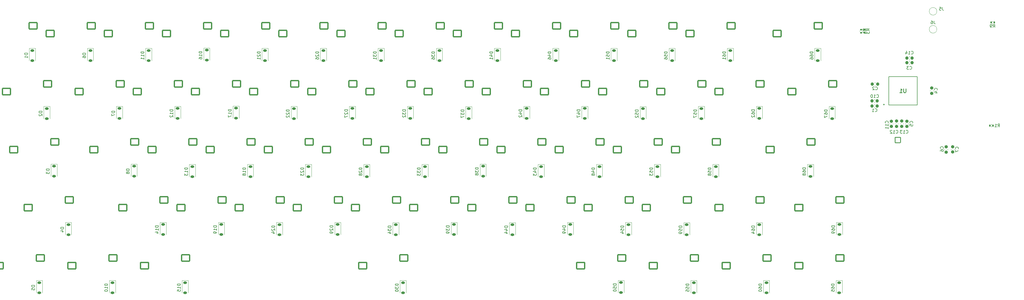
<source format=gbr>
%TF.GenerationSoftware,KiCad,Pcbnew,7.0.7*%
%TF.CreationDate,2023-10-31T18:53:21-05:00*%
%TF.ProjectId,KeyboardPCB,4b657962-6f61-4726-9450-43422e6b6963,rev?*%
%TF.SameCoordinates,Original*%
%TF.FileFunction,Legend,Bot*%
%TF.FilePolarity,Positive*%
%FSLAX46Y46*%
G04 Gerber Fmt 4.6, Leading zero omitted, Abs format (unit mm)*
G04 Created by KiCad (PCBNEW 7.0.7) date 2023-10-31 18:53:21*
%MOMM*%
%LPD*%
G01*
G04 APERTURE LIST*
G04 Aperture macros list*
%AMRoundRect*
0 Rectangle with rounded corners*
0 $1 Rounding radius*
0 $2 $3 $4 $5 $6 $7 $8 $9 X,Y pos of 4 corners*
0 Add a 4 corners polygon primitive as box body*
4,1,4,$2,$3,$4,$5,$6,$7,$8,$9,$2,$3,0*
0 Add four circle primitives for the rounded corners*
1,1,$1+$1,$2,$3*
1,1,$1+$1,$4,$5*
1,1,$1+$1,$6,$7*
1,1,$1+$1,$8,$9*
0 Add four rect primitives between the rounded corners*
20,1,$1+$1,$2,$3,$4,$5,0*
20,1,$1+$1,$4,$5,$6,$7,0*
20,1,$1+$1,$6,$7,$8,$9,0*
20,1,$1+$1,$8,$9,$2,$3,0*%
G04 Aperture macros list end*
%ADD10C,0.150000*%
%ADD11C,0.254000*%
%ADD12C,0.120000*%
%ADD13C,0.200000*%
%ADD14C,0.250000*%
%ADD15C,2.200000*%
%ADD16RoundRect,0.102000X-0.889000X0.889000X-0.889000X-0.889000X0.889000X-0.889000X0.889000X0.889000X0*%
%ADD17C,1.982000*%
%ADD18C,1.701800*%
%ADD19C,3.000000*%
%ADD20C,3.987800*%
%ADD21RoundRect,0.200000X-1.340000X-1.050000X1.340000X-1.050000X1.340000X1.050000X-1.340000X1.050000X0*%
%ADD22RoundRect,0.200000X-1.326500X-1.050000X1.326500X-1.050000X1.326500X1.050000X-1.326500X1.050000X0*%
%ADD23RoundRect,0.201600X-1.338400X-1.058400X1.338400X-1.058400X1.338400X1.058400X-1.338400X1.058400X0*%
%ADD24C,3.048000*%
%ADD25RoundRect,0.201600X-1.324900X-1.058400X1.324900X-1.058400X1.324900X1.058400X-1.324900X1.058400X0*%
%ADD26R,1.700000X1.700000*%
%ADD27O,1.700000X1.700000*%
%ADD28R,1.000000X1.000000*%
%ADD29O,1.000000X1.000000*%
%ADD30R,1.515000X1.515000*%
%ADD31C,1.515000*%
%ADD32C,2.385000*%
%ADD33O,1.350000X1.700000*%
%ADD34O,1.100000X1.500000*%
%ADD35RoundRect,0.225000X-0.375000X0.225000X-0.375000X-0.225000X0.375000X-0.225000X0.375000X0.225000X0*%
%ADD36R,1.475000X0.300000*%
%ADD37R,0.300000X1.475000*%
%ADD38RoundRect,0.135000X-0.135000X-0.185000X0.135000X-0.185000X0.135000X0.185000X-0.135000X0.185000X0*%
%ADD39RoundRect,0.237500X-0.237500X0.300000X-0.237500X-0.300000X0.237500X-0.300000X0.237500X0.300000X0*%
%ADD40RoundRect,0.237500X0.237500X-0.300000X0.237500X0.300000X-0.237500X0.300000X-0.237500X-0.300000X0*%
%ADD41RoundRect,0.135000X0.135000X0.185000X-0.135000X0.185000X-0.135000X-0.185000X0.135000X-0.185000X0*%
%ADD42RoundRect,0.237500X-0.300000X-0.237500X0.300000X-0.237500X0.300000X0.237500X-0.300000X0.237500X0*%
%ADD43RoundRect,0.135000X0.185000X-0.135000X0.185000X0.135000X-0.185000X0.135000X-0.185000X-0.135000X0*%
%ADD44C,2.000000*%
%ADD45RoundRect,0.237500X0.300000X0.237500X-0.300000X0.237500X-0.300000X-0.237500X0.300000X-0.237500X0*%
G04 APERTURE END LIST*
D10*
X407254819Y-226361905D02*
X406254819Y-226361905D01*
X406254819Y-226361905D02*
X406254819Y-226600000D01*
X406254819Y-226600000D02*
X406302438Y-226742857D01*
X406302438Y-226742857D02*
X406397676Y-226838095D01*
X406397676Y-226838095D02*
X406492914Y-226885714D01*
X406492914Y-226885714D02*
X406683390Y-226933333D01*
X406683390Y-226933333D02*
X406826247Y-226933333D01*
X406826247Y-226933333D02*
X407016723Y-226885714D01*
X407016723Y-226885714D02*
X407111961Y-226838095D01*
X407111961Y-226838095D02*
X407207200Y-226742857D01*
X407207200Y-226742857D02*
X407254819Y-226600000D01*
X407254819Y-226600000D02*
X407254819Y-226361905D01*
X406683390Y-227504762D02*
X406635771Y-227409524D01*
X406635771Y-227409524D02*
X406588152Y-227361905D01*
X406588152Y-227361905D02*
X406492914Y-227314286D01*
X406492914Y-227314286D02*
X406445295Y-227314286D01*
X406445295Y-227314286D02*
X406350057Y-227361905D01*
X406350057Y-227361905D02*
X406302438Y-227409524D01*
X406302438Y-227409524D02*
X406254819Y-227504762D01*
X406254819Y-227504762D02*
X406254819Y-227695238D01*
X406254819Y-227695238D02*
X406302438Y-227790476D01*
X406302438Y-227790476D02*
X406350057Y-227838095D01*
X406350057Y-227838095D02*
X406445295Y-227885714D01*
X406445295Y-227885714D02*
X406492914Y-227885714D01*
X406492914Y-227885714D02*
X406588152Y-227838095D01*
X406588152Y-227838095D02*
X406635771Y-227790476D01*
X406635771Y-227790476D02*
X406683390Y-227695238D01*
X406683390Y-227695238D02*
X406683390Y-227504762D01*
X406683390Y-227504762D02*
X406731009Y-227409524D01*
X406731009Y-227409524D02*
X406778628Y-227361905D01*
X406778628Y-227361905D02*
X406873866Y-227314286D01*
X406873866Y-227314286D02*
X407064342Y-227314286D01*
X407064342Y-227314286D02*
X407159580Y-227361905D01*
X407159580Y-227361905D02*
X407207200Y-227409524D01*
X407207200Y-227409524D02*
X407254819Y-227504762D01*
X407254819Y-227504762D02*
X407254819Y-227695238D01*
X407254819Y-227695238D02*
X407207200Y-227790476D01*
X407207200Y-227790476D02*
X407159580Y-227838095D01*
X407159580Y-227838095D02*
X407064342Y-227885714D01*
X407064342Y-227885714D02*
X406873866Y-227885714D01*
X406873866Y-227885714D02*
X406778628Y-227838095D01*
X406778628Y-227838095D02*
X406731009Y-227790476D01*
X406731009Y-227790476D02*
X406683390Y-227695238D01*
D11*
X661567619Y-200004318D02*
X661567619Y-201032413D01*
X661567619Y-201032413D02*
X661507142Y-201153365D01*
X661507142Y-201153365D02*
X661446666Y-201213842D01*
X661446666Y-201213842D02*
X661325714Y-201274318D01*
X661325714Y-201274318D02*
X661083809Y-201274318D01*
X661083809Y-201274318D02*
X660962857Y-201213842D01*
X660962857Y-201213842D02*
X660902380Y-201153365D01*
X660902380Y-201153365D02*
X660841904Y-201032413D01*
X660841904Y-201032413D02*
X660841904Y-200004318D01*
X659571904Y-201274318D02*
X660297619Y-201274318D01*
X659934762Y-201274318D02*
X659934762Y-200004318D01*
X659934762Y-200004318D02*
X660055714Y-200185746D01*
X660055714Y-200185746D02*
X660176666Y-200306699D01*
X660176666Y-200306699D02*
X660297619Y-200367175D01*
D10*
X495354819Y-264085714D02*
X494354819Y-264085714D01*
X494354819Y-264085714D02*
X494354819Y-264323809D01*
X494354819Y-264323809D02*
X494402438Y-264466666D01*
X494402438Y-264466666D02*
X494497676Y-264561904D01*
X494497676Y-264561904D02*
X494592914Y-264609523D01*
X494592914Y-264609523D02*
X494783390Y-264657142D01*
X494783390Y-264657142D02*
X494926247Y-264657142D01*
X494926247Y-264657142D02*
X495116723Y-264609523D01*
X495116723Y-264609523D02*
X495211961Y-264561904D01*
X495211961Y-264561904D02*
X495307200Y-264466666D01*
X495307200Y-264466666D02*
X495354819Y-264323809D01*
X495354819Y-264323809D02*
X495354819Y-264085714D01*
X494354819Y-264990476D02*
X494354819Y-265609523D01*
X494354819Y-265609523D02*
X494735771Y-265276190D01*
X494735771Y-265276190D02*
X494735771Y-265419047D01*
X494735771Y-265419047D02*
X494783390Y-265514285D01*
X494783390Y-265514285D02*
X494831009Y-265561904D01*
X494831009Y-265561904D02*
X494926247Y-265609523D01*
X494926247Y-265609523D02*
X495164342Y-265609523D01*
X495164342Y-265609523D02*
X495259580Y-265561904D01*
X495259580Y-265561904D02*
X495307200Y-265514285D01*
X495307200Y-265514285D02*
X495354819Y-265419047D01*
X495354819Y-265419047D02*
X495354819Y-265133333D01*
X495354819Y-265133333D02*
X495307200Y-265038095D01*
X495307200Y-265038095D02*
X495259580Y-264990476D01*
X494354819Y-266228571D02*
X494354819Y-266323809D01*
X494354819Y-266323809D02*
X494402438Y-266419047D01*
X494402438Y-266419047D02*
X494450057Y-266466666D01*
X494450057Y-266466666D02*
X494545295Y-266514285D01*
X494545295Y-266514285D02*
X494735771Y-266561904D01*
X494735771Y-266561904D02*
X494973866Y-266561904D01*
X494973866Y-266561904D02*
X495164342Y-266514285D01*
X495164342Y-266514285D02*
X495259580Y-266466666D01*
X495259580Y-266466666D02*
X495307200Y-266419047D01*
X495307200Y-266419047D02*
X495354819Y-266323809D01*
X495354819Y-266323809D02*
X495354819Y-266228571D01*
X495354819Y-266228571D02*
X495307200Y-266133333D01*
X495307200Y-266133333D02*
X495259580Y-266085714D01*
X495259580Y-266085714D02*
X495164342Y-266038095D01*
X495164342Y-266038095D02*
X494973866Y-265990476D01*
X494973866Y-265990476D02*
X494735771Y-265990476D01*
X494735771Y-265990476D02*
X494545295Y-266038095D01*
X494545295Y-266038095D02*
X494450057Y-266085714D01*
X494450057Y-266085714D02*
X494402438Y-266133333D01*
X494402438Y-266133333D02*
X494354819Y-266228571D01*
X431054819Y-187785714D02*
X430054819Y-187785714D01*
X430054819Y-187785714D02*
X430054819Y-188023809D01*
X430054819Y-188023809D02*
X430102438Y-188166666D01*
X430102438Y-188166666D02*
X430197676Y-188261904D01*
X430197676Y-188261904D02*
X430292914Y-188309523D01*
X430292914Y-188309523D02*
X430483390Y-188357142D01*
X430483390Y-188357142D02*
X430626247Y-188357142D01*
X430626247Y-188357142D02*
X430816723Y-188309523D01*
X430816723Y-188309523D02*
X430911961Y-188261904D01*
X430911961Y-188261904D02*
X431007200Y-188166666D01*
X431007200Y-188166666D02*
X431054819Y-188023809D01*
X431054819Y-188023809D02*
X431054819Y-187785714D01*
X431054819Y-189309523D02*
X431054819Y-188738095D01*
X431054819Y-189023809D02*
X430054819Y-189023809D01*
X430054819Y-189023809D02*
X430197676Y-188928571D01*
X430197676Y-188928571D02*
X430292914Y-188833333D01*
X430292914Y-188833333D02*
X430340533Y-188738095D01*
X430054819Y-190166666D02*
X430054819Y-189976190D01*
X430054819Y-189976190D02*
X430102438Y-189880952D01*
X430102438Y-189880952D02*
X430150057Y-189833333D01*
X430150057Y-189833333D02*
X430292914Y-189738095D01*
X430292914Y-189738095D02*
X430483390Y-189690476D01*
X430483390Y-189690476D02*
X430864342Y-189690476D01*
X430864342Y-189690476D02*
X430959580Y-189738095D01*
X430959580Y-189738095D02*
X431007200Y-189785714D01*
X431007200Y-189785714D02*
X431054819Y-189880952D01*
X431054819Y-189880952D02*
X431054819Y-190071428D01*
X431054819Y-190071428D02*
X431007200Y-190166666D01*
X431007200Y-190166666D02*
X430959580Y-190214285D01*
X430959580Y-190214285D02*
X430864342Y-190261904D01*
X430864342Y-190261904D02*
X430626247Y-190261904D01*
X430626247Y-190261904D02*
X430531009Y-190214285D01*
X430531009Y-190214285D02*
X430483390Y-190166666D01*
X430483390Y-190166666D02*
X430435771Y-190071428D01*
X430435771Y-190071428D02*
X430435771Y-189880952D01*
X430435771Y-189880952D02*
X430483390Y-189785714D01*
X430483390Y-189785714D02*
X430531009Y-189738095D01*
X430531009Y-189738095D02*
X430626247Y-189690476D01*
X450154819Y-187885714D02*
X449154819Y-187885714D01*
X449154819Y-187885714D02*
X449154819Y-188123809D01*
X449154819Y-188123809D02*
X449202438Y-188266666D01*
X449202438Y-188266666D02*
X449297676Y-188361904D01*
X449297676Y-188361904D02*
X449392914Y-188409523D01*
X449392914Y-188409523D02*
X449583390Y-188457142D01*
X449583390Y-188457142D02*
X449726247Y-188457142D01*
X449726247Y-188457142D02*
X449916723Y-188409523D01*
X449916723Y-188409523D02*
X450011961Y-188361904D01*
X450011961Y-188361904D02*
X450107200Y-188266666D01*
X450107200Y-188266666D02*
X450154819Y-188123809D01*
X450154819Y-188123809D02*
X450154819Y-187885714D01*
X449250057Y-188838095D02*
X449202438Y-188885714D01*
X449202438Y-188885714D02*
X449154819Y-188980952D01*
X449154819Y-188980952D02*
X449154819Y-189219047D01*
X449154819Y-189219047D02*
X449202438Y-189314285D01*
X449202438Y-189314285D02*
X449250057Y-189361904D01*
X449250057Y-189361904D02*
X449345295Y-189409523D01*
X449345295Y-189409523D02*
X449440533Y-189409523D01*
X449440533Y-189409523D02*
X449583390Y-189361904D01*
X449583390Y-189361904D02*
X450154819Y-188790476D01*
X450154819Y-188790476D02*
X450154819Y-189409523D01*
X450154819Y-190361904D02*
X450154819Y-189790476D01*
X450154819Y-190076190D02*
X449154819Y-190076190D01*
X449154819Y-190076190D02*
X449297676Y-189980952D01*
X449297676Y-189980952D02*
X449392914Y-189885714D01*
X449392914Y-189885714D02*
X449440533Y-189790476D01*
X531154819Y-245085714D02*
X530154819Y-245085714D01*
X530154819Y-245085714D02*
X530154819Y-245323809D01*
X530154819Y-245323809D02*
X530202438Y-245466666D01*
X530202438Y-245466666D02*
X530297676Y-245561904D01*
X530297676Y-245561904D02*
X530392914Y-245609523D01*
X530392914Y-245609523D02*
X530583390Y-245657142D01*
X530583390Y-245657142D02*
X530726247Y-245657142D01*
X530726247Y-245657142D02*
X530916723Y-245609523D01*
X530916723Y-245609523D02*
X531011961Y-245561904D01*
X531011961Y-245561904D02*
X531107200Y-245466666D01*
X531107200Y-245466666D02*
X531154819Y-245323809D01*
X531154819Y-245323809D02*
X531154819Y-245085714D01*
X530488152Y-246514285D02*
X531154819Y-246514285D01*
X530107200Y-246276190D02*
X530821485Y-246038095D01*
X530821485Y-246038095D02*
X530821485Y-246657142D01*
X530488152Y-247466666D02*
X531154819Y-247466666D01*
X530107200Y-247228571D02*
X530821485Y-246990476D01*
X530821485Y-246990476D02*
X530821485Y-247609523D01*
X602554819Y-187885714D02*
X601554819Y-187885714D01*
X601554819Y-187885714D02*
X601554819Y-188123809D01*
X601554819Y-188123809D02*
X601602438Y-188266666D01*
X601602438Y-188266666D02*
X601697676Y-188361904D01*
X601697676Y-188361904D02*
X601792914Y-188409523D01*
X601792914Y-188409523D02*
X601983390Y-188457142D01*
X601983390Y-188457142D02*
X602126247Y-188457142D01*
X602126247Y-188457142D02*
X602316723Y-188409523D01*
X602316723Y-188409523D02*
X602411961Y-188361904D01*
X602411961Y-188361904D02*
X602507200Y-188266666D01*
X602507200Y-188266666D02*
X602554819Y-188123809D01*
X602554819Y-188123809D02*
X602554819Y-187885714D01*
X601554819Y-189314285D02*
X601554819Y-189123809D01*
X601554819Y-189123809D02*
X601602438Y-189028571D01*
X601602438Y-189028571D02*
X601650057Y-188980952D01*
X601650057Y-188980952D02*
X601792914Y-188885714D01*
X601792914Y-188885714D02*
X601983390Y-188838095D01*
X601983390Y-188838095D02*
X602364342Y-188838095D01*
X602364342Y-188838095D02*
X602459580Y-188885714D01*
X602459580Y-188885714D02*
X602507200Y-188933333D01*
X602507200Y-188933333D02*
X602554819Y-189028571D01*
X602554819Y-189028571D02*
X602554819Y-189219047D01*
X602554819Y-189219047D02*
X602507200Y-189314285D01*
X602507200Y-189314285D02*
X602459580Y-189361904D01*
X602459580Y-189361904D02*
X602364342Y-189409523D01*
X602364342Y-189409523D02*
X602126247Y-189409523D01*
X602126247Y-189409523D02*
X602031009Y-189361904D01*
X602031009Y-189361904D02*
X601983390Y-189314285D01*
X601983390Y-189314285D02*
X601935771Y-189219047D01*
X601935771Y-189219047D02*
X601935771Y-189028571D01*
X601935771Y-189028571D02*
X601983390Y-188933333D01*
X601983390Y-188933333D02*
X602031009Y-188885714D01*
X602031009Y-188885714D02*
X602126247Y-188838095D01*
X602554819Y-190361904D02*
X602554819Y-189790476D01*
X602554819Y-190076190D02*
X601554819Y-190076190D01*
X601554819Y-190076190D02*
X601697676Y-189980952D01*
X601697676Y-189980952D02*
X601792914Y-189885714D01*
X601792914Y-189885714D02*
X601840533Y-189790476D01*
X690139666Y-179903819D02*
X690472999Y-179427628D01*
X690711094Y-179903819D02*
X690711094Y-178903819D01*
X690711094Y-178903819D02*
X690330142Y-178903819D01*
X690330142Y-178903819D02*
X690234904Y-178951438D01*
X690234904Y-178951438D02*
X690187285Y-178999057D01*
X690187285Y-178999057D02*
X690139666Y-179094295D01*
X690139666Y-179094295D02*
X690139666Y-179237152D01*
X690139666Y-179237152D02*
X690187285Y-179332390D01*
X690187285Y-179332390D02*
X690234904Y-179380009D01*
X690234904Y-179380009D02*
X690330142Y-179427628D01*
X690330142Y-179427628D02*
X690711094Y-179427628D01*
X689663475Y-179903819D02*
X689472999Y-179903819D01*
X689472999Y-179903819D02*
X689377761Y-179856200D01*
X689377761Y-179856200D02*
X689330142Y-179808580D01*
X689330142Y-179808580D02*
X689234904Y-179665723D01*
X689234904Y-179665723D02*
X689187285Y-179475247D01*
X689187285Y-179475247D02*
X689187285Y-179094295D01*
X689187285Y-179094295D02*
X689234904Y-178999057D01*
X689234904Y-178999057D02*
X689282523Y-178951438D01*
X689282523Y-178951438D02*
X689377761Y-178903819D01*
X689377761Y-178903819D02*
X689568237Y-178903819D01*
X689568237Y-178903819D02*
X689663475Y-178951438D01*
X689663475Y-178951438D02*
X689711094Y-178999057D01*
X689711094Y-178999057D02*
X689758713Y-179094295D01*
X689758713Y-179094295D02*
X689758713Y-179332390D01*
X689758713Y-179332390D02*
X689711094Y-179427628D01*
X689711094Y-179427628D02*
X689663475Y-179475247D01*
X689663475Y-179475247D02*
X689568237Y-179522866D01*
X689568237Y-179522866D02*
X689377761Y-179522866D01*
X689377761Y-179522866D02*
X689282523Y-179475247D01*
X689282523Y-179475247D02*
X689234904Y-179427628D01*
X689234904Y-179427628D02*
X689187285Y-179332390D01*
X412054819Y-187885714D02*
X411054819Y-187885714D01*
X411054819Y-187885714D02*
X411054819Y-188123809D01*
X411054819Y-188123809D02*
X411102438Y-188266666D01*
X411102438Y-188266666D02*
X411197676Y-188361904D01*
X411197676Y-188361904D02*
X411292914Y-188409523D01*
X411292914Y-188409523D02*
X411483390Y-188457142D01*
X411483390Y-188457142D02*
X411626247Y-188457142D01*
X411626247Y-188457142D02*
X411816723Y-188409523D01*
X411816723Y-188409523D02*
X411911961Y-188361904D01*
X411911961Y-188361904D02*
X412007200Y-188266666D01*
X412007200Y-188266666D02*
X412054819Y-188123809D01*
X412054819Y-188123809D02*
X412054819Y-187885714D01*
X412054819Y-189409523D02*
X412054819Y-188838095D01*
X412054819Y-189123809D02*
X411054819Y-189123809D01*
X411054819Y-189123809D02*
X411197676Y-189028571D01*
X411197676Y-189028571D02*
X411292914Y-188933333D01*
X411292914Y-188933333D02*
X411340533Y-188838095D01*
X412054819Y-190361904D02*
X412054819Y-189790476D01*
X412054819Y-190076190D02*
X411054819Y-190076190D01*
X411054819Y-190076190D02*
X411197676Y-189980952D01*
X411197676Y-189980952D02*
X411292914Y-189885714D01*
X411292914Y-189885714D02*
X411340533Y-189790476D01*
X655729580Y-211257142D02*
X655777200Y-211209523D01*
X655777200Y-211209523D02*
X655824819Y-211066666D01*
X655824819Y-211066666D02*
X655824819Y-210971428D01*
X655824819Y-210971428D02*
X655777200Y-210828571D01*
X655777200Y-210828571D02*
X655681961Y-210733333D01*
X655681961Y-210733333D02*
X655586723Y-210685714D01*
X655586723Y-210685714D02*
X655396247Y-210638095D01*
X655396247Y-210638095D02*
X655253390Y-210638095D01*
X655253390Y-210638095D02*
X655062914Y-210685714D01*
X655062914Y-210685714D02*
X654967676Y-210733333D01*
X654967676Y-210733333D02*
X654872438Y-210828571D01*
X654872438Y-210828571D02*
X654824819Y-210971428D01*
X654824819Y-210971428D02*
X654824819Y-211066666D01*
X654824819Y-211066666D02*
X654872438Y-211209523D01*
X654872438Y-211209523D02*
X654920057Y-211257142D01*
X655824819Y-212209523D02*
X655824819Y-211638095D01*
X655824819Y-211923809D02*
X654824819Y-211923809D01*
X654824819Y-211923809D02*
X654967676Y-211828571D01*
X654967676Y-211828571D02*
X655062914Y-211733333D01*
X655062914Y-211733333D02*
X655110533Y-211638095D01*
X655824819Y-213161904D02*
X655824819Y-212590476D01*
X655824819Y-212876190D02*
X654824819Y-212876190D01*
X654824819Y-212876190D02*
X654967676Y-212780952D01*
X654967676Y-212780952D02*
X655062914Y-212685714D01*
X655062914Y-212685714D02*
X655110533Y-212590476D01*
X612054819Y-245085714D02*
X611054819Y-245085714D01*
X611054819Y-245085714D02*
X611054819Y-245323809D01*
X611054819Y-245323809D02*
X611102438Y-245466666D01*
X611102438Y-245466666D02*
X611197676Y-245561904D01*
X611197676Y-245561904D02*
X611292914Y-245609523D01*
X611292914Y-245609523D02*
X611483390Y-245657142D01*
X611483390Y-245657142D02*
X611626247Y-245657142D01*
X611626247Y-245657142D02*
X611816723Y-245609523D01*
X611816723Y-245609523D02*
X611911961Y-245561904D01*
X611911961Y-245561904D02*
X612007200Y-245466666D01*
X612007200Y-245466666D02*
X612054819Y-245323809D01*
X612054819Y-245323809D02*
X612054819Y-245085714D01*
X611054819Y-246514285D02*
X611054819Y-246323809D01*
X611054819Y-246323809D02*
X611102438Y-246228571D01*
X611102438Y-246228571D02*
X611150057Y-246180952D01*
X611150057Y-246180952D02*
X611292914Y-246085714D01*
X611292914Y-246085714D02*
X611483390Y-246038095D01*
X611483390Y-246038095D02*
X611864342Y-246038095D01*
X611864342Y-246038095D02*
X611959580Y-246085714D01*
X611959580Y-246085714D02*
X612007200Y-246133333D01*
X612007200Y-246133333D02*
X612054819Y-246228571D01*
X612054819Y-246228571D02*
X612054819Y-246419047D01*
X612054819Y-246419047D02*
X612007200Y-246514285D01*
X612007200Y-246514285D02*
X611959580Y-246561904D01*
X611959580Y-246561904D02*
X611864342Y-246609523D01*
X611864342Y-246609523D02*
X611626247Y-246609523D01*
X611626247Y-246609523D02*
X611531009Y-246561904D01*
X611531009Y-246561904D02*
X611483390Y-246514285D01*
X611483390Y-246514285D02*
X611435771Y-246419047D01*
X611435771Y-246419047D02*
X611435771Y-246228571D01*
X611435771Y-246228571D02*
X611483390Y-246133333D01*
X611483390Y-246133333D02*
X611531009Y-246085714D01*
X611531009Y-246085714D02*
X611626247Y-246038095D01*
X611388152Y-247466666D02*
X612054819Y-247466666D01*
X611007200Y-247228571D02*
X611721485Y-246990476D01*
X611721485Y-246990476D02*
X611721485Y-247609523D01*
X426354819Y-225985714D02*
X425354819Y-225985714D01*
X425354819Y-225985714D02*
X425354819Y-226223809D01*
X425354819Y-226223809D02*
X425402438Y-226366666D01*
X425402438Y-226366666D02*
X425497676Y-226461904D01*
X425497676Y-226461904D02*
X425592914Y-226509523D01*
X425592914Y-226509523D02*
X425783390Y-226557142D01*
X425783390Y-226557142D02*
X425926247Y-226557142D01*
X425926247Y-226557142D02*
X426116723Y-226509523D01*
X426116723Y-226509523D02*
X426211961Y-226461904D01*
X426211961Y-226461904D02*
X426307200Y-226366666D01*
X426307200Y-226366666D02*
X426354819Y-226223809D01*
X426354819Y-226223809D02*
X426354819Y-225985714D01*
X426354819Y-227509523D02*
X426354819Y-226938095D01*
X426354819Y-227223809D02*
X425354819Y-227223809D01*
X425354819Y-227223809D02*
X425497676Y-227128571D01*
X425497676Y-227128571D02*
X425592914Y-227033333D01*
X425592914Y-227033333D02*
X425640533Y-226938095D01*
X425354819Y-227842857D02*
X425354819Y-228461904D01*
X425354819Y-228461904D02*
X425735771Y-228128571D01*
X425735771Y-228128571D02*
X425735771Y-228271428D01*
X425735771Y-228271428D02*
X425783390Y-228366666D01*
X425783390Y-228366666D02*
X425831009Y-228414285D01*
X425831009Y-228414285D02*
X425926247Y-228461904D01*
X425926247Y-228461904D02*
X426164342Y-228461904D01*
X426164342Y-228461904D02*
X426259580Y-228414285D01*
X426259580Y-228414285D02*
X426307200Y-228366666D01*
X426307200Y-228366666D02*
X426354819Y-228271428D01*
X426354819Y-228271428D02*
X426354819Y-227985714D01*
X426354819Y-227985714D02*
X426307200Y-227890476D01*
X426307200Y-227890476D02*
X426259580Y-227842857D01*
X373954819Y-188361905D02*
X372954819Y-188361905D01*
X372954819Y-188361905D02*
X372954819Y-188600000D01*
X372954819Y-188600000D02*
X373002438Y-188742857D01*
X373002438Y-188742857D02*
X373097676Y-188838095D01*
X373097676Y-188838095D02*
X373192914Y-188885714D01*
X373192914Y-188885714D02*
X373383390Y-188933333D01*
X373383390Y-188933333D02*
X373526247Y-188933333D01*
X373526247Y-188933333D02*
X373716723Y-188885714D01*
X373716723Y-188885714D02*
X373811961Y-188838095D01*
X373811961Y-188838095D02*
X373907200Y-188742857D01*
X373907200Y-188742857D02*
X373954819Y-188600000D01*
X373954819Y-188600000D02*
X373954819Y-188361905D01*
X373954819Y-189885714D02*
X373954819Y-189314286D01*
X373954819Y-189600000D02*
X372954819Y-189600000D01*
X372954819Y-189600000D02*
X373097676Y-189504762D01*
X373097676Y-189504762D02*
X373192914Y-189409524D01*
X373192914Y-189409524D02*
X373240533Y-189314286D01*
X512054819Y-244985714D02*
X511054819Y-244985714D01*
X511054819Y-244985714D02*
X511054819Y-245223809D01*
X511054819Y-245223809D02*
X511102438Y-245366666D01*
X511102438Y-245366666D02*
X511197676Y-245461904D01*
X511197676Y-245461904D02*
X511292914Y-245509523D01*
X511292914Y-245509523D02*
X511483390Y-245557142D01*
X511483390Y-245557142D02*
X511626247Y-245557142D01*
X511626247Y-245557142D02*
X511816723Y-245509523D01*
X511816723Y-245509523D02*
X511911961Y-245461904D01*
X511911961Y-245461904D02*
X512007200Y-245366666D01*
X512007200Y-245366666D02*
X512054819Y-245223809D01*
X512054819Y-245223809D02*
X512054819Y-244985714D01*
X511054819Y-245890476D02*
X511054819Y-246509523D01*
X511054819Y-246509523D02*
X511435771Y-246176190D01*
X511435771Y-246176190D02*
X511435771Y-246319047D01*
X511435771Y-246319047D02*
X511483390Y-246414285D01*
X511483390Y-246414285D02*
X511531009Y-246461904D01*
X511531009Y-246461904D02*
X511626247Y-246509523D01*
X511626247Y-246509523D02*
X511864342Y-246509523D01*
X511864342Y-246509523D02*
X511959580Y-246461904D01*
X511959580Y-246461904D02*
X512007200Y-246414285D01*
X512007200Y-246414285D02*
X512054819Y-246319047D01*
X512054819Y-246319047D02*
X512054819Y-246033333D01*
X512054819Y-246033333D02*
X512007200Y-245938095D01*
X512007200Y-245938095D02*
X511959580Y-245890476D01*
X512054819Y-246985714D02*
X512054819Y-247176190D01*
X512054819Y-247176190D02*
X512007200Y-247271428D01*
X512007200Y-247271428D02*
X511959580Y-247319047D01*
X511959580Y-247319047D02*
X511816723Y-247414285D01*
X511816723Y-247414285D02*
X511626247Y-247461904D01*
X511626247Y-247461904D02*
X511245295Y-247461904D01*
X511245295Y-247461904D02*
X511150057Y-247414285D01*
X511150057Y-247414285D02*
X511102438Y-247366666D01*
X511102438Y-247366666D02*
X511054819Y-247271428D01*
X511054819Y-247271428D02*
X511054819Y-247080952D01*
X511054819Y-247080952D02*
X511102438Y-246985714D01*
X511102438Y-246985714D02*
X511150057Y-246938095D01*
X511150057Y-246938095D02*
X511245295Y-246890476D01*
X511245295Y-246890476D02*
X511483390Y-246890476D01*
X511483390Y-246890476D02*
X511578628Y-246938095D01*
X511578628Y-246938095D02*
X511626247Y-246985714D01*
X511626247Y-246985714D02*
X511673866Y-247080952D01*
X511673866Y-247080952D02*
X511673866Y-247271428D01*
X511673866Y-247271428D02*
X511626247Y-247366666D01*
X511626247Y-247366666D02*
X511578628Y-247414285D01*
X511578628Y-247414285D02*
X511483390Y-247461904D01*
X671789580Y-200470833D02*
X671837200Y-200423214D01*
X671837200Y-200423214D02*
X671884819Y-200280357D01*
X671884819Y-200280357D02*
X671884819Y-200185119D01*
X671884819Y-200185119D02*
X671837200Y-200042262D01*
X671837200Y-200042262D02*
X671741961Y-199947024D01*
X671741961Y-199947024D02*
X671646723Y-199899405D01*
X671646723Y-199899405D02*
X671456247Y-199851786D01*
X671456247Y-199851786D02*
X671313390Y-199851786D01*
X671313390Y-199851786D02*
X671122914Y-199899405D01*
X671122914Y-199899405D02*
X671027676Y-199947024D01*
X671027676Y-199947024D02*
X670932438Y-200042262D01*
X670932438Y-200042262D02*
X670884819Y-200185119D01*
X670884819Y-200185119D02*
X670884819Y-200280357D01*
X670884819Y-200280357D02*
X670932438Y-200423214D01*
X670932438Y-200423214D02*
X670980057Y-200470833D01*
X671218152Y-201327976D02*
X671884819Y-201327976D01*
X670837200Y-201089881D02*
X671551485Y-200851786D01*
X671551485Y-200851786D02*
X671551485Y-201470833D01*
X559654819Y-225985714D02*
X558654819Y-225985714D01*
X558654819Y-225985714D02*
X558654819Y-226223809D01*
X558654819Y-226223809D02*
X558702438Y-226366666D01*
X558702438Y-226366666D02*
X558797676Y-226461904D01*
X558797676Y-226461904D02*
X558892914Y-226509523D01*
X558892914Y-226509523D02*
X559083390Y-226557142D01*
X559083390Y-226557142D02*
X559226247Y-226557142D01*
X559226247Y-226557142D02*
X559416723Y-226509523D01*
X559416723Y-226509523D02*
X559511961Y-226461904D01*
X559511961Y-226461904D02*
X559607200Y-226366666D01*
X559607200Y-226366666D02*
X559654819Y-226223809D01*
X559654819Y-226223809D02*
X559654819Y-225985714D01*
X558988152Y-227414285D02*
X559654819Y-227414285D01*
X558607200Y-227176190D02*
X559321485Y-226938095D01*
X559321485Y-226938095D02*
X559321485Y-227557142D01*
X559083390Y-228080952D02*
X559035771Y-227985714D01*
X559035771Y-227985714D02*
X558988152Y-227938095D01*
X558988152Y-227938095D02*
X558892914Y-227890476D01*
X558892914Y-227890476D02*
X558845295Y-227890476D01*
X558845295Y-227890476D02*
X558750057Y-227938095D01*
X558750057Y-227938095D02*
X558702438Y-227985714D01*
X558702438Y-227985714D02*
X558654819Y-228080952D01*
X558654819Y-228080952D02*
X558654819Y-228271428D01*
X558654819Y-228271428D02*
X558702438Y-228366666D01*
X558702438Y-228366666D02*
X558750057Y-228414285D01*
X558750057Y-228414285D02*
X558845295Y-228461904D01*
X558845295Y-228461904D02*
X558892914Y-228461904D01*
X558892914Y-228461904D02*
X558988152Y-228414285D01*
X558988152Y-228414285D02*
X559035771Y-228366666D01*
X559035771Y-228366666D02*
X559083390Y-228271428D01*
X559083390Y-228271428D02*
X559083390Y-228080952D01*
X559083390Y-228080952D02*
X559131009Y-227985714D01*
X559131009Y-227985714D02*
X559178628Y-227938095D01*
X559178628Y-227938095D02*
X559273866Y-227890476D01*
X559273866Y-227890476D02*
X559464342Y-227890476D01*
X559464342Y-227890476D02*
X559559580Y-227938095D01*
X559559580Y-227938095D02*
X559607200Y-227985714D01*
X559607200Y-227985714D02*
X559654819Y-228080952D01*
X559654819Y-228080952D02*
X559654819Y-228271428D01*
X559654819Y-228271428D02*
X559607200Y-228366666D01*
X559607200Y-228366666D02*
X559559580Y-228414285D01*
X559559580Y-228414285D02*
X559464342Y-228461904D01*
X559464342Y-228461904D02*
X559273866Y-228461904D01*
X559273866Y-228461904D02*
X559178628Y-228414285D01*
X559178628Y-228414285D02*
X559131009Y-228366666D01*
X559131009Y-228366666D02*
X559083390Y-228271428D01*
X459654819Y-206935714D02*
X458654819Y-206935714D01*
X458654819Y-206935714D02*
X458654819Y-207173809D01*
X458654819Y-207173809D02*
X458702438Y-207316666D01*
X458702438Y-207316666D02*
X458797676Y-207411904D01*
X458797676Y-207411904D02*
X458892914Y-207459523D01*
X458892914Y-207459523D02*
X459083390Y-207507142D01*
X459083390Y-207507142D02*
X459226247Y-207507142D01*
X459226247Y-207507142D02*
X459416723Y-207459523D01*
X459416723Y-207459523D02*
X459511961Y-207411904D01*
X459511961Y-207411904D02*
X459607200Y-207316666D01*
X459607200Y-207316666D02*
X459654819Y-207173809D01*
X459654819Y-207173809D02*
X459654819Y-206935714D01*
X458750057Y-207888095D02*
X458702438Y-207935714D01*
X458702438Y-207935714D02*
X458654819Y-208030952D01*
X458654819Y-208030952D02*
X458654819Y-208269047D01*
X458654819Y-208269047D02*
X458702438Y-208364285D01*
X458702438Y-208364285D02*
X458750057Y-208411904D01*
X458750057Y-208411904D02*
X458845295Y-208459523D01*
X458845295Y-208459523D02*
X458940533Y-208459523D01*
X458940533Y-208459523D02*
X459083390Y-208411904D01*
X459083390Y-208411904D02*
X459654819Y-207840476D01*
X459654819Y-207840476D02*
X459654819Y-208459523D01*
X458750057Y-208840476D02*
X458702438Y-208888095D01*
X458702438Y-208888095D02*
X458654819Y-208983333D01*
X458654819Y-208983333D02*
X458654819Y-209221428D01*
X458654819Y-209221428D02*
X458702438Y-209316666D01*
X458702438Y-209316666D02*
X458750057Y-209364285D01*
X458750057Y-209364285D02*
X458845295Y-209411904D01*
X458845295Y-209411904D02*
X458940533Y-209411904D01*
X458940533Y-209411904D02*
X459083390Y-209364285D01*
X459083390Y-209364285D02*
X459654819Y-208792857D01*
X459654819Y-208792857D02*
X459654819Y-209411904D01*
X550154819Y-244985714D02*
X549154819Y-244985714D01*
X549154819Y-244985714D02*
X549154819Y-245223809D01*
X549154819Y-245223809D02*
X549202438Y-245366666D01*
X549202438Y-245366666D02*
X549297676Y-245461904D01*
X549297676Y-245461904D02*
X549392914Y-245509523D01*
X549392914Y-245509523D02*
X549583390Y-245557142D01*
X549583390Y-245557142D02*
X549726247Y-245557142D01*
X549726247Y-245557142D02*
X549916723Y-245509523D01*
X549916723Y-245509523D02*
X550011961Y-245461904D01*
X550011961Y-245461904D02*
X550107200Y-245366666D01*
X550107200Y-245366666D02*
X550154819Y-245223809D01*
X550154819Y-245223809D02*
X550154819Y-244985714D01*
X549488152Y-246414285D02*
X550154819Y-246414285D01*
X549107200Y-246176190D02*
X549821485Y-245938095D01*
X549821485Y-245938095D02*
X549821485Y-246557142D01*
X550154819Y-246985714D02*
X550154819Y-247176190D01*
X550154819Y-247176190D02*
X550107200Y-247271428D01*
X550107200Y-247271428D02*
X550059580Y-247319047D01*
X550059580Y-247319047D02*
X549916723Y-247414285D01*
X549916723Y-247414285D02*
X549726247Y-247461904D01*
X549726247Y-247461904D02*
X549345295Y-247461904D01*
X549345295Y-247461904D02*
X549250057Y-247414285D01*
X549250057Y-247414285D02*
X549202438Y-247366666D01*
X549202438Y-247366666D02*
X549154819Y-247271428D01*
X549154819Y-247271428D02*
X549154819Y-247080952D01*
X549154819Y-247080952D02*
X549202438Y-246985714D01*
X549202438Y-246985714D02*
X549250057Y-246938095D01*
X549250057Y-246938095D02*
X549345295Y-246890476D01*
X549345295Y-246890476D02*
X549583390Y-246890476D01*
X549583390Y-246890476D02*
X549678628Y-246938095D01*
X549678628Y-246938095D02*
X549726247Y-246985714D01*
X549726247Y-246985714D02*
X549773866Y-247080952D01*
X549773866Y-247080952D02*
X549773866Y-247271428D01*
X549773866Y-247271428D02*
X549726247Y-247366666D01*
X549726247Y-247366666D02*
X549678628Y-247414285D01*
X549678628Y-247414285D02*
X549583390Y-247461904D01*
X392954819Y-188361905D02*
X391954819Y-188361905D01*
X391954819Y-188361905D02*
X391954819Y-188600000D01*
X391954819Y-188600000D02*
X392002438Y-188742857D01*
X392002438Y-188742857D02*
X392097676Y-188838095D01*
X392097676Y-188838095D02*
X392192914Y-188885714D01*
X392192914Y-188885714D02*
X392383390Y-188933333D01*
X392383390Y-188933333D02*
X392526247Y-188933333D01*
X392526247Y-188933333D02*
X392716723Y-188885714D01*
X392716723Y-188885714D02*
X392811961Y-188838095D01*
X392811961Y-188838095D02*
X392907200Y-188742857D01*
X392907200Y-188742857D02*
X392954819Y-188600000D01*
X392954819Y-188600000D02*
X392954819Y-188361905D01*
X391954819Y-189790476D02*
X391954819Y-189600000D01*
X391954819Y-189600000D02*
X392002438Y-189504762D01*
X392002438Y-189504762D02*
X392050057Y-189457143D01*
X392050057Y-189457143D02*
X392192914Y-189361905D01*
X392192914Y-189361905D02*
X392383390Y-189314286D01*
X392383390Y-189314286D02*
X392764342Y-189314286D01*
X392764342Y-189314286D02*
X392859580Y-189361905D01*
X392859580Y-189361905D02*
X392907200Y-189409524D01*
X392907200Y-189409524D02*
X392954819Y-189504762D01*
X392954819Y-189504762D02*
X392954819Y-189695238D01*
X392954819Y-189695238D02*
X392907200Y-189790476D01*
X392907200Y-189790476D02*
X392859580Y-189838095D01*
X392859580Y-189838095D02*
X392764342Y-189885714D01*
X392764342Y-189885714D02*
X392526247Y-189885714D01*
X392526247Y-189885714D02*
X392431009Y-189838095D01*
X392431009Y-189838095D02*
X392383390Y-189790476D01*
X392383390Y-189790476D02*
X392335771Y-189695238D01*
X392335771Y-189695238D02*
X392335771Y-189504762D01*
X392335771Y-189504762D02*
X392383390Y-189409524D01*
X392383390Y-189409524D02*
X392431009Y-189361905D01*
X392431009Y-189361905D02*
X392526247Y-189314286D01*
X612054819Y-206885714D02*
X611054819Y-206885714D01*
X611054819Y-206885714D02*
X611054819Y-207123809D01*
X611054819Y-207123809D02*
X611102438Y-207266666D01*
X611102438Y-207266666D02*
X611197676Y-207361904D01*
X611197676Y-207361904D02*
X611292914Y-207409523D01*
X611292914Y-207409523D02*
X611483390Y-207457142D01*
X611483390Y-207457142D02*
X611626247Y-207457142D01*
X611626247Y-207457142D02*
X611816723Y-207409523D01*
X611816723Y-207409523D02*
X611911961Y-207361904D01*
X611911961Y-207361904D02*
X612007200Y-207266666D01*
X612007200Y-207266666D02*
X612054819Y-207123809D01*
X612054819Y-207123809D02*
X612054819Y-206885714D01*
X611054819Y-208314285D02*
X611054819Y-208123809D01*
X611054819Y-208123809D02*
X611102438Y-208028571D01*
X611102438Y-208028571D02*
X611150057Y-207980952D01*
X611150057Y-207980952D02*
X611292914Y-207885714D01*
X611292914Y-207885714D02*
X611483390Y-207838095D01*
X611483390Y-207838095D02*
X611864342Y-207838095D01*
X611864342Y-207838095D02*
X611959580Y-207885714D01*
X611959580Y-207885714D02*
X612007200Y-207933333D01*
X612007200Y-207933333D02*
X612054819Y-208028571D01*
X612054819Y-208028571D02*
X612054819Y-208219047D01*
X612054819Y-208219047D02*
X612007200Y-208314285D01*
X612007200Y-208314285D02*
X611959580Y-208361904D01*
X611959580Y-208361904D02*
X611864342Y-208409523D01*
X611864342Y-208409523D02*
X611626247Y-208409523D01*
X611626247Y-208409523D02*
X611531009Y-208361904D01*
X611531009Y-208361904D02*
X611483390Y-208314285D01*
X611483390Y-208314285D02*
X611435771Y-208219047D01*
X611435771Y-208219047D02*
X611435771Y-208028571D01*
X611435771Y-208028571D02*
X611483390Y-207933333D01*
X611483390Y-207933333D02*
X611531009Y-207885714D01*
X611531009Y-207885714D02*
X611626247Y-207838095D01*
X611150057Y-208790476D02*
X611102438Y-208838095D01*
X611102438Y-208838095D02*
X611054819Y-208933333D01*
X611054819Y-208933333D02*
X611054819Y-209171428D01*
X611054819Y-209171428D02*
X611102438Y-209266666D01*
X611102438Y-209266666D02*
X611150057Y-209314285D01*
X611150057Y-209314285D02*
X611245295Y-209361904D01*
X611245295Y-209361904D02*
X611340533Y-209361904D01*
X611340533Y-209361904D02*
X611483390Y-209314285D01*
X611483390Y-209314285D02*
X612054819Y-208742857D01*
X612054819Y-208742857D02*
X612054819Y-209361904D01*
X478754819Y-206885714D02*
X477754819Y-206885714D01*
X477754819Y-206885714D02*
X477754819Y-207123809D01*
X477754819Y-207123809D02*
X477802438Y-207266666D01*
X477802438Y-207266666D02*
X477897676Y-207361904D01*
X477897676Y-207361904D02*
X477992914Y-207409523D01*
X477992914Y-207409523D02*
X478183390Y-207457142D01*
X478183390Y-207457142D02*
X478326247Y-207457142D01*
X478326247Y-207457142D02*
X478516723Y-207409523D01*
X478516723Y-207409523D02*
X478611961Y-207361904D01*
X478611961Y-207361904D02*
X478707200Y-207266666D01*
X478707200Y-207266666D02*
X478754819Y-207123809D01*
X478754819Y-207123809D02*
X478754819Y-206885714D01*
X477850057Y-207838095D02*
X477802438Y-207885714D01*
X477802438Y-207885714D02*
X477754819Y-207980952D01*
X477754819Y-207980952D02*
X477754819Y-208219047D01*
X477754819Y-208219047D02*
X477802438Y-208314285D01*
X477802438Y-208314285D02*
X477850057Y-208361904D01*
X477850057Y-208361904D02*
X477945295Y-208409523D01*
X477945295Y-208409523D02*
X478040533Y-208409523D01*
X478040533Y-208409523D02*
X478183390Y-208361904D01*
X478183390Y-208361904D02*
X478754819Y-207790476D01*
X478754819Y-207790476D02*
X478754819Y-208409523D01*
X477754819Y-208742857D02*
X477754819Y-209409523D01*
X477754819Y-209409523D02*
X478754819Y-208980952D01*
X492954819Y-245085714D02*
X491954819Y-245085714D01*
X491954819Y-245085714D02*
X491954819Y-245323809D01*
X491954819Y-245323809D02*
X492002438Y-245466666D01*
X492002438Y-245466666D02*
X492097676Y-245561904D01*
X492097676Y-245561904D02*
X492192914Y-245609523D01*
X492192914Y-245609523D02*
X492383390Y-245657142D01*
X492383390Y-245657142D02*
X492526247Y-245657142D01*
X492526247Y-245657142D02*
X492716723Y-245609523D01*
X492716723Y-245609523D02*
X492811961Y-245561904D01*
X492811961Y-245561904D02*
X492907200Y-245466666D01*
X492907200Y-245466666D02*
X492954819Y-245323809D01*
X492954819Y-245323809D02*
X492954819Y-245085714D01*
X491954819Y-245990476D02*
X491954819Y-246609523D01*
X491954819Y-246609523D02*
X492335771Y-246276190D01*
X492335771Y-246276190D02*
X492335771Y-246419047D01*
X492335771Y-246419047D02*
X492383390Y-246514285D01*
X492383390Y-246514285D02*
X492431009Y-246561904D01*
X492431009Y-246561904D02*
X492526247Y-246609523D01*
X492526247Y-246609523D02*
X492764342Y-246609523D01*
X492764342Y-246609523D02*
X492859580Y-246561904D01*
X492859580Y-246561904D02*
X492907200Y-246514285D01*
X492907200Y-246514285D02*
X492954819Y-246419047D01*
X492954819Y-246419047D02*
X492954819Y-246133333D01*
X492954819Y-246133333D02*
X492907200Y-246038095D01*
X492907200Y-246038095D02*
X492859580Y-245990476D01*
X492288152Y-247466666D02*
X492954819Y-247466666D01*
X491907200Y-247228571D02*
X492621485Y-246990476D01*
X492621485Y-246990476D02*
X492621485Y-247609523D01*
X488154819Y-187885714D02*
X487154819Y-187885714D01*
X487154819Y-187885714D02*
X487154819Y-188123809D01*
X487154819Y-188123809D02*
X487202438Y-188266666D01*
X487202438Y-188266666D02*
X487297676Y-188361904D01*
X487297676Y-188361904D02*
X487392914Y-188409523D01*
X487392914Y-188409523D02*
X487583390Y-188457142D01*
X487583390Y-188457142D02*
X487726247Y-188457142D01*
X487726247Y-188457142D02*
X487916723Y-188409523D01*
X487916723Y-188409523D02*
X488011961Y-188361904D01*
X488011961Y-188361904D02*
X488107200Y-188266666D01*
X488107200Y-188266666D02*
X488154819Y-188123809D01*
X488154819Y-188123809D02*
X488154819Y-187885714D01*
X487154819Y-188790476D02*
X487154819Y-189409523D01*
X487154819Y-189409523D02*
X487535771Y-189076190D01*
X487535771Y-189076190D02*
X487535771Y-189219047D01*
X487535771Y-189219047D02*
X487583390Y-189314285D01*
X487583390Y-189314285D02*
X487631009Y-189361904D01*
X487631009Y-189361904D02*
X487726247Y-189409523D01*
X487726247Y-189409523D02*
X487964342Y-189409523D01*
X487964342Y-189409523D02*
X488059580Y-189361904D01*
X488059580Y-189361904D02*
X488107200Y-189314285D01*
X488107200Y-189314285D02*
X488154819Y-189219047D01*
X488154819Y-189219047D02*
X488154819Y-188933333D01*
X488154819Y-188933333D02*
X488107200Y-188838095D01*
X488107200Y-188838095D02*
X488059580Y-188790476D01*
X488154819Y-190361904D02*
X488154819Y-189790476D01*
X488154819Y-190076190D02*
X487154819Y-190076190D01*
X487154819Y-190076190D02*
X487297676Y-189980952D01*
X487297676Y-189980952D02*
X487392914Y-189885714D01*
X487392914Y-189885714D02*
X487440533Y-189790476D01*
X691666666Y-212554819D02*
X691999999Y-212078628D01*
X692238094Y-212554819D02*
X692238094Y-211554819D01*
X692238094Y-211554819D02*
X691857142Y-211554819D01*
X691857142Y-211554819D02*
X691761904Y-211602438D01*
X691761904Y-211602438D02*
X691714285Y-211650057D01*
X691714285Y-211650057D02*
X691666666Y-211745295D01*
X691666666Y-211745295D02*
X691666666Y-211888152D01*
X691666666Y-211888152D02*
X691714285Y-211983390D01*
X691714285Y-211983390D02*
X691761904Y-212031009D01*
X691761904Y-212031009D02*
X691857142Y-212078628D01*
X691857142Y-212078628D02*
X692238094Y-212078628D01*
X690714285Y-212554819D02*
X691285713Y-212554819D01*
X690999999Y-212554819D02*
X690999999Y-211554819D01*
X690999999Y-211554819D02*
X691095237Y-211697676D01*
X691095237Y-211697676D02*
X691190475Y-211792914D01*
X691190475Y-211792914D02*
X691285713Y-211840533D01*
X435854819Y-244985714D02*
X434854819Y-244985714D01*
X434854819Y-244985714D02*
X434854819Y-245223809D01*
X434854819Y-245223809D02*
X434902438Y-245366666D01*
X434902438Y-245366666D02*
X434997676Y-245461904D01*
X434997676Y-245461904D02*
X435092914Y-245509523D01*
X435092914Y-245509523D02*
X435283390Y-245557142D01*
X435283390Y-245557142D02*
X435426247Y-245557142D01*
X435426247Y-245557142D02*
X435616723Y-245509523D01*
X435616723Y-245509523D02*
X435711961Y-245461904D01*
X435711961Y-245461904D02*
X435807200Y-245366666D01*
X435807200Y-245366666D02*
X435854819Y-245223809D01*
X435854819Y-245223809D02*
X435854819Y-244985714D01*
X435854819Y-246509523D02*
X435854819Y-245938095D01*
X435854819Y-246223809D02*
X434854819Y-246223809D01*
X434854819Y-246223809D02*
X434997676Y-246128571D01*
X434997676Y-246128571D02*
X435092914Y-246033333D01*
X435092914Y-246033333D02*
X435140533Y-245938095D01*
X435854819Y-246985714D02*
X435854819Y-247176190D01*
X435854819Y-247176190D02*
X435807200Y-247271428D01*
X435807200Y-247271428D02*
X435759580Y-247319047D01*
X435759580Y-247319047D02*
X435616723Y-247414285D01*
X435616723Y-247414285D02*
X435426247Y-247461904D01*
X435426247Y-247461904D02*
X435045295Y-247461904D01*
X435045295Y-247461904D02*
X434950057Y-247414285D01*
X434950057Y-247414285D02*
X434902438Y-247366666D01*
X434902438Y-247366666D02*
X434854819Y-247271428D01*
X434854819Y-247271428D02*
X434854819Y-247080952D01*
X434854819Y-247080952D02*
X434902438Y-246985714D01*
X434902438Y-246985714D02*
X434950057Y-246938095D01*
X434950057Y-246938095D02*
X435045295Y-246890476D01*
X435045295Y-246890476D02*
X435283390Y-246890476D01*
X435283390Y-246890476D02*
X435378628Y-246938095D01*
X435378628Y-246938095D02*
X435426247Y-246985714D01*
X435426247Y-246985714D02*
X435473866Y-247080952D01*
X435473866Y-247080952D02*
X435473866Y-247271428D01*
X435473866Y-247271428D02*
X435426247Y-247366666D01*
X435426247Y-247366666D02*
X435378628Y-247414285D01*
X435378628Y-247414285D02*
X435283390Y-247461904D01*
X569154819Y-245035714D02*
X568154819Y-245035714D01*
X568154819Y-245035714D02*
X568154819Y-245273809D01*
X568154819Y-245273809D02*
X568202438Y-245416666D01*
X568202438Y-245416666D02*
X568297676Y-245511904D01*
X568297676Y-245511904D02*
X568392914Y-245559523D01*
X568392914Y-245559523D02*
X568583390Y-245607142D01*
X568583390Y-245607142D02*
X568726247Y-245607142D01*
X568726247Y-245607142D02*
X568916723Y-245559523D01*
X568916723Y-245559523D02*
X569011961Y-245511904D01*
X569011961Y-245511904D02*
X569107200Y-245416666D01*
X569107200Y-245416666D02*
X569154819Y-245273809D01*
X569154819Y-245273809D02*
X569154819Y-245035714D01*
X568154819Y-246511904D02*
X568154819Y-246035714D01*
X568154819Y-246035714D02*
X568631009Y-245988095D01*
X568631009Y-245988095D02*
X568583390Y-246035714D01*
X568583390Y-246035714D02*
X568535771Y-246130952D01*
X568535771Y-246130952D02*
X568535771Y-246369047D01*
X568535771Y-246369047D02*
X568583390Y-246464285D01*
X568583390Y-246464285D02*
X568631009Y-246511904D01*
X568631009Y-246511904D02*
X568726247Y-246559523D01*
X568726247Y-246559523D02*
X568964342Y-246559523D01*
X568964342Y-246559523D02*
X569059580Y-246511904D01*
X569059580Y-246511904D02*
X569107200Y-246464285D01*
X569107200Y-246464285D02*
X569154819Y-246369047D01*
X569154819Y-246369047D02*
X569154819Y-246130952D01*
X569154819Y-246130952D02*
X569107200Y-246035714D01*
X569107200Y-246035714D02*
X569059580Y-245988095D01*
X568488152Y-247416666D02*
X569154819Y-247416666D01*
X568107200Y-247178571D02*
X568821485Y-246940476D01*
X568821485Y-246940476D02*
X568821485Y-247559523D01*
X578654819Y-225985714D02*
X577654819Y-225985714D01*
X577654819Y-225985714D02*
X577654819Y-226223809D01*
X577654819Y-226223809D02*
X577702438Y-226366666D01*
X577702438Y-226366666D02*
X577797676Y-226461904D01*
X577797676Y-226461904D02*
X577892914Y-226509523D01*
X577892914Y-226509523D02*
X578083390Y-226557142D01*
X578083390Y-226557142D02*
X578226247Y-226557142D01*
X578226247Y-226557142D02*
X578416723Y-226509523D01*
X578416723Y-226509523D02*
X578511961Y-226461904D01*
X578511961Y-226461904D02*
X578607200Y-226366666D01*
X578607200Y-226366666D02*
X578654819Y-226223809D01*
X578654819Y-226223809D02*
X578654819Y-225985714D01*
X577654819Y-227461904D02*
X577654819Y-226985714D01*
X577654819Y-226985714D02*
X578131009Y-226938095D01*
X578131009Y-226938095D02*
X578083390Y-226985714D01*
X578083390Y-226985714D02*
X578035771Y-227080952D01*
X578035771Y-227080952D02*
X578035771Y-227319047D01*
X578035771Y-227319047D02*
X578083390Y-227414285D01*
X578083390Y-227414285D02*
X578131009Y-227461904D01*
X578131009Y-227461904D02*
X578226247Y-227509523D01*
X578226247Y-227509523D02*
X578464342Y-227509523D01*
X578464342Y-227509523D02*
X578559580Y-227461904D01*
X578559580Y-227461904D02*
X578607200Y-227414285D01*
X578607200Y-227414285D02*
X578654819Y-227319047D01*
X578654819Y-227319047D02*
X578654819Y-227080952D01*
X578654819Y-227080952D02*
X578607200Y-226985714D01*
X578607200Y-226985714D02*
X578559580Y-226938095D01*
X577654819Y-227842857D02*
X577654819Y-228461904D01*
X577654819Y-228461904D02*
X578035771Y-228128571D01*
X578035771Y-228128571D02*
X578035771Y-228271428D01*
X578035771Y-228271428D02*
X578083390Y-228366666D01*
X578083390Y-228366666D02*
X578131009Y-228414285D01*
X578131009Y-228414285D02*
X578226247Y-228461904D01*
X578226247Y-228461904D02*
X578464342Y-228461904D01*
X578464342Y-228461904D02*
X578559580Y-228414285D01*
X578559580Y-228414285D02*
X578607200Y-228366666D01*
X578607200Y-228366666D02*
X578654819Y-228271428D01*
X578654819Y-228271428D02*
X578654819Y-227985714D01*
X578654819Y-227985714D02*
X578607200Y-227890476D01*
X578607200Y-227890476D02*
X578559580Y-227842857D01*
X588254819Y-245085714D02*
X587254819Y-245085714D01*
X587254819Y-245085714D02*
X587254819Y-245323809D01*
X587254819Y-245323809D02*
X587302438Y-245466666D01*
X587302438Y-245466666D02*
X587397676Y-245561904D01*
X587397676Y-245561904D02*
X587492914Y-245609523D01*
X587492914Y-245609523D02*
X587683390Y-245657142D01*
X587683390Y-245657142D02*
X587826247Y-245657142D01*
X587826247Y-245657142D02*
X588016723Y-245609523D01*
X588016723Y-245609523D02*
X588111961Y-245561904D01*
X588111961Y-245561904D02*
X588207200Y-245466666D01*
X588207200Y-245466666D02*
X588254819Y-245323809D01*
X588254819Y-245323809D02*
X588254819Y-245085714D01*
X587254819Y-246561904D02*
X587254819Y-246085714D01*
X587254819Y-246085714D02*
X587731009Y-246038095D01*
X587731009Y-246038095D02*
X587683390Y-246085714D01*
X587683390Y-246085714D02*
X587635771Y-246180952D01*
X587635771Y-246180952D02*
X587635771Y-246419047D01*
X587635771Y-246419047D02*
X587683390Y-246514285D01*
X587683390Y-246514285D02*
X587731009Y-246561904D01*
X587731009Y-246561904D02*
X587826247Y-246609523D01*
X587826247Y-246609523D02*
X588064342Y-246609523D01*
X588064342Y-246609523D02*
X588159580Y-246561904D01*
X588159580Y-246561904D02*
X588207200Y-246514285D01*
X588207200Y-246514285D02*
X588254819Y-246419047D01*
X588254819Y-246419047D02*
X588254819Y-246180952D01*
X588254819Y-246180952D02*
X588207200Y-246085714D01*
X588207200Y-246085714D02*
X588159580Y-246038095D01*
X588254819Y-247085714D02*
X588254819Y-247276190D01*
X588254819Y-247276190D02*
X588207200Y-247371428D01*
X588207200Y-247371428D02*
X588159580Y-247419047D01*
X588159580Y-247419047D02*
X588016723Y-247514285D01*
X588016723Y-247514285D02*
X587826247Y-247561904D01*
X587826247Y-247561904D02*
X587445295Y-247561904D01*
X587445295Y-247561904D02*
X587350057Y-247514285D01*
X587350057Y-247514285D02*
X587302438Y-247466666D01*
X587302438Y-247466666D02*
X587254819Y-247371428D01*
X587254819Y-247371428D02*
X587254819Y-247180952D01*
X587254819Y-247180952D02*
X587302438Y-247085714D01*
X587302438Y-247085714D02*
X587350057Y-247038095D01*
X587350057Y-247038095D02*
X587445295Y-246990476D01*
X587445295Y-246990476D02*
X587683390Y-246990476D01*
X587683390Y-246990476D02*
X587778628Y-247038095D01*
X587778628Y-247038095D02*
X587826247Y-247085714D01*
X587826247Y-247085714D02*
X587873866Y-247180952D01*
X587873866Y-247180952D02*
X587873866Y-247371428D01*
X587873866Y-247371428D02*
X587826247Y-247466666D01*
X587826247Y-247466666D02*
X587778628Y-247514285D01*
X587778628Y-247514285D02*
X587683390Y-247561904D01*
X385754819Y-245511905D02*
X384754819Y-245511905D01*
X384754819Y-245511905D02*
X384754819Y-245750000D01*
X384754819Y-245750000D02*
X384802438Y-245892857D01*
X384802438Y-245892857D02*
X384897676Y-245988095D01*
X384897676Y-245988095D02*
X384992914Y-246035714D01*
X384992914Y-246035714D02*
X385183390Y-246083333D01*
X385183390Y-246083333D02*
X385326247Y-246083333D01*
X385326247Y-246083333D02*
X385516723Y-246035714D01*
X385516723Y-246035714D02*
X385611961Y-245988095D01*
X385611961Y-245988095D02*
X385707200Y-245892857D01*
X385707200Y-245892857D02*
X385754819Y-245750000D01*
X385754819Y-245750000D02*
X385754819Y-245511905D01*
X385088152Y-246940476D02*
X385754819Y-246940476D01*
X384707200Y-246702381D02*
X385421485Y-246464286D01*
X385421485Y-246464286D02*
X385421485Y-247083333D01*
X464354819Y-225985714D02*
X463354819Y-225985714D01*
X463354819Y-225985714D02*
X463354819Y-226223809D01*
X463354819Y-226223809D02*
X463402438Y-226366666D01*
X463402438Y-226366666D02*
X463497676Y-226461904D01*
X463497676Y-226461904D02*
X463592914Y-226509523D01*
X463592914Y-226509523D02*
X463783390Y-226557142D01*
X463783390Y-226557142D02*
X463926247Y-226557142D01*
X463926247Y-226557142D02*
X464116723Y-226509523D01*
X464116723Y-226509523D02*
X464211961Y-226461904D01*
X464211961Y-226461904D02*
X464307200Y-226366666D01*
X464307200Y-226366666D02*
X464354819Y-226223809D01*
X464354819Y-226223809D02*
X464354819Y-225985714D01*
X463450057Y-226938095D02*
X463402438Y-226985714D01*
X463402438Y-226985714D02*
X463354819Y-227080952D01*
X463354819Y-227080952D02*
X463354819Y-227319047D01*
X463354819Y-227319047D02*
X463402438Y-227414285D01*
X463402438Y-227414285D02*
X463450057Y-227461904D01*
X463450057Y-227461904D02*
X463545295Y-227509523D01*
X463545295Y-227509523D02*
X463640533Y-227509523D01*
X463640533Y-227509523D02*
X463783390Y-227461904D01*
X463783390Y-227461904D02*
X464354819Y-226890476D01*
X464354819Y-226890476D02*
X464354819Y-227509523D01*
X463354819Y-227842857D02*
X463354819Y-228461904D01*
X463354819Y-228461904D02*
X463735771Y-228128571D01*
X463735771Y-228128571D02*
X463735771Y-228271428D01*
X463735771Y-228271428D02*
X463783390Y-228366666D01*
X463783390Y-228366666D02*
X463831009Y-228414285D01*
X463831009Y-228414285D02*
X463926247Y-228461904D01*
X463926247Y-228461904D02*
X464164342Y-228461904D01*
X464164342Y-228461904D02*
X464259580Y-228414285D01*
X464259580Y-228414285D02*
X464307200Y-228366666D01*
X464307200Y-228366666D02*
X464354819Y-228271428D01*
X464354819Y-228271428D02*
X464354819Y-227985714D01*
X464354819Y-227985714D02*
X464307200Y-227890476D01*
X464307200Y-227890476D02*
X464259580Y-227842857D01*
X400154819Y-264085714D02*
X399154819Y-264085714D01*
X399154819Y-264085714D02*
X399154819Y-264323809D01*
X399154819Y-264323809D02*
X399202438Y-264466666D01*
X399202438Y-264466666D02*
X399297676Y-264561904D01*
X399297676Y-264561904D02*
X399392914Y-264609523D01*
X399392914Y-264609523D02*
X399583390Y-264657142D01*
X399583390Y-264657142D02*
X399726247Y-264657142D01*
X399726247Y-264657142D02*
X399916723Y-264609523D01*
X399916723Y-264609523D02*
X400011961Y-264561904D01*
X400011961Y-264561904D02*
X400107200Y-264466666D01*
X400107200Y-264466666D02*
X400154819Y-264323809D01*
X400154819Y-264323809D02*
X400154819Y-264085714D01*
X400154819Y-265609523D02*
X400154819Y-265038095D01*
X400154819Y-265323809D02*
X399154819Y-265323809D01*
X399154819Y-265323809D02*
X399297676Y-265228571D01*
X399297676Y-265228571D02*
X399392914Y-265133333D01*
X399392914Y-265133333D02*
X399440533Y-265038095D01*
X399154819Y-266228571D02*
X399154819Y-266323809D01*
X399154819Y-266323809D02*
X399202438Y-266419047D01*
X399202438Y-266419047D02*
X399250057Y-266466666D01*
X399250057Y-266466666D02*
X399345295Y-266514285D01*
X399345295Y-266514285D02*
X399535771Y-266561904D01*
X399535771Y-266561904D02*
X399773866Y-266561904D01*
X399773866Y-266561904D02*
X399964342Y-266514285D01*
X399964342Y-266514285D02*
X400059580Y-266466666D01*
X400059580Y-266466666D02*
X400107200Y-266419047D01*
X400107200Y-266419047D02*
X400154819Y-266323809D01*
X400154819Y-266323809D02*
X400154819Y-266228571D01*
X400154819Y-266228571D02*
X400107200Y-266133333D01*
X400107200Y-266133333D02*
X400059580Y-266085714D01*
X400059580Y-266085714D02*
X399964342Y-266038095D01*
X399964342Y-266038095D02*
X399773866Y-265990476D01*
X399773866Y-265990476D02*
X399535771Y-265990476D01*
X399535771Y-265990476D02*
X399345295Y-266038095D01*
X399345295Y-266038095D02*
X399250057Y-266085714D01*
X399250057Y-266085714D02*
X399202438Y-266133333D01*
X399202438Y-266133333D02*
X399154819Y-266228571D01*
X651479166Y-207434580D02*
X651526785Y-207482200D01*
X651526785Y-207482200D02*
X651669642Y-207529819D01*
X651669642Y-207529819D02*
X651764880Y-207529819D01*
X651764880Y-207529819D02*
X651907737Y-207482200D01*
X651907737Y-207482200D02*
X652002975Y-207386961D01*
X652002975Y-207386961D02*
X652050594Y-207291723D01*
X652050594Y-207291723D02*
X652098213Y-207101247D01*
X652098213Y-207101247D02*
X652098213Y-206958390D01*
X652098213Y-206958390D02*
X652050594Y-206767914D01*
X652050594Y-206767914D02*
X652002975Y-206672676D01*
X652002975Y-206672676D02*
X651907737Y-206577438D01*
X651907737Y-206577438D02*
X651764880Y-206529819D01*
X651764880Y-206529819D02*
X651669642Y-206529819D01*
X651669642Y-206529819D02*
X651526785Y-206577438D01*
X651526785Y-206577438D02*
X651479166Y-206625057D01*
X650526785Y-207529819D02*
X651098213Y-207529819D01*
X650812499Y-207529819D02*
X650812499Y-206529819D01*
X650812499Y-206529819D02*
X650907737Y-206672676D01*
X650907737Y-206672676D02*
X651002975Y-206767914D01*
X651002975Y-206767914D02*
X651098213Y-206815533D01*
X416754819Y-244985714D02*
X415754819Y-244985714D01*
X415754819Y-244985714D02*
X415754819Y-245223809D01*
X415754819Y-245223809D02*
X415802438Y-245366666D01*
X415802438Y-245366666D02*
X415897676Y-245461904D01*
X415897676Y-245461904D02*
X415992914Y-245509523D01*
X415992914Y-245509523D02*
X416183390Y-245557142D01*
X416183390Y-245557142D02*
X416326247Y-245557142D01*
X416326247Y-245557142D02*
X416516723Y-245509523D01*
X416516723Y-245509523D02*
X416611961Y-245461904D01*
X416611961Y-245461904D02*
X416707200Y-245366666D01*
X416707200Y-245366666D02*
X416754819Y-245223809D01*
X416754819Y-245223809D02*
X416754819Y-244985714D01*
X416754819Y-246509523D02*
X416754819Y-245938095D01*
X416754819Y-246223809D02*
X415754819Y-246223809D01*
X415754819Y-246223809D02*
X415897676Y-246128571D01*
X415897676Y-246128571D02*
X415992914Y-246033333D01*
X415992914Y-246033333D02*
X416040533Y-245938095D01*
X416088152Y-247366666D02*
X416754819Y-247366666D01*
X415707200Y-247128571D02*
X416421485Y-246890476D01*
X416421485Y-246890476D02*
X416421485Y-247509523D01*
X678689580Y-219770833D02*
X678737200Y-219723214D01*
X678737200Y-219723214D02*
X678784819Y-219580357D01*
X678784819Y-219580357D02*
X678784819Y-219485119D01*
X678784819Y-219485119D02*
X678737200Y-219342262D01*
X678737200Y-219342262D02*
X678641961Y-219247024D01*
X678641961Y-219247024D02*
X678546723Y-219199405D01*
X678546723Y-219199405D02*
X678356247Y-219151786D01*
X678356247Y-219151786D02*
X678213390Y-219151786D01*
X678213390Y-219151786D02*
X678022914Y-219199405D01*
X678022914Y-219199405D02*
X677927676Y-219247024D01*
X677927676Y-219247024D02*
X677832438Y-219342262D01*
X677832438Y-219342262D02*
X677784819Y-219485119D01*
X677784819Y-219485119D02*
X677784819Y-219580357D01*
X677784819Y-219580357D02*
X677832438Y-219723214D01*
X677832438Y-219723214D02*
X677880057Y-219770833D01*
X677784819Y-220104167D02*
X677784819Y-220770833D01*
X677784819Y-220770833D02*
X678784819Y-220342262D01*
X651604166Y-200289580D02*
X651651785Y-200337200D01*
X651651785Y-200337200D02*
X651794642Y-200384819D01*
X651794642Y-200384819D02*
X651889880Y-200384819D01*
X651889880Y-200384819D02*
X652032737Y-200337200D01*
X652032737Y-200337200D02*
X652127975Y-200241961D01*
X652127975Y-200241961D02*
X652175594Y-200146723D01*
X652175594Y-200146723D02*
X652223213Y-199956247D01*
X652223213Y-199956247D02*
X652223213Y-199813390D01*
X652223213Y-199813390D02*
X652175594Y-199622914D01*
X652175594Y-199622914D02*
X652127975Y-199527676D01*
X652127975Y-199527676D02*
X652032737Y-199432438D01*
X652032737Y-199432438D02*
X651889880Y-199384819D01*
X651889880Y-199384819D02*
X651794642Y-199384819D01*
X651794642Y-199384819D02*
X651651785Y-199432438D01*
X651651785Y-199432438D02*
X651604166Y-199480057D01*
X651223213Y-199480057D02*
X651175594Y-199432438D01*
X651175594Y-199432438D02*
X651080356Y-199384819D01*
X651080356Y-199384819D02*
X650842261Y-199384819D01*
X650842261Y-199384819D02*
X650747023Y-199432438D01*
X650747023Y-199432438D02*
X650699404Y-199480057D01*
X650699404Y-199480057D02*
X650651785Y-199575295D01*
X650651785Y-199575295D02*
X650651785Y-199670533D01*
X650651785Y-199670533D02*
X650699404Y-199813390D01*
X650699404Y-199813390D02*
X651270832Y-200384819D01*
X651270832Y-200384819D02*
X650651785Y-200384819D01*
X583454819Y-187885714D02*
X582454819Y-187885714D01*
X582454819Y-187885714D02*
X582454819Y-188123809D01*
X582454819Y-188123809D02*
X582502438Y-188266666D01*
X582502438Y-188266666D02*
X582597676Y-188361904D01*
X582597676Y-188361904D02*
X582692914Y-188409523D01*
X582692914Y-188409523D02*
X582883390Y-188457142D01*
X582883390Y-188457142D02*
X583026247Y-188457142D01*
X583026247Y-188457142D02*
X583216723Y-188409523D01*
X583216723Y-188409523D02*
X583311961Y-188361904D01*
X583311961Y-188361904D02*
X583407200Y-188266666D01*
X583407200Y-188266666D02*
X583454819Y-188123809D01*
X583454819Y-188123809D02*
X583454819Y-187885714D01*
X582454819Y-189361904D02*
X582454819Y-188885714D01*
X582454819Y-188885714D02*
X582931009Y-188838095D01*
X582931009Y-188838095D02*
X582883390Y-188885714D01*
X582883390Y-188885714D02*
X582835771Y-188980952D01*
X582835771Y-188980952D02*
X582835771Y-189219047D01*
X582835771Y-189219047D02*
X582883390Y-189314285D01*
X582883390Y-189314285D02*
X582931009Y-189361904D01*
X582931009Y-189361904D02*
X583026247Y-189409523D01*
X583026247Y-189409523D02*
X583264342Y-189409523D01*
X583264342Y-189409523D02*
X583359580Y-189361904D01*
X583359580Y-189361904D02*
X583407200Y-189314285D01*
X583407200Y-189314285D02*
X583454819Y-189219047D01*
X583454819Y-189219047D02*
X583454819Y-188980952D01*
X583454819Y-188980952D02*
X583407200Y-188885714D01*
X583407200Y-188885714D02*
X583359580Y-188838095D01*
X582454819Y-190266666D02*
X582454819Y-190076190D01*
X582454819Y-190076190D02*
X582502438Y-189980952D01*
X582502438Y-189980952D02*
X582550057Y-189933333D01*
X582550057Y-189933333D02*
X582692914Y-189838095D01*
X582692914Y-189838095D02*
X582883390Y-189790476D01*
X582883390Y-189790476D02*
X583264342Y-189790476D01*
X583264342Y-189790476D02*
X583359580Y-189838095D01*
X583359580Y-189838095D02*
X583407200Y-189885714D01*
X583407200Y-189885714D02*
X583454819Y-189980952D01*
X583454819Y-189980952D02*
X583454819Y-190171428D01*
X583454819Y-190171428D02*
X583407200Y-190266666D01*
X583407200Y-190266666D02*
X583359580Y-190314285D01*
X583359580Y-190314285D02*
X583264342Y-190361904D01*
X583264342Y-190361904D02*
X583026247Y-190361904D01*
X583026247Y-190361904D02*
X582931009Y-190314285D01*
X582931009Y-190314285D02*
X582883390Y-190266666D01*
X582883390Y-190266666D02*
X582835771Y-190171428D01*
X582835771Y-190171428D02*
X582835771Y-189980952D01*
X582835771Y-189980952D02*
X582883390Y-189885714D01*
X582883390Y-189885714D02*
X582931009Y-189838095D01*
X582931009Y-189838095D02*
X583026247Y-189790476D01*
X564454819Y-187885714D02*
X563454819Y-187885714D01*
X563454819Y-187885714D02*
X563454819Y-188123809D01*
X563454819Y-188123809D02*
X563502438Y-188266666D01*
X563502438Y-188266666D02*
X563597676Y-188361904D01*
X563597676Y-188361904D02*
X563692914Y-188409523D01*
X563692914Y-188409523D02*
X563883390Y-188457142D01*
X563883390Y-188457142D02*
X564026247Y-188457142D01*
X564026247Y-188457142D02*
X564216723Y-188409523D01*
X564216723Y-188409523D02*
X564311961Y-188361904D01*
X564311961Y-188361904D02*
X564407200Y-188266666D01*
X564407200Y-188266666D02*
X564454819Y-188123809D01*
X564454819Y-188123809D02*
X564454819Y-187885714D01*
X563454819Y-189361904D02*
X563454819Y-188885714D01*
X563454819Y-188885714D02*
X563931009Y-188838095D01*
X563931009Y-188838095D02*
X563883390Y-188885714D01*
X563883390Y-188885714D02*
X563835771Y-188980952D01*
X563835771Y-188980952D02*
X563835771Y-189219047D01*
X563835771Y-189219047D02*
X563883390Y-189314285D01*
X563883390Y-189314285D02*
X563931009Y-189361904D01*
X563931009Y-189361904D02*
X564026247Y-189409523D01*
X564026247Y-189409523D02*
X564264342Y-189409523D01*
X564264342Y-189409523D02*
X564359580Y-189361904D01*
X564359580Y-189361904D02*
X564407200Y-189314285D01*
X564407200Y-189314285D02*
X564454819Y-189219047D01*
X564454819Y-189219047D02*
X564454819Y-188980952D01*
X564454819Y-188980952D02*
X564407200Y-188885714D01*
X564407200Y-188885714D02*
X564359580Y-188838095D01*
X564454819Y-190361904D02*
X564454819Y-189790476D01*
X564454819Y-190076190D02*
X563454819Y-190076190D01*
X563454819Y-190076190D02*
X563597676Y-189980952D01*
X563597676Y-189980952D02*
X563692914Y-189885714D01*
X563692914Y-189885714D02*
X563740533Y-189790476D01*
X440654819Y-206835714D02*
X439654819Y-206835714D01*
X439654819Y-206835714D02*
X439654819Y-207073809D01*
X439654819Y-207073809D02*
X439702438Y-207216666D01*
X439702438Y-207216666D02*
X439797676Y-207311904D01*
X439797676Y-207311904D02*
X439892914Y-207359523D01*
X439892914Y-207359523D02*
X440083390Y-207407142D01*
X440083390Y-207407142D02*
X440226247Y-207407142D01*
X440226247Y-207407142D02*
X440416723Y-207359523D01*
X440416723Y-207359523D02*
X440511961Y-207311904D01*
X440511961Y-207311904D02*
X440607200Y-207216666D01*
X440607200Y-207216666D02*
X440654819Y-207073809D01*
X440654819Y-207073809D02*
X440654819Y-206835714D01*
X440654819Y-208359523D02*
X440654819Y-207788095D01*
X440654819Y-208073809D02*
X439654819Y-208073809D01*
X439654819Y-208073809D02*
X439797676Y-207978571D01*
X439797676Y-207978571D02*
X439892914Y-207883333D01*
X439892914Y-207883333D02*
X439940533Y-207788095D01*
X439654819Y-208692857D02*
X439654819Y-209359523D01*
X439654819Y-209359523D02*
X440654819Y-208930952D01*
X590554819Y-264085714D02*
X589554819Y-264085714D01*
X589554819Y-264085714D02*
X589554819Y-264323809D01*
X589554819Y-264323809D02*
X589602438Y-264466666D01*
X589602438Y-264466666D02*
X589697676Y-264561904D01*
X589697676Y-264561904D02*
X589792914Y-264609523D01*
X589792914Y-264609523D02*
X589983390Y-264657142D01*
X589983390Y-264657142D02*
X590126247Y-264657142D01*
X590126247Y-264657142D02*
X590316723Y-264609523D01*
X590316723Y-264609523D02*
X590411961Y-264561904D01*
X590411961Y-264561904D02*
X590507200Y-264466666D01*
X590507200Y-264466666D02*
X590554819Y-264323809D01*
X590554819Y-264323809D02*
X590554819Y-264085714D01*
X589554819Y-265561904D02*
X589554819Y-265085714D01*
X589554819Y-265085714D02*
X590031009Y-265038095D01*
X590031009Y-265038095D02*
X589983390Y-265085714D01*
X589983390Y-265085714D02*
X589935771Y-265180952D01*
X589935771Y-265180952D02*
X589935771Y-265419047D01*
X589935771Y-265419047D02*
X589983390Y-265514285D01*
X589983390Y-265514285D02*
X590031009Y-265561904D01*
X590031009Y-265561904D02*
X590126247Y-265609523D01*
X590126247Y-265609523D02*
X590364342Y-265609523D01*
X590364342Y-265609523D02*
X590459580Y-265561904D01*
X590459580Y-265561904D02*
X590507200Y-265514285D01*
X590507200Y-265514285D02*
X590554819Y-265419047D01*
X590554819Y-265419047D02*
X590554819Y-265180952D01*
X590554819Y-265180952D02*
X590507200Y-265085714D01*
X590507200Y-265085714D02*
X590459580Y-265038095D01*
X589554819Y-266514285D02*
X589554819Y-266038095D01*
X589554819Y-266038095D02*
X590031009Y-265990476D01*
X590031009Y-265990476D02*
X589983390Y-266038095D01*
X589983390Y-266038095D02*
X589935771Y-266133333D01*
X589935771Y-266133333D02*
X589935771Y-266371428D01*
X589935771Y-266371428D02*
X589983390Y-266466666D01*
X589983390Y-266466666D02*
X590031009Y-266514285D01*
X590031009Y-266514285D02*
X590126247Y-266561904D01*
X590126247Y-266561904D02*
X590364342Y-266561904D01*
X590364342Y-266561904D02*
X590459580Y-266514285D01*
X590459580Y-266514285D02*
X590507200Y-266466666D01*
X590507200Y-266466666D02*
X590554819Y-266371428D01*
X590554819Y-266371428D02*
X590554819Y-266133333D01*
X590554819Y-266133333D02*
X590507200Y-266038095D01*
X590507200Y-266038095D02*
X590459580Y-265990476D01*
X526254819Y-187885714D02*
X525254819Y-187885714D01*
X525254819Y-187885714D02*
X525254819Y-188123809D01*
X525254819Y-188123809D02*
X525302438Y-188266666D01*
X525302438Y-188266666D02*
X525397676Y-188361904D01*
X525397676Y-188361904D02*
X525492914Y-188409523D01*
X525492914Y-188409523D02*
X525683390Y-188457142D01*
X525683390Y-188457142D02*
X525826247Y-188457142D01*
X525826247Y-188457142D02*
X526016723Y-188409523D01*
X526016723Y-188409523D02*
X526111961Y-188361904D01*
X526111961Y-188361904D02*
X526207200Y-188266666D01*
X526207200Y-188266666D02*
X526254819Y-188123809D01*
X526254819Y-188123809D02*
X526254819Y-187885714D01*
X525588152Y-189314285D02*
X526254819Y-189314285D01*
X525207200Y-189076190D02*
X525921485Y-188838095D01*
X525921485Y-188838095D02*
X525921485Y-189457142D01*
X526254819Y-190361904D02*
X526254819Y-189790476D01*
X526254819Y-190076190D02*
X525254819Y-190076190D01*
X525254819Y-190076190D02*
X525397676Y-189980952D01*
X525397676Y-189980952D02*
X525492914Y-189885714D01*
X525492914Y-189885714D02*
X525540533Y-189790476D01*
X473954819Y-244985714D02*
X472954819Y-244985714D01*
X472954819Y-244985714D02*
X472954819Y-245223809D01*
X472954819Y-245223809D02*
X473002438Y-245366666D01*
X473002438Y-245366666D02*
X473097676Y-245461904D01*
X473097676Y-245461904D02*
X473192914Y-245509523D01*
X473192914Y-245509523D02*
X473383390Y-245557142D01*
X473383390Y-245557142D02*
X473526247Y-245557142D01*
X473526247Y-245557142D02*
X473716723Y-245509523D01*
X473716723Y-245509523D02*
X473811961Y-245461904D01*
X473811961Y-245461904D02*
X473907200Y-245366666D01*
X473907200Y-245366666D02*
X473954819Y-245223809D01*
X473954819Y-245223809D02*
X473954819Y-244985714D01*
X473050057Y-245938095D02*
X473002438Y-245985714D01*
X473002438Y-245985714D02*
X472954819Y-246080952D01*
X472954819Y-246080952D02*
X472954819Y-246319047D01*
X472954819Y-246319047D02*
X473002438Y-246414285D01*
X473002438Y-246414285D02*
X473050057Y-246461904D01*
X473050057Y-246461904D02*
X473145295Y-246509523D01*
X473145295Y-246509523D02*
X473240533Y-246509523D01*
X473240533Y-246509523D02*
X473383390Y-246461904D01*
X473383390Y-246461904D02*
X473954819Y-245890476D01*
X473954819Y-245890476D02*
X473954819Y-246509523D01*
X473954819Y-246985714D02*
X473954819Y-247176190D01*
X473954819Y-247176190D02*
X473907200Y-247271428D01*
X473907200Y-247271428D02*
X473859580Y-247319047D01*
X473859580Y-247319047D02*
X473716723Y-247414285D01*
X473716723Y-247414285D02*
X473526247Y-247461904D01*
X473526247Y-247461904D02*
X473145295Y-247461904D01*
X473145295Y-247461904D02*
X473050057Y-247414285D01*
X473050057Y-247414285D02*
X473002438Y-247366666D01*
X473002438Y-247366666D02*
X472954819Y-247271428D01*
X472954819Y-247271428D02*
X472954819Y-247080952D01*
X472954819Y-247080952D02*
X473002438Y-246985714D01*
X473002438Y-246985714D02*
X473050057Y-246938095D01*
X473050057Y-246938095D02*
X473145295Y-246890476D01*
X473145295Y-246890476D02*
X473383390Y-246890476D01*
X473383390Y-246890476D02*
X473478628Y-246938095D01*
X473478628Y-246938095D02*
X473526247Y-246985714D01*
X473526247Y-246985714D02*
X473573866Y-247080952D01*
X473573866Y-247080952D02*
X473573866Y-247271428D01*
X473573866Y-247271428D02*
X473526247Y-247366666D01*
X473526247Y-247366666D02*
X473478628Y-247414285D01*
X473478628Y-247414285D02*
X473383390Y-247461904D01*
X497754819Y-206885714D02*
X496754819Y-206885714D01*
X496754819Y-206885714D02*
X496754819Y-207123809D01*
X496754819Y-207123809D02*
X496802438Y-207266666D01*
X496802438Y-207266666D02*
X496897676Y-207361904D01*
X496897676Y-207361904D02*
X496992914Y-207409523D01*
X496992914Y-207409523D02*
X497183390Y-207457142D01*
X497183390Y-207457142D02*
X497326247Y-207457142D01*
X497326247Y-207457142D02*
X497516723Y-207409523D01*
X497516723Y-207409523D02*
X497611961Y-207361904D01*
X497611961Y-207361904D02*
X497707200Y-207266666D01*
X497707200Y-207266666D02*
X497754819Y-207123809D01*
X497754819Y-207123809D02*
X497754819Y-206885714D01*
X496754819Y-207790476D02*
X496754819Y-208409523D01*
X496754819Y-208409523D02*
X497135771Y-208076190D01*
X497135771Y-208076190D02*
X497135771Y-208219047D01*
X497135771Y-208219047D02*
X497183390Y-208314285D01*
X497183390Y-208314285D02*
X497231009Y-208361904D01*
X497231009Y-208361904D02*
X497326247Y-208409523D01*
X497326247Y-208409523D02*
X497564342Y-208409523D01*
X497564342Y-208409523D02*
X497659580Y-208361904D01*
X497659580Y-208361904D02*
X497707200Y-208314285D01*
X497707200Y-208314285D02*
X497754819Y-208219047D01*
X497754819Y-208219047D02*
X497754819Y-207933333D01*
X497754819Y-207933333D02*
X497707200Y-207838095D01*
X497707200Y-207838095D02*
X497659580Y-207790476D01*
X496850057Y-208790476D02*
X496802438Y-208838095D01*
X496802438Y-208838095D02*
X496754819Y-208933333D01*
X496754819Y-208933333D02*
X496754819Y-209171428D01*
X496754819Y-209171428D02*
X496802438Y-209266666D01*
X496802438Y-209266666D02*
X496850057Y-209314285D01*
X496850057Y-209314285D02*
X496945295Y-209361904D01*
X496945295Y-209361904D02*
X497040533Y-209361904D01*
X497040533Y-209361904D02*
X497183390Y-209314285D01*
X497183390Y-209314285D02*
X497754819Y-208742857D01*
X497754819Y-208742857D02*
X497754819Y-209361904D01*
X421554819Y-206885714D02*
X420554819Y-206885714D01*
X420554819Y-206885714D02*
X420554819Y-207123809D01*
X420554819Y-207123809D02*
X420602438Y-207266666D01*
X420602438Y-207266666D02*
X420697676Y-207361904D01*
X420697676Y-207361904D02*
X420792914Y-207409523D01*
X420792914Y-207409523D02*
X420983390Y-207457142D01*
X420983390Y-207457142D02*
X421126247Y-207457142D01*
X421126247Y-207457142D02*
X421316723Y-207409523D01*
X421316723Y-207409523D02*
X421411961Y-207361904D01*
X421411961Y-207361904D02*
X421507200Y-207266666D01*
X421507200Y-207266666D02*
X421554819Y-207123809D01*
X421554819Y-207123809D02*
X421554819Y-206885714D01*
X421554819Y-208409523D02*
X421554819Y-207838095D01*
X421554819Y-208123809D02*
X420554819Y-208123809D01*
X420554819Y-208123809D02*
X420697676Y-208028571D01*
X420697676Y-208028571D02*
X420792914Y-207933333D01*
X420792914Y-207933333D02*
X420840533Y-207838095D01*
X420650057Y-208790476D02*
X420602438Y-208838095D01*
X420602438Y-208838095D02*
X420554819Y-208933333D01*
X420554819Y-208933333D02*
X420554819Y-209171428D01*
X420554819Y-209171428D02*
X420602438Y-209266666D01*
X420602438Y-209266666D02*
X420650057Y-209314285D01*
X420650057Y-209314285D02*
X420745295Y-209361904D01*
X420745295Y-209361904D02*
X420840533Y-209361904D01*
X420840533Y-209361904D02*
X420983390Y-209314285D01*
X420983390Y-209314285D02*
X421554819Y-208742857D01*
X421554819Y-208742857D02*
X421554819Y-209361904D01*
X423954819Y-264085714D02*
X422954819Y-264085714D01*
X422954819Y-264085714D02*
X422954819Y-264323809D01*
X422954819Y-264323809D02*
X423002438Y-264466666D01*
X423002438Y-264466666D02*
X423097676Y-264561904D01*
X423097676Y-264561904D02*
X423192914Y-264609523D01*
X423192914Y-264609523D02*
X423383390Y-264657142D01*
X423383390Y-264657142D02*
X423526247Y-264657142D01*
X423526247Y-264657142D02*
X423716723Y-264609523D01*
X423716723Y-264609523D02*
X423811961Y-264561904D01*
X423811961Y-264561904D02*
X423907200Y-264466666D01*
X423907200Y-264466666D02*
X423954819Y-264323809D01*
X423954819Y-264323809D02*
X423954819Y-264085714D01*
X423954819Y-265609523D02*
X423954819Y-265038095D01*
X423954819Y-265323809D02*
X422954819Y-265323809D01*
X422954819Y-265323809D02*
X423097676Y-265228571D01*
X423097676Y-265228571D02*
X423192914Y-265133333D01*
X423192914Y-265133333D02*
X423240533Y-265038095D01*
X422954819Y-266514285D02*
X422954819Y-266038095D01*
X422954819Y-266038095D02*
X423431009Y-265990476D01*
X423431009Y-265990476D02*
X423383390Y-266038095D01*
X423383390Y-266038095D02*
X423335771Y-266133333D01*
X423335771Y-266133333D02*
X423335771Y-266371428D01*
X423335771Y-266371428D02*
X423383390Y-266466666D01*
X423383390Y-266466666D02*
X423431009Y-266514285D01*
X423431009Y-266514285D02*
X423526247Y-266561904D01*
X423526247Y-266561904D02*
X423764342Y-266561904D01*
X423764342Y-266561904D02*
X423859580Y-266514285D01*
X423859580Y-266514285D02*
X423907200Y-266466666D01*
X423907200Y-266466666D02*
X423954819Y-266371428D01*
X423954819Y-266371428D02*
X423954819Y-266133333D01*
X423954819Y-266133333D02*
X423907200Y-266038095D01*
X423907200Y-266038095D02*
X423859580Y-265990476D01*
X483454819Y-225985714D02*
X482454819Y-225985714D01*
X482454819Y-225985714D02*
X482454819Y-226223809D01*
X482454819Y-226223809D02*
X482502438Y-226366666D01*
X482502438Y-226366666D02*
X482597676Y-226461904D01*
X482597676Y-226461904D02*
X482692914Y-226509523D01*
X482692914Y-226509523D02*
X482883390Y-226557142D01*
X482883390Y-226557142D02*
X483026247Y-226557142D01*
X483026247Y-226557142D02*
X483216723Y-226509523D01*
X483216723Y-226509523D02*
X483311961Y-226461904D01*
X483311961Y-226461904D02*
X483407200Y-226366666D01*
X483407200Y-226366666D02*
X483454819Y-226223809D01*
X483454819Y-226223809D02*
X483454819Y-225985714D01*
X482550057Y-226938095D02*
X482502438Y-226985714D01*
X482502438Y-226985714D02*
X482454819Y-227080952D01*
X482454819Y-227080952D02*
X482454819Y-227319047D01*
X482454819Y-227319047D02*
X482502438Y-227414285D01*
X482502438Y-227414285D02*
X482550057Y-227461904D01*
X482550057Y-227461904D02*
X482645295Y-227509523D01*
X482645295Y-227509523D02*
X482740533Y-227509523D01*
X482740533Y-227509523D02*
X482883390Y-227461904D01*
X482883390Y-227461904D02*
X483454819Y-226890476D01*
X483454819Y-226890476D02*
X483454819Y-227509523D01*
X482883390Y-228080952D02*
X482835771Y-227985714D01*
X482835771Y-227985714D02*
X482788152Y-227938095D01*
X482788152Y-227938095D02*
X482692914Y-227890476D01*
X482692914Y-227890476D02*
X482645295Y-227890476D01*
X482645295Y-227890476D02*
X482550057Y-227938095D01*
X482550057Y-227938095D02*
X482502438Y-227985714D01*
X482502438Y-227985714D02*
X482454819Y-228080952D01*
X482454819Y-228080952D02*
X482454819Y-228271428D01*
X482454819Y-228271428D02*
X482502438Y-228366666D01*
X482502438Y-228366666D02*
X482550057Y-228414285D01*
X482550057Y-228414285D02*
X482645295Y-228461904D01*
X482645295Y-228461904D02*
X482692914Y-228461904D01*
X482692914Y-228461904D02*
X482788152Y-228414285D01*
X482788152Y-228414285D02*
X482835771Y-228366666D01*
X482835771Y-228366666D02*
X482883390Y-228271428D01*
X482883390Y-228271428D02*
X482883390Y-228080952D01*
X482883390Y-228080952D02*
X482931009Y-227985714D01*
X482931009Y-227985714D02*
X482978628Y-227938095D01*
X482978628Y-227938095D02*
X483073866Y-227890476D01*
X483073866Y-227890476D02*
X483264342Y-227890476D01*
X483264342Y-227890476D02*
X483359580Y-227938095D01*
X483359580Y-227938095D02*
X483407200Y-227985714D01*
X483407200Y-227985714D02*
X483454819Y-228080952D01*
X483454819Y-228080952D02*
X483454819Y-228271428D01*
X483454819Y-228271428D02*
X483407200Y-228366666D01*
X483407200Y-228366666D02*
X483359580Y-228414285D01*
X483359580Y-228414285D02*
X483264342Y-228461904D01*
X483264342Y-228461904D02*
X483073866Y-228461904D01*
X483073866Y-228461904D02*
X482978628Y-228414285D01*
X482978628Y-228414285D02*
X482931009Y-228366666D01*
X482931009Y-228366666D02*
X482883390Y-228271428D01*
X649624819Y-180933333D02*
X649148628Y-180600000D01*
X649624819Y-180361905D02*
X648624819Y-180361905D01*
X648624819Y-180361905D02*
X648624819Y-180742857D01*
X648624819Y-180742857D02*
X648672438Y-180838095D01*
X648672438Y-180838095D02*
X648720057Y-180885714D01*
X648720057Y-180885714D02*
X648815295Y-180933333D01*
X648815295Y-180933333D02*
X648958152Y-180933333D01*
X648958152Y-180933333D02*
X649053390Y-180885714D01*
X649053390Y-180885714D02*
X649101009Y-180838095D01*
X649101009Y-180838095D02*
X649148628Y-180742857D01*
X649148628Y-180742857D02*
X649148628Y-180361905D01*
X648624819Y-181266667D02*
X648624819Y-181885714D01*
X648624819Y-181885714D02*
X649005771Y-181552381D01*
X649005771Y-181552381D02*
X649005771Y-181695238D01*
X649005771Y-181695238D02*
X649053390Y-181790476D01*
X649053390Y-181790476D02*
X649101009Y-181838095D01*
X649101009Y-181838095D02*
X649196247Y-181885714D01*
X649196247Y-181885714D02*
X649434342Y-181885714D01*
X649434342Y-181885714D02*
X649529580Y-181838095D01*
X649529580Y-181838095D02*
X649577200Y-181790476D01*
X649577200Y-181790476D02*
X649624819Y-181695238D01*
X649624819Y-181695238D02*
X649624819Y-181409524D01*
X649624819Y-181409524D02*
X649577200Y-181314286D01*
X649577200Y-181314286D02*
X649529580Y-181266667D01*
X378654819Y-207411905D02*
X377654819Y-207411905D01*
X377654819Y-207411905D02*
X377654819Y-207650000D01*
X377654819Y-207650000D02*
X377702438Y-207792857D01*
X377702438Y-207792857D02*
X377797676Y-207888095D01*
X377797676Y-207888095D02*
X377892914Y-207935714D01*
X377892914Y-207935714D02*
X378083390Y-207983333D01*
X378083390Y-207983333D02*
X378226247Y-207983333D01*
X378226247Y-207983333D02*
X378416723Y-207935714D01*
X378416723Y-207935714D02*
X378511961Y-207888095D01*
X378511961Y-207888095D02*
X378607200Y-207792857D01*
X378607200Y-207792857D02*
X378654819Y-207650000D01*
X378654819Y-207650000D02*
X378654819Y-207411905D01*
X377750057Y-208364286D02*
X377702438Y-208411905D01*
X377702438Y-208411905D02*
X377654819Y-208507143D01*
X377654819Y-208507143D02*
X377654819Y-208745238D01*
X377654819Y-208745238D02*
X377702438Y-208840476D01*
X377702438Y-208840476D02*
X377750057Y-208888095D01*
X377750057Y-208888095D02*
X377845295Y-208935714D01*
X377845295Y-208935714D02*
X377940533Y-208935714D01*
X377940533Y-208935714D02*
X378083390Y-208888095D01*
X378083390Y-208888095D02*
X378654819Y-208316667D01*
X378654819Y-208316667D02*
X378654819Y-208935714D01*
X648524819Y-180933333D02*
X648048628Y-180600000D01*
X648524819Y-180361905D02*
X647524819Y-180361905D01*
X647524819Y-180361905D02*
X647524819Y-180742857D01*
X647524819Y-180742857D02*
X647572438Y-180838095D01*
X647572438Y-180838095D02*
X647620057Y-180885714D01*
X647620057Y-180885714D02*
X647715295Y-180933333D01*
X647715295Y-180933333D02*
X647858152Y-180933333D01*
X647858152Y-180933333D02*
X647953390Y-180885714D01*
X647953390Y-180885714D02*
X648001009Y-180838095D01*
X648001009Y-180838095D02*
X648048628Y-180742857D01*
X648048628Y-180742857D02*
X648048628Y-180361905D01*
X647858152Y-181790476D02*
X648524819Y-181790476D01*
X647477200Y-181552381D02*
X648191485Y-181314286D01*
X648191485Y-181314286D02*
X648191485Y-181933333D01*
X502554819Y-225985714D02*
X501554819Y-225985714D01*
X501554819Y-225985714D02*
X501554819Y-226223809D01*
X501554819Y-226223809D02*
X501602438Y-226366666D01*
X501602438Y-226366666D02*
X501697676Y-226461904D01*
X501697676Y-226461904D02*
X501792914Y-226509523D01*
X501792914Y-226509523D02*
X501983390Y-226557142D01*
X501983390Y-226557142D02*
X502126247Y-226557142D01*
X502126247Y-226557142D02*
X502316723Y-226509523D01*
X502316723Y-226509523D02*
X502411961Y-226461904D01*
X502411961Y-226461904D02*
X502507200Y-226366666D01*
X502507200Y-226366666D02*
X502554819Y-226223809D01*
X502554819Y-226223809D02*
X502554819Y-225985714D01*
X501554819Y-226890476D02*
X501554819Y-227509523D01*
X501554819Y-227509523D02*
X501935771Y-227176190D01*
X501935771Y-227176190D02*
X501935771Y-227319047D01*
X501935771Y-227319047D02*
X501983390Y-227414285D01*
X501983390Y-227414285D02*
X502031009Y-227461904D01*
X502031009Y-227461904D02*
X502126247Y-227509523D01*
X502126247Y-227509523D02*
X502364342Y-227509523D01*
X502364342Y-227509523D02*
X502459580Y-227461904D01*
X502459580Y-227461904D02*
X502507200Y-227414285D01*
X502507200Y-227414285D02*
X502554819Y-227319047D01*
X502554819Y-227319047D02*
X502554819Y-227033333D01*
X502554819Y-227033333D02*
X502507200Y-226938095D01*
X502507200Y-226938095D02*
X502459580Y-226890476D01*
X501554819Y-227842857D02*
X501554819Y-228461904D01*
X501554819Y-228461904D02*
X501935771Y-228128571D01*
X501935771Y-228128571D02*
X501935771Y-228271428D01*
X501935771Y-228271428D02*
X501983390Y-228366666D01*
X501983390Y-228366666D02*
X502031009Y-228414285D01*
X502031009Y-228414285D02*
X502126247Y-228461904D01*
X502126247Y-228461904D02*
X502364342Y-228461904D01*
X502364342Y-228461904D02*
X502459580Y-228414285D01*
X502459580Y-228414285D02*
X502507200Y-228366666D01*
X502507200Y-228366666D02*
X502554819Y-228271428D01*
X502554819Y-228271428D02*
X502554819Y-227985714D01*
X502554819Y-227985714D02*
X502507200Y-227890476D01*
X502507200Y-227890476D02*
X502459580Y-227842857D01*
X663759580Y-211308333D02*
X663807200Y-211260714D01*
X663807200Y-211260714D02*
X663854819Y-211117857D01*
X663854819Y-211117857D02*
X663854819Y-211022619D01*
X663854819Y-211022619D02*
X663807200Y-210879762D01*
X663807200Y-210879762D02*
X663711961Y-210784524D01*
X663711961Y-210784524D02*
X663616723Y-210736905D01*
X663616723Y-210736905D02*
X663426247Y-210689286D01*
X663426247Y-210689286D02*
X663283390Y-210689286D01*
X663283390Y-210689286D02*
X663092914Y-210736905D01*
X663092914Y-210736905D02*
X662997676Y-210784524D01*
X662997676Y-210784524D02*
X662902438Y-210879762D01*
X662902438Y-210879762D02*
X662854819Y-211022619D01*
X662854819Y-211022619D02*
X662854819Y-211117857D01*
X662854819Y-211117857D02*
X662902438Y-211260714D01*
X662902438Y-211260714D02*
X662950057Y-211308333D01*
X662854819Y-212213095D02*
X662854819Y-211736905D01*
X662854819Y-211736905D02*
X663331009Y-211689286D01*
X663331009Y-211689286D02*
X663283390Y-211736905D01*
X663283390Y-211736905D02*
X663235771Y-211832143D01*
X663235771Y-211832143D02*
X663235771Y-212070238D01*
X663235771Y-212070238D02*
X663283390Y-212165476D01*
X663283390Y-212165476D02*
X663331009Y-212213095D01*
X663331009Y-212213095D02*
X663426247Y-212260714D01*
X663426247Y-212260714D02*
X663664342Y-212260714D01*
X663664342Y-212260714D02*
X663759580Y-212213095D01*
X663759580Y-212213095D02*
X663807200Y-212165476D01*
X663807200Y-212165476D02*
X663854819Y-212070238D01*
X663854819Y-212070238D02*
X663854819Y-211832143D01*
X663854819Y-211832143D02*
X663807200Y-211736905D01*
X663807200Y-211736905D02*
X663759580Y-211689286D01*
X454854819Y-245035714D02*
X453854819Y-245035714D01*
X453854819Y-245035714D02*
X453854819Y-245273809D01*
X453854819Y-245273809D02*
X453902438Y-245416666D01*
X453902438Y-245416666D02*
X453997676Y-245511904D01*
X453997676Y-245511904D02*
X454092914Y-245559523D01*
X454092914Y-245559523D02*
X454283390Y-245607142D01*
X454283390Y-245607142D02*
X454426247Y-245607142D01*
X454426247Y-245607142D02*
X454616723Y-245559523D01*
X454616723Y-245559523D02*
X454711961Y-245511904D01*
X454711961Y-245511904D02*
X454807200Y-245416666D01*
X454807200Y-245416666D02*
X454854819Y-245273809D01*
X454854819Y-245273809D02*
X454854819Y-245035714D01*
X453950057Y-245988095D02*
X453902438Y-246035714D01*
X453902438Y-246035714D02*
X453854819Y-246130952D01*
X453854819Y-246130952D02*
X453854819Y-246369047D01*
X453854819Y-246369047D02*
X453902438Y-246464285D01*
X453902438Y-246464285D02*
X453950057Y-246511904D01*
X453950057Y-246511904D02*
X454045295Y-246559523D01*
X454045295Y-246559523D02*
X454140533Y-246559523D01*
X454140533Y-246559523D02*
X454283390Y-246511904D01*
X454283390Y-246511904D02*
X454854819Y-245940476D01*
X454854819Y-245940476D02*
X454854819Y-246559523D01*
X454188152Y-247416666D02*
X454854819Y-247416666D01*
X453807200Y-247178571D02*
X454521485Y-246940476D01*
X454521485Y-246940476D02*
X454521485Y-247559523D01*
X593054819Y-206935714D02*
X592054819Y-206935714D01*
X592054819Y-206935714D02*
X592054819Y-207173809D01*
X592054819Y-207173809D02*
X592102438Y-207316666D01*
X592102438Y-207316666D02*
X592197676Y-207411904D01*
X592197676Y-207411904D02*
X592292914Y-207459523D01*
X592292914Y-207459523D02*
X592483390Y-207507142D01*
X592483390Y-207507142D02*
X592626247Y-207507142D01*
X592626247Y-207507142D02*
X592816723Y-207459523D01*
X592816723Y-207459523D02*
X592911961Y-207411904D01*
X592911961Y-207411904D02*
X593007200Y-207316666D01*
X593007200Y-207316666D02*
X593054819Y-207173809D01*
X593054819Y-207173809D02*
X593054819Y-206935714D01*
X592054819Y-208411904D02*
X592054819Y-207935714D01*
X592054819Y-207935714D02*
X592531009Y-207888095D01*
X592531009Y-207888095D02*
X592483390Y-207935714D01*
X592483390Y-207935714D02*
X592435771Y-208030952D01*
X592435771Y-208030952D02*
X592435771Y-208269047D01*
X592435771Y-208269047D02*
X592483390Y-208364285D01*
X592483390Y-208364285D02*
X592531009Y-208411904D01*
X592531009Y-208411904D02*
X592626247Y-208459523D01*
X592626247Y-208459523D02*
X592864342Y-208459523D01*
X592864342Y-208459523D02*
X592959580Y-208411904D01*
X592959580Y-208411904D02*
X593007200Y-208364285D01*
X593007200Y-208364285D02*
X593054819Y-208269047D01*
X593054819Y-208269047D02*
X593054819Y-208030952D01*
X593054819Y-208030952D02*
X593007200Y-207935714D01*
X593007200Y-207935714D02*
X592959580Y-207888095D01*
X592054819Y-208792857D02*
X592054819Y-209459523D01*
X592054819Y-209459523D02*
X593054819Y-209030952D01*
X673759580Y-219633333D02*
X673807200Y-219585714D01*
X673807200Y-219585714D02*
X673854819Y-219442857D01*
X673854819Y-219442857D02*
X673854819Y-219347619D01*
X673854819Y-219347619D02*
X673807200Y-219204762D01*
X673807200Y-219204762D02*
X673711961Y-219109524D01*
X673711961Y-219109524D02*
X673616723Y-219061905D01*
X673616723Y-219061905D02*
X673426247Y-219014286D01*
X673426247Y-219014286D02*
X673283390Y-219014286D01*
X673283390Y-219014286D02*
X673092914Y-219061905D01*
X673092914Y-219061905D02*
X672997676Y-219109524D01*
X672997676Y-219109524D02*
X672902438Y-219204762D01*
X672902438Y-219204762D02*
X672854819Y-219347619D01*
X672854819Y-219347619D02*
X672854819Y-219442857D01*
X672854819Y-219442857D02*
X672902438Y-219585714D01*
X672902438Y-219585714D02*
X672950057Y-219633333D01*
X672854819Y-220490476D02*
X672854819Y-220300000D01*
X672854819Y-220300000D02*
X672902438Y-220204762D01*
X672902438Y-220204762D02*
X672950057Y-220157143D01*
X672950057Y-220157143D02*
X673092914Y-220061905D01*
X673092914Y-220061905D02*
X673283390Y-220014286D01*
X673283390Y-220014286D02*
X673664342Y-220014286D01*
X673664342Y-220014286D02*
X673759580Y-220061905D01*
X673759580Y-220061905D02*
X673807200Y-220109524D01*
X673807200Y-220109524D02*
X673854819Y-220204762D01*
X673854819Y-220204762D02*
X673854819Y-220395238D01*
X673854819Y-220395238D02*
X673807200Y-220490476D01*
X673807200Y-220490476D02*
X673759580Y-220538095D01*
X673759580Y-220538095D02*
X673664342Y-220585714D01*
X673664342Y-220585714D02*
X673426247Y-220585714D01*
X673426247Y-220585714D02*
X673331009Y-220538095D01*
X673331009Y-220538095D02*
X673283390Y-220490476D01*
X673283390Y-220490476D02*
X673235771Y-220395238D01*
X673235771Y-220395238D02*
X673235771Y-220204762D01*
X673235771Y-220204762D02*
X673283390Y-220109524D01*
X673283390Y-220109524D02*
X673331009Y-220061905D01*
X673331009Y-220061905D02*
X673426247Y-220014286D01*
X381054819Y-226361905D02*
X380054819Y-226361905D01*
X380054819Y-226361905D02*
X380054819Y-226600000D01*
X380054819Y-226600000D02*
X380102438Y-226742857D01*
X380102438Y-226742857D02*
X380197676Y-226838095D01*
X380197676Y-226838095D02*
X380292914Y-226885714D01*
X380292914Y-226885714D02*
X380483390Y-226933333D01*
X380483390Y-226933333D02*
X380626247Y-226933333D01*
X380626247Y-226933333D02*
X380816723Y-226885714D01*
X380816723Y-226885714D02*
X380911961Y-226838095D01*
X380911961Y-226838095D02*
X381007200Y-226742857D01*
X381007200Y-226742857D02*
X381054819Y-226600000D01*
X381054819Y-226600000D02*
X381054819Y-226361905D01*
X380054819Y-227266667D02*
X380054819Y-227885714D01*
X380054819Y-227885714D02*
X380435771Y-227552381D01*
X380435771Y-227552381D02*
X380435771Y-227695238D01*
X380435771Y-227695238D02*
X380483390Y-227790476D01*
X380483390Y-227790476D02*
X380531009Y-227838095D01*
X380531009Y-227838095D02*
X380626247Y-227885714D01*
X380626247Y-227885714D02*
X380864342Y-227885714D01*
X380864342Y-227885714D02*
X380959580Y-227838095D01*
X380959580Y-227838095D02*
X381007200Y-227790476D01*
X381007200Y-227790476D02*
X381054819Y-227695238D01*
X381054819Y-227695238D02*
X381054819Y-227409524D01*
X381054819Y-227409524D02*
X381007200Y-227314286D01*
X381007200Y-227314286D02*
X380959580Y-227266667D01*
X597754819Y-225985714D02*
X596754819Y-225985714D01*
X596754819Y-225985714D02*
X596754819Y-226223809D01*
X596754819Y-226223809D02*
X596802438Y-226366666D01*
X596802438Y-226366666D02*
X596897676Y-226461904D01*
X596897676Y-226461904D02*
X596992914Y-226509523D01*
X596992914Y-226509523D02*
X597183390Y-226557142D01*
X597183390Y-226557142D02*
X597326247Y-226557142D01*
X597326247Y-226557142D02*
X597516723Y-226509523D01*
X597516723Y-226509523D02*
X597611961Y-226461904D01*
X597611961Y-226461904D02*
X597707200Y-226366666D01*
X597707200Y-226366666D02*
X597754819Y-226223809D01*
X597754819Y-226223809D02*
X597754819Y-225985714D01*
X596754819Y-227461904D02*
X596754819Y-226985714D01*
X596754819Y-226985714D02*
X597231009Y-226938095D01*
X597231009Y-226938095D02*
X597183390Y-226985714D01*
X597183390Y-226985714D02*
X597135771Y-227080952D01*
X597135771Y-227080952D02*
X597135771Y-227319047D01*
X597135771Y-227319047D02*
X597183390Y-227414285D01*
X597183390Y-227414285D02*
X597231009Y-227461904D01*
X597231009Y-227461904D02*
X597326247Y-227509523D01*
X597326247Y-227509523D02*
X597564342Y-227509523D01*
X597564342Y-227509523D02*
X597659580Y-227461904D01*
X597659580Y-227461904D02*
X597707200Y-227414285D01*
X597707200Y-227414285D02*
X597754819Y-227319047D01*
X597754819Y-227319047D02*
X597754819Y-227080952D01*
X597754819Y-227080952D02*
X597707200Y-226985714D01*
X597707200Y-226985714D02*
X597659580Y-226938095D01*
X597183390Y-228080952D02*
X597135771Y-227985714D01*
X597135771Y-227985714D02*
X597088152Y-227938095D01*
X597088152Y-227938095D02*
X596992914Y-227890476D01*
X596992914Y-227890476D02*
X596945295Y-227890476D01*
X596945295Y-227890476D02*
X596850057Y-227938095D01*
X596850057Y-227938095D02*
X596802438Y-227985714D01*
X596802438Y-227985714D02*
X596754819Y-228080952D01*
X596754819Y-228080952D02*
X596754819Y-228271428D01*
X596754819Y-228271428D02*
X596802438Y-228366666D01*
X596802438Y-228366666D02*
X596850057Y-228414285D01*
X596850057Y-228414285D02*
X596945295Y-228461904D01*
X596945295Y-228461904D02*
X596992914Y-228461904D01*
X596992914Y-228461904D02*
X597088152Y-228414285D01*
X597088152Y-228414285D02*
X597135771Y-228366666D01*
X597135771Y-228366666D02*
X597183390Y-228271428D01*
X597183390Y-228271428D02*
X597183390Y-228080952D01*
X597183390Y-228080952D02*
X597231009Y-227985714D01*
X597231009Y-227985714D02*
X597278628Y-227938095D01*
X597278628Y-227938095D02*
X597373866Y-227890476D01*
X597373866Y-227890476D02*
X597564342Y-227890476D01*
X597564342Y-227890476D02*
X597659580Y-227938095D01*
X597659580Y-227938095D02*
X597707200Y-227985714D01*
X597707200Y-227985714D02*
X597754819Y-228080952D01*
X597754819Y-228080952D02*
X597754819Y-228271428D01*
X597754819Y-228271428D02*
X597707200Y-228366666D01*
X597707200Y-228366666D02*
X597659580Y-228414285D01*
X597659580Y-228414285D02*
X597564342Y-228461904D01*
X597564342Y-228461904D02*
X597373866Y-228461904D01*
X597373866Y-228461904D02*
X597278628Y-228414285D01*
X597278628Y-228414285D02*
X597231009Y-228366666D01*
X597231009Y-228366666D02*
X597183390Y-228271428D01*
X673533333Y-173254819D02*
X673533333Y-173969104D01*
X673533333Y-173969104D02*
X673580952Y-174111961D01*
X673580952Y-174111961D02*
X673676190Y-174207200D01*
X673676190Y-174207200D02*
X673819047Y-174254819D01*
X673819047Y-174254819D02*
X673914285Y-174254819D01*
X672580952Y-173254819D02*
X673057142Y-173254819D01*
X673057142Y-173254819D02*
X673104761Y-173731009D01*
X673104761Y-173731009D02*
X673057142Y-173683390D01*
X673057142Y-173683390D02*
X672961904Y-173635771D01*
X672961904Y-173635771D02*
X672723809Y-173635771D01*
X672723809Y-173635771D02*
X672628571Y-173683390D01*
X672628571Y-173683390D02*
X672580952Y-173731009D01*
X672580952Y-173731009D02*
X672533333Y-173826247D01*
X672533333Y-173826247D02*
X672533333Y-174064342D01*
X672533333Y-174064342D02*
X672580952Y-174159580D01*
X672580952Y-174159580D02*
X672628571Y-174207200D01*
X672628571Y-174207200D02*
X672723809Y-174254819D01*
X672723809Y-174254819D02*
X672961904Y-174254819D01*
X672961904Y-174254819D02*
X673057142Y-174207200D01*
X673057142Y-174207200D02*
X673104761Y-174159580D01*
X628754819Y-225935714D02*
X627754819Y-225935714D01*
X627754819Y-225935714D02*
X627754819Y-226173809D01*
X627754819Y-226173809D02*
X627802438Y-226316666D01*
X627802438Y-226316666D02*
X627897676Y-226411904D01*
X627897676Y-226411904D02*
X627992914Y-226459523D01*
X627992914Y-226459523D02*
X628183390Y-226507142D01*
X628183390Y-226507142D02*
X628326247Y-226507142D01*
X628326247Y-226507142D02*
X628516723Y-226459523D01*
X628516723Y-226459523D02*
X628611961Y-226411904D01*
X628611961Y-226411904D02*
X628707200Y-226316666D01*
X628707200Y-226316666D02*
X628754819Y-226173809D01*
X628754819Y-226173809D02*
X628754819Y-225935714D01*
X627754819Y-227364285D02*
X627754819Y-227173809D01*
X627754819Y-227173809D02*
X627802438Y-227078571D01*
X627802438Y-227078571D02*
X627850057Y-227030952D01*
X627850057Y-227030952D02*
X627992914Y-226935714D01*
X627992914Y-226935714D02*
X628183390Y-226888095D01*
X628183390Y-226888095D02*
X628564342Y-226888095D01*
X628564342Y-226888095D02*
X628659580Y-226935714D01*
X628659580Y-226935714D02*
X628707200Y-226983333D01*
X628707200Y-226983333D02*
X628754819Y-227078571D01*
X628754819Y-227078571D02*
X628754819Y-227269047D01*
X628754819Y-227269047D02*
X628707200Y-227364285D01*
X628707200Y-227364285D02*
X628659580Y-227411904D01*
X628659580Y-227411904D02*
X628564342Y-227459523D01*
X628564342Y-227459523D02*
X628326247Y-227459523D01*
X628326247Y-227459523D02*
X628231009Y-227411904D01*
X628231009Y-227411904D02*
X628183390Y-227364285D01*
X628183390Y-227364285D02*
X628135771Y-227269047D01*
X628135771Y-227269047D02*
X628135771Y-227078571D01*
X628135771Y-227078571D02*
X628183390Y-226983333D01*
X628183390Y-226983333D02*
X628231009Y-226935714D01*
X628231009Y-226935714D02*
X628326247Y-226888095D01*
X628183390Y-228030952D02*
X628135771Y-227935714D01*
X628135771Y-227935714D02*
X628088152Y-227888095D01*
X628088152Y-227888095D02*
X627992914Y-227840476D01*
X627992914Y-227840476D02*
X627945295Y-227840476D01*
X627945295Y-227840476D02*
X627850057Y-227888095D01*
X627850057Y-227888095D02*
X627802438Y-227935714D01*
X627802438Y-227935714D02*
X627754819Y-228030952D01*
X627754819Y-228030952D02*
X627754819Y-228221428D01*
X627754819Y-228221428D02*
X627802438Y-228316666D01*
X627802438Y-228316666D02*
X627850057Y-228364285D01*
X627850057Y-228364285D02*
X627945295Y-228411904D01*
X627945295Y-228411904D02*
X627992914Y-228411904D01*
X627992914Y-228411904D02*
X628088152Y-228364285D01*
X628088152Y-228364285D02*
X628135771Y-228316666D01*
X628135771Y-228316666D02*
X628183390Y-228221428D01*
X628183390Y-228221428D02*
X628183390Y-228030952D01*
X628183390Y-228030952D02*
X628231009Y-227935714D01*
X628231009Y-227935714D02*
X628278628Y-227888095D01*
X628278628Y-227888095D02*
X628373866Y-227840476D01*
X628373866Y-227840476D02*
X628564342Y-227840476D01*
X628564342Y-227840476D02*
X628659580Y-227888095D01*
X628659580Y-227888095D02*
X628707200Y-227935714D01*
X628707200Y-227935714D02*
X628754819Y-228030952D01*
X628754819Y-228030952D02*
X628754819Y-228221428D01*
X628754819Y-228221428D02*
X628707200Y-228316666D01*
X628707200Y-228316666D02*
X628659580Y-228364285D01*
X628659580Y-228364285D02*
X628564342Y-228411904D01*
X628564342Y-228411904D02*
X628373866Y-228411904D01*
X628373866Y-228411904D02*
X628278628Y-228364285D01*
X628278628Y-228364285D02*
X628231009Y-228316666D01*
X628231009Y-228316666D02*
X628183390Y-228221428D01*
X507254819Y-187885714D02*
X506254819Y-187885714D01*
X506254819Y-187885714D02*
X506254819Y-188123809D01*
X506254819Y-188123809D02*
X506302438Y-188266666D01*
X506302438Y-188266666D02*
X506397676Y-188361904D01*
X506397676Y-188361904D02*
X506492914Y-188409523D01*
X506492914Y-188409523D02*
X506683390Y-188457142D01*
X506683390Y-188457142D02*
X506826247Y-188457142D01*
X506826247Y-188457142D02*
X507016723Y-188409523D01*
X507016723Y-188409523D02*
X507111961Y-188361904D01*
X507111961Y-188361904D02*
X507207200Y-188266666D01*
X507207200Y-188266666D02*
X507254819Y-188123809D01*
X507254819Y-188123809D02*
X507254819Y-187885714D01*
X506254819Y-188790476D02*
X506254819Y-189409523D01*
X506254819Y-189409523D02*
X506635771Y-189076190D01*
X506635771Y-189076190D02*
X506635771Y-189219047D01*
X506635771Y-189219047D02*
X506683390Y-189314285D01*
X506683390Y-189314285D02*
X506731009Y-189361904D01*
X506731009Y-189361904D02*
X506826247Y-189409523D01*
X506826247Y-189409523D02*
X507064342Y-189409523D01*
X507064342Y-189409523D02*
X507159580Y-189361904D01*
X507159580Y-189361904D02*
X507207200Y-189314285D01*
X507207200Y-189314285D02*
X507254819Y-189219047D01*
X507254819Y-189219047D02*
X507254819Y-188933333D01*
X507254819Y-188933333D02*
X507207200Y-188838095D01*
X507207200Y-188838095D02*
X507159580Y-188790476D01*
X506254819Y-190266666D02*
X506254819Y-190076190D01*
X506254819Y-190076190D02*
X506302438Y-189980952D01*
X506302438Y-189980952D02*
X506350057Y-189933333D01*
X506350057Y-189933333D02*
X506492914Y-189838095D01*
X506492914Y-189838095D02*
X506683390Y-189790476D01*
X506683390Y-189790476D02*
X507064342Y-189790476D01*
X507064342Y-189790476D02*
X507159580Y-189838095D01*
X507159580Y-189838095D02*
X507207200Y-189885714D01*
X507207200Y-189885714D02*
X507254819Y-189980952D01*
X507254819Y-189980952D02*
X507254819Y-190171428D01*
X507254819Y-190171428D02*
X507207200Y-190266666D01*
X507207200Y-190266666D02*
X507159580Y-190314285D01*
X507159580Y-190314285D02*
X507064342Y-190361904D01*
X507064342Y-190361904D02*
X506826247Y-190361904D01*
X506826247Y-190361904D02*
X506731009Y-190314285D01*
X506731009Y-190314285D02*
X506683390Y-190266666D01*
X506683390Y-190266666D02*
X506635771Y-190171428D01*
X506635771Y-190171428D02*
X506635771Y-189980952D01*
X506635771Y-189980952D02*
X506683390Y-189885714D01*
X506683390Y-189885714D02*
X506731009Y-189838095D01*
X506731009Y-189838095D02*
X506826247Y-189790476D01*
X658342857Y-214534580D02*
X658390476Y-214582200D01*
X658390476Y-214582200D02*
X658533333Y-214629819D01*
X658533333Y-214629819D02*
X658628571Y-214629819D01*
X658628571Y-214629819D02*
X658771428Y-214582200D01*
X658771428Y-214582200D02*
X658866666Y-214486961D01*
X658866666Y-214486961D02*
X658914285Y-214391723D01*
X658914285Y-214391723D02*
X658961904Y-214201247D01*
X658961904Y-214201247D02*
X658961904Y-214058390D01*
X658961904Y-214058390D02*
X658914285Y-213867914D01*
X658914285Y-213867914D02*
X658866666Y-213772676D01*
X658866666Y-213772676D02*
X658771428Y-213677438D01*
X658771428Y-213677438D02*
X658628571Y-213629819D01*
X658628571Y-213629819D02*
X658533333Y-213629819D01*
X658533333Y-213629819D02*
X658390476Y-213677438D01*
X658390476Y-213677438D02*
X658342857Y-213725057D01*
X657390476Y-214629819D02*
X657961904Y-214629819D01*
X657676190Y-214629819D02*
X657676190Y-213629819D01*
X657676190Y-213629819D02*
X657771428Y-213772676D01*
X657771428Y-213772676D02*
X657866666Y-213867914D01*
X657866666Y-213867914D02*
X657961904Y-213915533D01*
X657009523Y-213725057D02*
X656961904Y-213677438D01*
X656961904Y-213677438D02*
X656866666Y-213629819D01*
X656866666Y-213629819D02*
X656628571Y-213629819D01*
X656628571Y-213629819D02*
X656533333Y-213677438D01*
X656533333Y-213677438D02*
X656485714Y-213725057D01*
X656485714Y-213725057D02*
X656438095Y-213820295D01*
X656438095Y-213820295D02*
X656438095Y-213915533D01*
X656438095Y-213915533D02*
X656485714Y-214058390D01*
X656485714Y-214058390D02*
X657057142Y-214629819D01*
X657057142Y-214629819D02*
X656438095Y-214629819D01*
X614354819Y-264085714D02*
X613354819Y-264085714D01*
X613354819Y-264085714D02*
X613354819Y-264323809D01*
X613354819Y-264323809D02*
X613402438Y-264466666D01*
X613402438Y-264466666D02*
X613497676Y-264561904D01*
X613497676Y-264561904D02*
X613592914Y-264609523D01*
X613592914Y-264609523D02*
X613783390Y-264657142D01*
X613783390Y-264657142D02*
X613926247Y-264657142D01*
X613926247Y-264657142D02*
X614116723Y-264609523D01*
X614116723Y-264609523D02*
X614211961Y-264561904D01*
X614211961Y-264561904D02*
X614307200Y-264466666D01*
X614307200Y-264466666D02*
X614354819Y-264323809D01*
X614354819Y-264323809D02*
X614354819Y-264085714D01*
X613354819Y-265514285D02*
X613354819Y-265323809D01*
X613354819Y-265323809D02*
X613402438Y-265228571D01*
X613402438Y-265228571D02*
X613450057Y-265180952D01*
X613450057Y-265180952D02*
X613592914Y-265085714D01*
X613592914Y-265085714D02*
X613783390Y-265038095D01*
X613783390Y-265038095D02*
X614164342Y-265038095D01*
X614164342Y-265038095D02*
X614259580Y-265085714D01*
X614259580Y-265085714D02*
X614307200Y-265133333D01*
X614307200Y-265133333D02*
X614354819Y-265228571D01*
X614354819Y-265228571D02*
X614354819Y-265419047D01*
X614354819Y-265419047D02*
X614307200Y-265514285D01*
X614307200Y-265514285D02*
X614259580Y-265561904D01*
X614259580Y-265561904D02*
X614164342Y-265609523D01*
X614164342Y-265609523D02*
X613926247Y-265609523D01*
X613926247Y-265609523D02*
X613831009Y-265561904D01*
X613831009Y-265561904D02*
X613783390Y-265514285D01*
X613783390Y-265514285D02*
X613735771Y-265419047D01*
X613735771Y-265419047D02*
X613735771Y-265228571D01*
X613735771Y-265228571D02*
X613783390Y-265133333D01*
X613783390Y-265133333D02*
X613831009Y-265085714D01*
X613831009Y-265085714D02*
X613926247Y-265038095D01*
X613354819Y-266228571D02*
X613354819Y-266323809D01*
X613354819Y-266323809D02*
X613402438Y-266419047D01*
X613402438Y-266419047D02*
X613450057Y-266466666D01*
X613450057Y-266466666D02*
X613545295Y-266514285D01*
X613545295Y-266514285D02*
X613735771Y-266561904D01*
X613735771Y-266561904D02*
X613973866Y-266561904D01*
X613973866Y-266561904D02*
X614164342Y-266514285D01*
X614164342Y-266514285D02*
X614259580Y-266466666D01*
X614259580Y-266466666D02*
X614307200Y-266419047D01*
X614307200Y-266419047D02*
X614354819Y-266323809D01*
X614354819Y-266323809D02*
X614354819Y-266228571D01*
X614354819Y-266228571D02*
X614307200Y-266133333D01*
X614307200Y-266133333D02*
X614259580Y-266085714D01*
X614259580Y-266085714D02*
X614164342Y-266038095D01*
X614164342Y-266038095D02*
X613973866Y-265990476D01*
X613973866Y-265990476D02*
X613735771Y-265990476D01*
X613735771Y-265990476D02*
X613545295Y-266038095D01*
X613545295Y-266038095D02*
X613450057Y-266085714D01*
X613450057Y-266085714D02*
X613402438Y-266133333D01*
X613402438Y-266133333D02*
X613354819Y-266228571D01*
X661642857Y-214534580D02*
X661690476Y-214582200D01*
X661690476Y-214582200D02*
X661833333Y-214629819D01*
X661833333Y-214629819D02*
X661928571Y-214629819D01*
X661928571Y-214629819D02*
X662071428Y-214582200D01*
X662071428Y-214582200D02*
X662166666Y-214486961D01*
X662166666Y-214486961D02*
X662214285Y-214391723D01*
X662214285Y-214391723D02*
X662261904Y-214201247D01*
X662261904Y-214201247D02*
X662261904Y-214058390D01*
X662261904Y-214058390D02*
X662214285Y-213867914D01*
X662214285Y-213867914D02*
X662166666Y-213772676D01*
X662166666Y-213772676D02*
X662071428Y-213677438D01*
X662071428Y-213677438D02*
X661928571Y-213629819D01*
X661928571Y-213629819D02*
X661833333Y-213629819D01*
X661833333Y-213629819D02*
X661690476Y-213677438D01*
X661690476Y-213677438D02*
X661642857Y-213725057D01*
X660690476Y-214629819D02*
X661261904Y-214629819D01*
X660976190Y-214629819D02*
X660976190Y-213629819D01*
X660976190Y-213629819D02*
X661071428Y-213772676D01*
X661071428Y-213772676D02*
X661166666Y-213867914D01*
X661166666Y-213867914D02*
X661261904Y-213915533D01*
X660357142Y-213629819D02*
X659738095Y-213629819D01*
X659738095Y-213629819D02*
X660071428Y-214010771D01*
X660071428Y-214010771D02*
X659928571Y-214010771D01*
X659928571Y-214010771D02*
X659833333Y-214058390D01*
X659833333Y-214058390D02*
X659785714Y-214106009D01*
X659785714Y-214106009D02*
X659738095Y-214201247D01*
X659738095Y-214201247D02*
X659738095Y-214439342D01*
X659738095Y-214439342D02*
X659785714Y-214534580D01*
X659785714Y-214534580D02*
X659833333Y-214582200D01*
X659833333Y-214582200D02*
X659928571Y-214629819D01*
X659928571Y-214629819D02*
X660214285Y-214629819D01*
X660214285Y-214629819D02*
X660309523Y-214582200D01*
X660309523Y-214582200D02*
X660357142Y-214534580D01*
X554854819Y-206885714D02*
X553854819Y-206885714D01*
X553854819Y-206885714D02*
X553854819Y-207123809D01*
X553854819Y-207123809D02*
X553902438Y-207266666D01*
X553902438Y-207266666D02*
X553997676Y-207361904D01*
X553997676Y-207361904D02*
X554092914Y-207409523D01*
X554092914Y-207409523D02*
X554283390Y-207457142D01*
X554283390Y-207457142D02*
X554426247Y-207457142D01*
X554426247Y-207457142D02*
X554616723Y-207409523D01*
X554616723Y-207409523D02*
X554711961Y-207361904D01*
X554711961Y-207361904D02*
X554807200Y-207266666D01*
X554807200Y-207266666D02*
X554854819Y-207123809D01*
X554854819Y-207123809D02*
X554854819Y-206885714D01*
X554188152Y-208314285D02*
X554854819Y-208314285D01*
X553807200Y-208076190D02*
X554521485Y-207838095D01*
X554521485Y-207838095D02*
X554521485Y-208457142D01*
X553854819Y-208742857D02*
X553854819Y-209409523D01*
X553854819Y-209409523D02*
X554854819Y-208980952D01*
X638154819Y-264085714D02*
X637154819Y-264085714D01*
X637154819Y-264085714D02*
X637154819Y-264323809D01*
X637154819Y-264323809D02*
X637202438Y-264466666D01*
X637202438Y-264466666D02*
X637297676Y-264561904D01*
X637297676Y-264561904D02*
X637392914Y-264609523D01*
X637392914Y-264609523D02*
X637583390Y-264657142D01*
X637583390Y-264657142D02*
X637726247Y-264657142D01*
X637726247Y-264657142D02*
X637916723Y-264609523D01*
X637916723Y-264609523D02*
X638011961Y-264561904D01*
X638011961Y-264561904D02*
X638107200Y-264466666D01*
X638107200Y-264466666D02*
X638154819Y-264323809D01*
X638154819Y-264323809D02*
X638154819Y-264085714D01*
X637154819Y-265514285D02*
X637154819Y-265323809D01*
X637154819Y-265323809D02*
X637202438Y-265228571D01*
X637202438Y-265228571D02*
X637250057Y-265180952D01*
X637250057Y-265180952D02*
X637392914Y-265085714D01*
X637392914Y-265085714D02*
X637583390Y-265038095D01*
X637583390Y-265038095D02*
X637964342Y-265038095D01*
X637964342Y-265038095D02*
X638059580Y-265085714D01*
X638059580Y-265085714D02*
X638107200Y-265133333D01*
X638107200Y-265133333D02*
X638154819Y-265228571D01*
X638154819Y-265228571D02*
X638154819Y-265419047D01*
X638154819Y-265419047D02*
X638107200Y-265514285D01*
X638107200Y-265514285D02*
X638059580Y-265561904D01*
X638059580Y-265561904D02*
X637964342Y-265609523D01*
X637964342Y-265609523D02*
X637726247Y-265609523D01*
X637726247Y-265609523D02*
X637631009Y-265561904D01*
X637631009Y-265561904D02*
X637583390Y-265514285D01*
X637583390Y-265514285D02*
X637535771Y-265419047D01*
X637535771Y-265419047D02*
X637535771Y-265228571D01*
X637535771Y-265228571D02*
X637583390Y-265133333D01*
X637583390Y-265133333D02*
X637631009Y-265085714D01*
X637631009Y-265085714D02*
X637726247Y-265038095D01*
X637154819Y-266514285D02*
X637154819Y-266038095D01*
X637154819Y-266038095D02*
X637631009Y-265990476D01*
X637631009Y-265990476D02*
X637583390Y-266038095D01*
X637583390Y-266038095D02*
X637535771Y-266133333D01*
X637535771Y-266133333D02*
X637535771Y-266371428D01*
X637535771Y-266371428D02*
X637583390Y-266466666D01*
X637583390Y-266466666D02*
X637631009Y-266514285D01*
X637631009Y-266514285D02*
X637726247Y-266561904D01*
X637726247Y-266561904D02*
X637964342Y-266561904D01*
X637964342Y-266561904D02*
X638059580Y-266514285D01*
X638059580Y-266514285D02*
X638107200Y-266466666D01*
X638107200Y-266466666D02*
X638154819Y-266371428D01*
X638154819Y-266371428D02*
X638154819Y-266133333D01*
X638154819Y-266133333D02*
X638107200Y-266038095D01*
X638107200Y-266038095D02*
X638059580Y-265990476D01*
X469254819Y-187885714D02*
X468254819Y-187885714D01*
X468254819Y-187885714D02*
X468254819Y-188123809D01*
X468254819Y-188123809D02*
X468302438Y-188266666D01*
X468302438Y-188266666D02*
X468397676Y-188361904D01*
X468397676Y-188361904D02*
X468492914Y-188409523D01*
X468492914Y-188409523D02*
X468683390Y-188457142D01*
X468683390Y-188457142D02*
X468826247Y-188457142D01*
X468826247Y-188457142D02*
X469016723Y-188409523D01*
X469016723Y-188409523D02*
X469111961Y-188361904D01*
X469111961Y-188361904D02*
X469207200Y-188266666D01*
X469207200Y-188266666D02*
X469254819Y-188123809D01*
X469254819Y-188123809D02*
X469254819Y-187885714D01*
X468350057Y-188838095D02*
X468302438Y-188885714D01*
X468302438Y-188885714D02*
X468254819Y-188980952D01*
X468254819Y-188980952D02*
X468254819Y-189219047D01*
X468254819Y-189219047D02*
X468302438Y-189314285D01*
X468302438Y-189314285D02*
X468350057Y-189361904D01*
X468350057Y-189361904D02*
X468445295Y-189409523D01*
X468445295Y-189409523D02*
X468540533Y-189409523D01*
X468540533Y-189409523D02*
X468683390Y-189361904D01*
X468683390Y-189361904D02*
X469254819Y-188790476D01*
X469254819Y-188790476D02*
X469254819Y-189409523D01*
X468254819Y-190266666D02*
X468254819Y-190076190D01*
X468254819Y-190076190D02*
X468302438Y-189980952D01*
X468302438Y-189980952D02*
X468350057Y-189933333D01*
X468350057Y-189933333D02*
X468492914Y-189838095D01*
X468492914Y-189838095D02*
X468683390Y-189790476D01*
X468683390Y-189790476D02*
X469064342Y-189790476D01*
X469064342Y-189790476D02*
X469159580Y-189838095D01*
X469159580Y-189838095D02*
X469207200Y-189885714D01*
X469207200Y-189885714D02*
X469254819Y-189980952D01*
X469254819Y-189980952D02*
X469254819Y-190171428D01*
X469254819Y-190171428D02*
X469207200Y-190266666D01*
X469207200Y-190266666D02*
X469159580Y-190314285D01*
X469159580Y-190314285D02*
X469064342Y-190361904D01*
X469064342Y-190361904D02*
X468826247Y-190361904D01*
X468826247Y-190361904D02*
X468731009Y-190314285D01*
X468731009Y-190314285D02*
X468683390Y-190266666D01*
X468683390Y-190266666D02*
X468635771Y-190171428D01*
X468635771Y-190171428D02*
X468635771Y-189980952D01*
X468635771Y-189980952D02*
X468683390Y-189885714D01*
X468683390Y-189885714D02*
X468731009Y-189838095D01*
X468731009Y-189838095D02*
X468826247Y-189790476D01*
X663342857Y-188559580D02*
X663390476Y-188607200D01*
X663390476Y-188607200D02*
X663533333Y-188654819D01*
X663533333Y-188654819D02*
X663628571Y-188654819D01*
X663628571Y-188654819D02*
X663771428Y-188607200D01*
X663771428Y-188607200D02*
X663866666Y-188511961D01*
X663866666Y-188511961D02*
X663914285Y-188416723D01*
X663914285Y-188416723D02*
X663961904Y-188226247D01*
X663961904Y-188226247D02*
X663961904Y-188083390D01*
X663961904Y-188083390D02*
X663914285Y-187892914D01*
X663914285Y-187892914D02*
X663866666Y-187797676D01*
X663866666Y-187797676D02*
X663771428Y-187702438D01*
X663771428Y-187702438D02*
X663628571Y-187654819D01*
X663628571Y-187654819D02*
X663533333Y-187654819D01*
X663533333Y-187654819D02*
X663390476Y-187702438D01*
X663390476Y-187702438D02*
X663342857Y-187750057D01*
X662390476Y-188654819D02*
X662961904Y-188654819D01*
X662676190Y-188654819D02*
X662676190Y-187654819D01*
X662676190Y-187654819D02*
X662771428Y-187797676D01*
X662771428Y-187797676D02*
X662866666Y-187892914D01*
X662866666Y-187892914D02*
X662961904Y-187940533D01*
X661533333Y-187988152D02*
X661533333Y-188654819D01*
X661771428Y-187607200D02*
X662009523Y-188321485D01*
X662009523Y-188321485D02*
X661390476Y-188321485D01*
X635854819Y-206935714D02*
X634854819Y-206935714D01*
X634854819Y-206935714D02*
X634854819Y-207173809D01*
X634854819Y-207173809D02*
X634902438Y-207316666D01*
X634902438Y-207316666D02*
X634997676Y-207411904D01*
X634997676Y-207411904D02*
X635092914Y-207459523D01*
X635092914Y-207459523D02*
X635283390Y-207507142D01*
X635283390Y-207507142D02*
X635426247Y-207507142D01*
X635426247Y-207507142D02*
X635616723Y-207459523D01*
X635616723Y-207459523D02*
X635711961Y-207411904D01*
X635711961Y-207411904D02*
X635807200Y-207316666D01*
X635807200Y-207316666D02*
X635854819Y-207173809D01*
X635854819Y-207173809D02*
X635854819Y-206935714D01*
X634854819Y-208364285D02*
X634854819Y-208173809D01*
X634854819Y-208173809D02*
X634902438Y-208078571D01*
X634902438Y-208078571D02*
X634950057Y-208030952D01*
X634950057Y-208030952D02*
X635092914Y-207935714D01*
X635092914Y-207935714D02*
X635283390Y-207888095D01*
X635283390Y-207888095D02*
X635664342Y-207888095D01*
X635664342Y-207888095D02*
X635759580Y-207935714D01*
X635759580Y-207935714D02*
X635807200Y-207983333D01*
X635807200Y-207983333D02*
X635854819Y-208078571D01*
X635854819Y-208078571D02*
X635854819Y-208269047D01*
X635854819Y-208269047D02*
X635807200Y-208364285D01*
X635807200Y-208364285D02*
X635759580Y-208411904D01*
X635759580Y-208411904D02*
X635664342Y-208459523D01*
X635664342Y-208459523D02*
X635426247Y-208459523D01*
X635426247Y-208459523D02*
X635331009Y-208411904D01*
X635331009Y-208411904D02*
X635283390Y-208364285D01*
X635283390Y-208364285D02*
X635235771Y-208269047D01*
X635235771Y-208269047D02*
X635235771Y-208078571D01*
X635235771Y-208078571D02*
X635283390Y-207983333D01*
X635283390Y-207983333D02*
X635331009Y-207935714D01*
X635331009Y-207935714D02*
X635426247Y-207888095D01*
X634854819Y-208792857D02*
X634854819Y-209459523D01*
X634854819Y-209459523D02*
X635854819Y-209030952D01*
X516854819Y-206985714D02*
X515854819Y-206985714D01*
X515854819Y-206985714D02*
X515854819Y-207223809D01*
X515854819Y-207223809D02*
X515902438Y-207366666D01*
X515902438Y-207366666D02*
X515997676Y-207461904D01*
X515997676Y-207461904D02*
X516092914Y-207509523D01*
X516092914Y-207509523D02*
X516283390Y-207557142D01*
X516283390Y-207557142D02*
X516426247Y-207557142D01*
X516426247Y-207557142D02*
X516616723Y-207509523D01*
X516616723Y-207509523D02*
X516711961Y-207461904D01*
X516711961Y-207461904D02*
X516807200Y-207366666D01*
X516807200Y-207366666D02*
X516854819Y-207223809D01*
X516854819Y-207223809D02*
X516854819Y-206985714D01*
X515854819Y-207890476D02*
X515854819Y-208509523D01*
X515854819Y-208509523D02*
X516235771Y-208176190D01*
X516235771Y-208176190D02*
X516235771Y-208319047D01*
X516235771Y-208319047D02*
X516283390Y-208414285D01*
X516283390Y-208414285D02*
X516331009Y-208461904D01*
X516331009Y-208461904D02*
X516426247Y-208509523D01*
X516426247Y-208509523D02*
X516664342Y-208509523D01*
X516664342Y-208509523D02*
X516759580Y-208461904D01*
X516759580Y-208461904D02*
X516807200Y-208414285D01*
X516807200Y-208414285D02*
X516854819Y-208319047D01*
X516854819Y-208319047D02*
X516854819Y-208033333D01*
X516854819Y-208033333D02*
X516807200Y-207938095D01*
X516807200Y-207938095D02*
X516759580Y-207890476D01*
X515854819Y-208842857D02*
X515854819Y-209509523D01*
X515854819Y-209509523D02*
X516854819Y-209080952D01*
X445354819Y-225985714D02*
X444354819Y-225985714D01*
X444354819Y-225985714D02*
X444354819Y-226223809D01*
X444354819Y-226223809D02*
X444402438Y-226366666D01*
X444402438Y-226366666D02*
X444497676Y-226461904D01*
X444497676Y-226461904D02*
X444592914Y-226509523D01*
X444592914Y-226509523D02*
X444783390Y-226557142D01*
X444783390Y-226557142D02*
X444926247Y-226557142D01*
X444926247Y-226557142D02*
X445116723Y-226509523D01*
X445116723Y-226509523D02*
X445211961Y-226461904D01*
X445211961Y-226461904D02*
X445307200Y-226366666D01*
X445307200Y-226366666D02*
X445354819Y-226223809D01*
X445354819Y-226223809D02*
X445354819Y-225985714D01*
X445354819Y-227509523D02*
X445354819Y-226938095D01*
X445354819Y-227223809D02*
X444354819Y-227223809D01*
X444354819Y-227223809D02*
X444497676Y-227128571D01*
X444497676Y-227128571D02*
X444592914Y-227033333D01*
X444592914Y-227033333D02*
X444640533Y-226938095D01*
X444783390Y-228080952D02*
X444735771Y-227985714D01*
X444735771Y-227985714D02*
X444688152Y-227938095D01*
X444688152Y-227938095D02*
X444592914Y-227890476D01*
X444592914Y-227890476D02*
X444545295Y-227890476D01*
X444545295Y-227890476D02*
X444450057Y-227938095D01*
X444450057Y-227938095D02*
X444402438Y-227985714D01*
X444402438Y-227985714D02*
X444354819Y-228080952D01*
X444354819Y-228080952D02*
X444354819Y-228271428D01*
X444354819Y-228271428D02*
X444402438Y-228366666D01*
X444402438Y-228366666D02*
X444450057Y-228414285D01*
X444450057Y-228414285D02*
X444545295Y-228461904D01*
X444545295Y-228461904D02*
X444592914Y-228461904D01*
X444592914Y-228461904D02*
X444688152Y-228414285D01*
X444688152Y-228414285D02*
X444735771Y-228366666D01*
X444735771Y-228366666D02*
X444783390Y-228271428D01*
X444783390Y-228271428D02*
X444783390Y-228080952D01*
X444783390Y-228080952D02*
X444831009Y-227985714D01*
X444831009Y-227985714D02*
X444878628Y-227938095D01*
X444878628Y-227938095D02*
X444973866Y-227890476D01*
X444973866Y-227890476D02*
X445164342Y-227890476D01*
X445164342Y-227890476D02*
X445259580Y-227938095D01*
X445259580Y-227938095D02*
X445307200Y-227985714D01*
X445307200Y-227985714D02*
X445354819Y-228080952D01*
X445354819Y-228080952D02*
X445354819Y-228271428D01*
X445354819Y-228271428D02*
X445307200Y-228366666D01*
X445307200Y-228366666D02*
X445259580Y-228414285D01*
X445259580Y-228414285D02*
X445164342Y-228461904D01*
X445164342Y-228461904D02*
X444973866Y-228461904D01*
X444973866Y-228461904D02*
X444878628Y-228414285D01*
X444878628Y-228414285D02*
X444831009Y-228366666D01*
X444831009Y-228366666D02*
X444783390Y-228271428D01*
X376254819Y-264561905D02*
X375254819Y-264561905D01*
X375254819Y-264561905D02*
X375254819Y-264800000D01*
X375254819Y-264800000D02*
X375302438Y-264942857D01*
X375302438Y-264942857D02*
X375397676Y-265038095D01*
X375397676Y-265038095D02*
X375492914Y-265085714D01*
X375492914Y-265085714D02*
X375683390Y-265133333D01*
X375683390Y-265133333D02*
X375826247Y-265133333D01*
X375826247Y-265133333D02*
X376016723Y-265085714D01*
X376016723Y-265085714D02*
X376111961Y-265038095D01*
X376111961Y-265038095D02*
X376207200Y-264942857D01*
X376207200Y-264942857D02*
X376254819Y-264800000D01*
X376254819Y-264800000D02*
X376254819Y-264561905D01*
X375254819Y-266038095D02*
X375254819Y-265561905D01*
X375254819Y-265561905D02*
X375731009Y-265514286D01*
X375731009Y-265514286D02*
X375683390Y-265561905D01*
X375683390Y-265561905D02*
X375635771Y-265657143D01*
X375635771Y-265657143D02*
X375635771Y-265895238D01*
X375635771Y-265895238D02*
X375683390Y-265990476D01*
X375683390Y-265990476D02*
X375731009Y-266038095D01*
X375731009Y-266038095D02*
X375826247Y-266085714D01*
X375826247Y-266085714D02*
X376064342Y-266085714D01*
X376064342Y-266085714D02*
X376159580Y-266038095D01*
X376159580Y-266038095D02*
X376207200Y-265990476D01*
X376207200Y-265990476D02*
X376254819Y-265895238D01*
X376254819Y-265895238D02*
X376254819Y-265657143D01*
X376254819Y-265657143D02*
X376207200Y-265561905D01*
X376207200Y-265561905D02*
X376159580Y-265514286D01*
X566754819Y-264035714D02*
X565754819Y-264035714D01*
X565754819Y-264035714D02*
X565754819Y-264273809D01*
X565754819Y-264273809D02*
X565802438Y-264416666D01*
X565802438Y-264416666D02*
X565897676Y-264511904D01*
X565897676Y-264511904D02*
X565992914Y-264559523D01*
X565992914Y-264559523D02*
X566183390Y-264607142D01*
X566183390Y-264607142D02*
X566326247Y-264607142D01*
X566326247Y-264607142D02*
X566516723Y-264559523D01*
X566516723Y-264559523D02*
X566611961Y-264511904D01*
X566611961Y-264511904D02*
X566707200Y-264416666D01*
X566707200Y-264416666D02*
X566754819Y-264273809D01*
X566754819Y-264273809D02*
X566754819Y-264035714D01*
X565754819Y-265511904D02*
X565754819Y-265035714D01*
X565754819Y-265035714D02*
X566231009Y-264988095D01*
X566231009Y-264988095D02*
X566183390Y-265035714D01*
X566183390Y-265035714D02*
X566135771Y-265130952D01*
X566135771Y-265130952D02*
X566135771Y-265369047D01*
X566135771Y-265369047D02*
X566183390Y-265464285D01*
X566183390Y-265464285D02*
X566231009Y-265511904D01*
X566231009Y-265511904D02*
X566326247Y-265559523D01*
X566326247Y-265559523D02*
X566564342Y-265559523D01*
X566564342Y-265559523D02*
X566659580Y-265511904D01*
X566659580Y-265511904D02*
X566707200Y-265464285D01*
X566707200Y-265464285D02*
X566754819Y-265369047D01*
X566754819Y-265369047D02*
X566754819Y-265130952D01*
X566754819Y-265130952D02*
X566707200Y-265035714D01*
X566707200Y-265035714D02*
X566659580Y-264988095D01*
X565754819Y-266178571D02*
X565754819Y-266273809D01*
X565754819Y-266273809D02*
X565802438Y-266369047D01*
X565802438Y-266369047D02*
X565850057Y-266416666D01*
X565850057Y-266416666D02*
X565945295Y-266464285D01*
X565945295Y-266464285D02*
X566135771Y-266511904D01*
X566135771Y-266511904D02*
X566373866Y-266511904D01*
X566373866Y-266511904D02*
X566564342Y-266464285D01*
X566564342Y-266464285D02*
X566659580Y-266416666D01*
X566659580Y-266416666D02*
X566707200Y-266369047D01*
X566707200Y-266369047D02*
X566754819Y-266273809D01*
X566754819Y-266273809D02*
X566754819Y-266178571D01*
X566754819Y-266178571D02*
X566707200Y-266083333D01*
X566707200Y-266083333D02*
X566659580Y-266035714D01*
X566659580Y-266035714D02*
X566564342Y-265988095D01*
X566564342Y-265988095D02*
X566373866Y-265940476D01*
X566373866Y-265940476D02*
X566135771Y-265940476D01*
X566135771Y-265940476D02*
X565945295Y-265988095D01*
X565945295Y-265988095D02*
X565850057Y-266035714D01*
X565850057Y-266035714D02*
X565802438Y-266083333D01*
X565802438Y-266083333D02*
X565754819Y-266178571D01*
X662866666Y-193559580D02*
X662914285Y-193607200D01*
X662914285Y-193607200D02*
X663057142Y-193654819D01*
X663057142Y-193654819D02*
X663152380Y-193654819D01*
X663152380Y-193654819D02*
X663295237Y-193607200D01*
X663295237Y-193607200D02*
X663390475Y-193511961D01*
X663390475Y-193511961D02*
X663438094Y-193416723D01*
X663438094Y-193416723D02*
X663485713Y-193226247D01*
X663485713Y-193226247D02*
X663485713Y-193083390D01*
X663485713Y-193083390D02*
X663438094Y-192892914D01*
X663438094Y-192892914D02*
X663390475Y-192797676D01*
X663390475Y-192797676D02*
X663295237Y-192702438D01*
X663295237Y-192702438D02*
X663152380Y-192654819D01*
X663152380Y-192654819D02*
X663057142Y-192654819D01*
X663057142Y-192654819D02*
X662914285Y-192702438D01*
X662914285Y-192702438D02*
X662866666Y-192750057D01*
X662533332Y-192654819D02*
X661914285Y-192654819D01*
X661914285Y-192654819D02*
X662247618Y-193035771D01*
X662247618Y-193035771D02*
X662104761Y-193035771D01*
X662104761Y-193035771D02*
X662009523Y-193083390D01*
X662009523Y-193083390D02*
X661961904Y-193131009D01*
X661961904Y-193131009D02*
X661914285Y-193226247D01*
X661914285Y-193226247D02*
X661914285Y-193464342D01*
X661914285Y-193464342D02*
X661961904Y-193559580D01*
X661961904Y-193559580D02*
X662009523Y-193607200D01*
X662009523Y-193607200D02*
X662104761Y-193654819D01*
X662104761Y-193654819D02*
X662390475Y-193654819D01*
X662390475Y-193654819D02*
X662485713Y-193607200D01*
X662485713Y-193607200D02*
X662533332Y-193559580D01*
X670806333Y-177704819D02*
X670806333Y-178419104D01*
X670806333Y-178419104D02*
X670853952Y-178561961D01*
X670853952Y-178561961D02*
X670949190Y-178657200D01*
X670949190Y-178657200D02*
X671092047Y-178704819D01*
X671092047Y-178704819D02*
X671187285Y-178704819D01*
X669901571Y-177704819D02*
X670092047Y-177704819D01*
X670092047Y-177704819D02*
X670187285Y-177752438D01*
X670187285Y-177752438D02*
X670234904Y-177800057D01*
X670234904Y-177800057D02*
X670330142Y-177942914D01*
X670330142Y-177942914D02*
X670377761Y-178133390D01*
X670377761Y-178133390D02*
X670377761Y-178514342D01*
X670377761Y-178514342D02*
X670330142Y-178609580D01*
X670330142Y-178609580D02*
X670282523Y-178657200D01*
X670282523Y-178657200D02*
X670187285Y-178704819D01*
X670187285Y-178704819D02*
X669996809Y-178704819D01*
X669996809Y-178704819D02*
X669901571Y-178657200D01*
X669901571Y-178657200D02*
X669853952Y-178609580D01*
X669853952Y-178609580D02*
X669806333Y-178514342D01*
X669806333Y-178514342D02*
X669806333Y-178276247D01*
X669806333Y-178276247D02*
X669853952Y-178181009D01*
X669853952Y-178181009D02*
X669901571Y-178133390D01*
X669901571Y-178133390D02*
X669996809Y-178085771D01*
X669996809Y-178085771D02*
X670187285Y-178085771D01*
X670187285Y-178085771D02*
X670282523Y-178133390D01*
X670282523Y-178133390D02*
X670330142Y-178181009D01*
X670330142Y-178181009D02*
X670377761Y-178276247D01*
X573954819Y-206985714D02*
X572954819Y-206985714D01*
X572954819Y-206985714D02*
X572954819Y-207223809D01*
X572954819Y-207223809D02*
X573002438Y-207366666D01*
X573002438Y-207366666D02*
X573097676Y-207461904D01*
X573097676Y-207461904D02*
X573192914Y-207509523D01*
X573192914Y-207509523D02*
X573383390Y-207557142D01*
X573383390Y-207557142D02*
X573526247Y-207557142D01*
X573526247Y-207557142D02*
X573716723Y-207509523D01*
X573716723Y-207509523D02*
X573811961Y-207461904D01*
X573811961Y-207461904D02*
X573907200Y-207366666D01*
X573907200Y-207366666D02*
X573954819Y-207223809D01*
X573954819Y-207223809D02*
X573954819Y-206985714D01*
X572954819Y-208461904D02*
X572954819Y-207985714D01*
X572954819Y-207985714D02*
X573431009Y-207938095D01*
X573431009Y-207938095D02*
X573383390Y-207985714D01*
X573383390Y-207985714D02*
X573335771Y-208080952D01*
X573335771Y-208080952D02*
X573335771Y-208319047D01*
X573335771Y-208319047D02*
X573383390Y-208414285D01*
X573383390Y-208414285D02*
X573431009Y-208461904D01*
X573431009Y-208461904D02*
X573526247Y-208509523D01*
X573526247Y-208509523D02*
X573764342Y-208509523D01*
X573764342Y-208509523D02*
X573859580Y-208461904D01*
X573859580Y-208461904D02*
X573907200Y-208414285D01*
X573907200Y-208414285D02*
X573954819Y-208319047D01*
X573954819Y-208319047D02*
X573954819Y-208080952D01*
X573954819Y-208080952D02*
X573907200Y-207985714D01*
X573907200Y-207985714D02*
X573859580Y-207938095D01*
X573050057Y-208890476D02*
X573002438Y-208938095D01*
X573002438Y-208938095D02*
X572954819Y-209033333D01*
X572954819Y-209033333D02*
X572954819Y-209271428D01*
X572954819Y-209271428D02*
X573002438Y-209366666D01*
X573002438Y-209366666D02*
X573050057Y-209414285D01*
X573050057Y-209414285D02*
X573145295Y-209461904D01*
X573145295Y-209461904D02*
X573240533Y-209461904D01*
X573240533Y-209461904D02*
X573383390Y-209414285D01*
X573383390Y-209414285D02*
X573954819Y-208842857D01*
X573954819Y-208842857D02*
X573954819Y-209461904D01*
X638254819Y-244985714D02*
X637254819Y-244985714D01*
X637254819Y-244985714D02*
X637254819Y-245223809D01*
X637254819Y-245223809D02*
X637302438Y-245366666D01*
X637302438Y-245366666D02*
X637397676Y-245461904D01*
X637397676Y-245461904D02*
X637492914Y-245509523D01*
X637492914Y-245509523D02*
X637683390Y-245557142D01*
X637683390Y-245557142D02*
X637826247Y-245557142D01*
X637826247Y-245557142D02*
X638016723Y-245509523D01*
X638016723Y-245509523D02*
X638111961Y-245461904D01*
X638111961Y-245461904D02*
X638207200Y-245366666D01*
X638207200Y-245366666D02*
X638254819Y-245223809D01*
X638254819Y-245223809D02*
X638254819Y-244985714D01*
X637254819Y-246414285D02*
X637254819Y-246223809D01*
X637254819Y-246223809D02*
X637302438Y-246128571D01*
X637302438Y-246128571D02*
X637350057Y-246080952D01*
X637350057Y-246080952D02*
X637492914Y-245985714D01*
X637492914Y-245985714D02*
X637683390Y-245938095D01*
X637683390Y-245938095D02*
X638064342Y-245938095D01*
X638064342Y-245938095D02*
X638159580Y-245985714D01*
X638159580Y-245985714D02*
X638207200Y-246033333D01*
X638207200Y-246033333D02*
X638254819Y-246128571D01*
X638254819Y-246128571D02*
X638254819Y-246319047D01*
X638254819Y-246319047D02*
X638207200Y-246414285D01*
X638207200Y-246414285D02*
X638159580Y-246461904D01*
X638159580Y-246461904D02*
X638064342Y-246509523D01*
X638064342Y-246509523D02*
X637826247Y-246509523D01*
X637826247Y-246509523D02*
X637731009Y-246461904D01*
X637731009Y-246461904D02*
X637683390Y-246414285D01*
X637683390Y-246414285D02*
X637635771Y-246319047D01*
X637635771Y-246319047D02*
X637635771Y-246128571D01*
X637635771Y-246128571D02*
X637683390Y-246033333D01*
X637683390Y-246033333D02*
X637731009Y-245985714D01*
X637731009Y-245985714D02*
X637826247Y-245938095D01*
X638254819Y-246985714D02*
X638254819Y-247176190D01*
X638254819Y-247176190D02*
X638207200Y-247271428D01*
X638207200Y-247271428D02*
X638159580Y-247319047D01*
X638159580Y-247319047D02*
X638016723Y-247414285D01*
X638016723Y-247414285D02*
X637826247Y-247461904D01*
X637826247Y-247461904D02*
X637445295Y-247461904D01*
X637445295Y-247461904D02*
X637350057Y-247414285D01*
X637350057Y-247414285D02*
X637302438Y-247366666D01*
X637302438Y-247366666D02*
X637254819Y-247271428D01*
X637254819Y-247271428D02*
X637254819Y-247080952D01*
X637254819Y-247080952D02*
X637302438Y-246985714D01*
X637302438Y-246985714D02*
X637350057Y-246938095D01*
X637350057Y-246938095D02*
X637445295Y-246890476D01*
X637445295Y-246890476D02*
X637683390Y-246890476D01*
X637683390Y-246890476D02*
X637778628Y-246938095D01*
X637778628Y-246938095D02*
X637826247Y-246985714D01*
X637826247Y-246985714D02*
X637873866Y-247080952D01*
X637873866Y-247080952D02*
X637873866Y-247271428D01*
X637873866Y-247271428D02*
X637826247Y-247366666D01*
X637826247Y-247366666D02*
X637778628Y-247414285D01*
X637778628Y-247414285D02*
X637683390Y-247461904D01*
X402454819Y-207361905D02*
X401454819Y-207361905D01*
X401454819Y-207361905D02*
X401454819Y-207600000D01*
X401454819Y-207600000D02*
X401502438Y-207742857D01*
X401502438Y-207742857D02*
X401597676Y-207838095D01*
X401597676Y-207838095D02*
X401692914Y-207885714D01*
X401692914Y-207885714D02*
X401883390Y-207933333D01*
X401883390Y-207933333D02*
X402026247Y-207933333D01*
X402026247Y-207933333D02*
X402216723Y-207885714D01*
X402216723Y-207885714D02*
X402311961Y-207838095D01*
X402311961Y-207838095D02*
X402407200Y-207742857D01*
X402407200Y-207742857D02*
X402454819Y-207600000D01*
X402454819Y-207600000D02*
X402454819Y-207361905D01*
X401454819Y-208266667D02*
X401454819Y-208933333D01*
X401454819Y-208933333D02*
X402454819Y-208504762D01*
X535854819Y-206885714D02*
X534854819Y-206885714D01*
X534854819Y-206885714D02*
X534854819Y-207123809D01*
X534854819Y-207123809D02*
X534902438Y-207266666D01*
X534902438Y-207266666D02*
X534997676Y-207361904D01*
X534997676Y-207361904D02*
X535092914Y-207409523D01*
X535092914Y-207409523D02*
X535283390Y-207457142D01*
X535283390Y-207457142D02*
X535426247Y-207457142D01*
X535426247Y-207457142D02*
X535616723Y-207409523D01*
X535616723Y-207409523D02*
X535711961Y-207361904D01*
X535711961Y-207361904D02*
X535807200Y-207266666D01*
X535807200Y-207266666D02*
X535854819Y-207123809D01*
X535854819Y-207123809D02*
X535854819Y-206885714D01*
X535188152Y-208314285D02*
X535854819Y-208314285D01*
X534807200Y-208076190D02*
X535521485Y-207838095D01*
X535521485Y-207838095D02*
X535521485Y-208457142D01*
X534950057Y-208790476D02*
X534902438Y-208838095D01*
X534902438Y-208838095D02*
X534854819Y-208933333D01*
X534854819Y-208933333D02*
X534854819Y-209171428D01*
X534854819Y-209171428D02*
X534902438Y-209266666D01*
X534902438Y-209266666D02*
X534950057Y-209314285D01*
X534950057Y-209314285D02*
X535045295Y-209361904D01*
X535045295Y-209361904D02*
X535140533Y-209361904D01*
X535140533Y-209361904D02*
X535283390Y-209314285D01*
X535283390Y-209314285D02*
X535854819Y-208742857D01*
X535854819Y-208742857D02*
X535854819Y-209361904D01*
X631154819Y-187885714D02*
X630154819Y-187885714D01*
X630154819Y-187885714D02*
X630154819Y-188123809D01*
X630154819Y-188123809D02*
X630202438Y-188266666D01*
X630202438Y-188266666D02*
X630297676Y-188361904D01*
X630297676Y-188361904D02*
X630392914Y-188409523D01*
X630392914Y-188409523D02*
X630583390Y-188457142D01*
X630583390Y-188457142D02*
X630726247Y-188457142D01*
X630726247Y-188457142D02*
X630916723Y-188409523D01*
X630916723Y-188409523D02*
X631011961Y-188361904D01*
X631011961Y-188361904D02*
X631107200Y-188266666D01*
X631107200Y-188266666D02*
X631154819Y-188123809D01*
X631154819Y-188123809D02*
X631154819Y-187885714D01*
X630154819Y-189314285D02*
X630154819Y-189123809D01*
X630154819Y-189123809D02*
X630202438Y-189028571D01*
X630202438Y-189028571D02*
X630250057Y-188980952D01*
X630250057Y-188980952D02*
X630392914Y-188885714D01*
X630392914Y-188885714D02*
X630583390Y-188838095D01*
X630583390Y-188838095D02*
X630964342Y-188838095D01*
X630964342Y-188838095D02*
X631059580Y-188885714D01*
X631059580Y-188885714D02*
X631107200Y-188933333D01*
X631107200Y-188933333D02*
X631154819Y-189028571D01*
X631154819Y-189028571D02*
X631154819Y-189219047D01*
X631154819Y-189219047D02*
X631107200Y-189314285D01*
X631107200Y-189314285D02*
X631059580Y-189361904D01*
X631059580Y-189361904D02*
X630964342Y-189409523D01*
X630964342Y-189409523D02*
X630726247Y-189409523D01*
X630726247Y-189409523D02*
X630631009Y-189361904D01*
X630631009Y-189361904D02*
X630583390Y-189314285D01*
X630583390Y-189314285D02*
X630535771Y-189219047D01*
X630535771Y-189219047D02*
X630535771Y-189028571D01*
X630535771Y-189028571D02*
X630583390Y-188933333D01*
X630583390Y-188933333D02*
X630631009Y-188885714D01*
X630631009Y-188885714D02*
X630726247Y-188838095D01*
X630154819Y-190266666D02*
X630154819Y-190076190D01*
X630154819Y-190076190D02*
X630202438Y-189980952D01*
X630202438Y-189980952D02*
X630250057Y-189933333D01*
X630250057Y-189933333D02*
X630392914Y-189838095D01*
X630392914Y-189838095D02*
X630583390Y-189790476D01*
X630583390Y-189790476D02*
X630964342Y-189790476D01*
X630964342Y-189790476D02*
X631059580Y-189838095D01*
X631059580Y-189838095D02*
X631107200Y-189885714D01*
X631107200Y-189885714D02*
X631154819Y-189980952D01*
X631154819Y-189980952D02*
X631154819Y-190171428D01*
X631154819Y-190171428D02*
X631107200Y-190266666D01*
X631107200Y-190266666D02*
X631059580Y-190314285D01*
X631059580Y-190314285D02*
X630964342Y-190361904D01*
X630964342Y-190361904D02*
X630726247Y-190361904D01*
X630726247Y-190361904D02*
X630631009Y-190314285D01*
X630631009Y-190314285D02*
X630583390Y-190266666D01*
X630583390Y-190266666D02*
X630535771Y-190171428D01*
X630535771Y-190171428D02*
X630535771Y-189980952D01*
X630535771Y-189980952D02*
X630583390Y-189885714D01*
X630583390Y-189885714D02*
X630631009Y-189838095D01*
X630631009Y-189838095D02*
X630726247Y-189790476D01*
X540554819Y-225985714D02*
X539554819Y-225985714D01*
X539554819Y-225985714D02*
X539554819Y-226223809D01*
X539554819Y-226223809D02*
X539602438Y-226366666D01*
X539602438Y-226366666D02*
X539697676Y-226461904D01*
X539697676Y-226461904D02*
X539792914Y-226509523D01*
X539792914Y-226509523D02*
X539983390Y-226557142D01*
X539983390Y-226557142D02*
X540126247Y-226557142D01*
X540126247Y-226557142D02*
X540316723Y-226509523D01*
X540316723Y-226509523D02*
X540411961Y-226461904D01*
X540411961Y-226461904D02*
X540507200Y-226366666D01*
X540507200Y-226366666D02*
X540554819Y-226223809D01*
X540554819Y-226223809D02*
X540554819Y-225985714D01*
X539888152Y-227414285D02*
X540554819Y-227414285D01*
X539507200Y-227176190D02*
X540221485Y-226938095D01*
X540221485Y-226938095D02*
X540221485Y-227557142D01*
X539554819Y-227842857D02*
X539554819Y-228461904D01*
X539554819Y-228461904D02*
X539935771Y-228128571D01*
X539935771Y-228128571D02*
X539935771Y-228271428D01*
X539935771Y-228271428D02*
X539983390Y-228366666D01*
X539983390Y-228366666D02*
X540031009Y-228414285D01*
X540031009Y-228414285D02*
X540126247Y-228461904D01*
X540126247Y-228461904D02*
X540364342Y-228461904D01*
X540364342Y-228461904D02*
X540459580Y-228414285D01*
X540459580Y-228414285D02*
X540507200Y-228366666D01*
X540507200Y-228366666D02*
X540554819Y-228271428D01*
X540554819Y-228271428D02*
X540554819Y-227985714D01*
X540554819Y-227985714D02*
X540507200Y-227890476D01*
X540507200Y-227890476D02*
X540459580Y-227842857D01*
X521554819Y-225885714D02*
X520554819Y-225885714D01*
X520554819Y-225885714D02*
X520554819Y-226123809D01*
X520554819Y-226123809D02*
X520602438Y-226266666D01*
X520602438Y-226266666D02*
X520697676Y-226361904D01*
X520697676Y-226361904D02*
X520792914Y-226409523D01*
X520792914Y-226409523D02*
X520983390Y-226457142D01*
X520983390Y-226457142D02*
X521126247Y-226457142D01*
X521126247Y-226457142D02*
X521316723Y-226409523D01*
X521316723Y-226409523D02*
X521411961Y-226361904D01*
X521411961Y-226361904D02*
X521507200Y-226266666D01*
X521507200Y-226266666D02*
X521554819Y-226123809D01*
X521554819Y-226123809D02*
X521554819Y-225885714D01*
X520554819Y-226790476D02*
X520554819Y-227409523D01*
X520554819Y-227409523D02*
X520935771Y-227076190D01*
X520935771Y-227076190D02*
X520935771Y-227219047D01*
X520935771Y-227219047D02*
X520983390Y-227314285D01*
X520983390Y-227314285D02*
X521031009Y-227361904D01*
X521031009Y-227361904D02*
X521126247Y-227409523D01*
X521126247Y-227409523D02*
X521364342Y-227409523D01*
X521364342Y-227409523D02*
X521459580Y-227361904D01*
X521459580Y-227361904D02*
X521507200Y-227314285D01*
X521507200Y-227314285D02*
X521554819Y-227219047D01*
X521554819Y-227219047D02*
X521554819Y-226933333D01*
X521554819Y-226933333D02*
X521507200Y-226838095D01*
X521507200Y-226838095D02*
X521459580Y-226790476D01*
X520983390Y-227980952D02*
X520935771Y-227885714D01*
X520935771Y-227885714D02*
X520888152Y-227838095D01*
X520888152Y-227838095D02*
X520792914Y-227790476D01*
X520792914Y-227790476D02*
X520745295Y-227790476D01*
X520745295Y-227790476D02*
X520650057Y-227838095D01*
X520650057Y-227838095D02*
X520602438Y-227885714D01*
X520602438Y-227885714D02*
X520554819Y-227980952D01*
X520554819Y-227980952D02*
X520554819Y-228171428D01*
X520554819Y-228171428D02*
X520602438Y-228266666D01*
X520602438Y-228266666D02*
X520650057Y-228314285D01*
X520650057Y-228314285D02*
X520745295Y-228361904D01*
X520745295Y-228361904D02*
X520792914Y-228361904D01*
X520792914Y-228361904D02*
X520888152Y-228314285D01*
X520888152Y-228314285D02*
X520935771Y-228266666D01*
X520935771Y-228266666D02*
X520983390Y-228171428D01*
X520983390Y-228171428D02*
X520983390Y-227980952D01*
X520983390Y-227980952D02*
X521031009Y-227885714D01*
X521031009Y-227885714D02*
X521078628Y-227838095D01*
X521078628Y-227838095D02*
X521173866Y-227790476D01*
X521173866Y-227790476D02*
X521364342Y-227790476D01*
X521364342Y-227790476D02*
X521459580Y-227838095D01*
X521459580Y-227838095D02*
X521507200Y-227885714D01*
X521507200Y-227885714D02*
X521554819Y-227980952D01*
X521554819Y-227980952D02*
X521554819Y-228171428D01*
X521554819Y-228171428D02*
X521507200Y-228266666D01*
X521507200Y-228266666D02*
X521459580Y-228314285D01*
X521459580Y-228314285D02*
X521364342Y-228361904D01*
X521364342Y-228361904D02*
X521173866Y-228361904D01*
X521173866Y-228361904D02*
X521078628Y-228314285D01*
X521078628Y-228314285D02*
X521031009Y-228266666D01*
X521031009Y-228266666D02*
X520983390Y-228171428D01*
X545354819Y-187885714D02*
X544354819Y-187885714D01*
X544354819Y-187885714D02*
X544354819Y-188123809D01*
X544354819Y-188123809D02*
X544402438Y-188266666D01*
X544402438Y-188266666D02*
X544497676Y-188361904D01*
X544497676Y-188361904D02*
X544592914Y-188409523D01*
X544592914Y-188409523D02*
X544783390Y-188457142D01*
X544783390Y-188457142D02*
X544926247Y-188457142D01*
X544926247Y-188457142D02*
X545116723Y-188409523D01*
X545116723Y-188409523D02*
X545211961Y-188361904D01*
X545211961Y-188361904D02*
X545307200Y-188266666D01*
X545307200Y-188266666D02*
X545354819Y-188123809D01*
X545354819Y-188123809D02*
X545354819Y-187885714D01*
X544688152Y-189314285D02*
X545354819Y-189314285D01*
X544307200Y-189076190D02*
X545021485Y-188838095D01*
X545021485Y-188838095D02*
X545021485Y-189457142D01*
X544354819Y-190266666D02*
X544354819Y-190076190D01*
X544354819Y-190076190D02*
X544402438Y-189980952D01*
X544402438Y-189980952D02*
X544450057Y-189933333D01*
X544450057Y-189933333D02*
X544592914Y-189838095D01*
X544592914Y-189838095D02*
X544783390Y-189790476D01*
X544783390Y-189790476D02*
X545164342Y-189790476D01*
X545164342Y-189790476D02*
X545259580Y-189838095D01*
X545259580Y-189838095D02*
X545307200Y-189885714D01*
X545307200Y-189885714D02*
X545354819Y-189980952D01*
X545354819Y-189980952D02*
X545354819Y-190171428D01*
X545354819Y-190171428D02*
X545307200Y-190266666D01*
X545307200Y-190266666D02*
X545259580Y-190314285D01*
X545259580Y-190314285D02*
X545164342Y-190361904D01*
X545164342Y-190361904D02*
X544926247Y-190361904D01*
X544926247Y-190361904D02*
X544831009Y-190314285D01*
X544831009Y-190314285D02*
X544783390Y-190266666D01*
X544783390Y-190266666D02*
X544735771Y-190171428D01*
X544735771Y-190171428D02*
X544735771Y-189980952D01*
X544735771Y-189980952D02*
X544783390Y-189885714D01*
X544783390Y-189885714D02*
X544831009Y-189838095D01*
X544831009Y-189838095D02*
X544926247Y-189790476D01*
X651992857Y-202834580D02*
X652040476Y-202882200D01*
X652040476Y-202882200D02*
X652183333Y-202929819D01*
X652183333Y-202929819D02*
X652278571Y-202929819D01*
X652278571Y-202929819D02*
X652421428Y-202882200D01*
X652421428Y-202882200D02*
X652516666Y-202786961D01*
X652516666Y-202786961D02*
X652564285Y-202691723D01*
X652564285Y-202691723D02*
X652611904Y-202501247D01*
X652611904Y-202501247D02*
X652611904Y-202358390D01*
X652611904Y-202358390D02*
X652564285Y-202167914D01*
X652564285Y-202167914D02*
X652516666Y-202072676D01*
X652516666Y-202072676D02*
X652421428Y-201977438D01*
X652421428Y-201977438D02*
X652278571Y-201929819D01*
X652278571Y-201929819D02*
X652183333Y-201929819D01*
X652183333Y-201929819D02*
X652040476Y-201977438D01*
X652040476Y-201977438D02*
X651992857Y-202025057D01*
X651040476Y-202929819D02*
X651611904Y-202929819D01*
X651326190Y-202929819D02*
X651326190Y-201929819D01*
X651326190Y-201929819D02*
X651421428Y-202072676D01*
X651421428Y-202072676D02*
X651516666Y-202167914D01*
X651516666Y-202167914D02*
X651611904Y-202215533D01*
X650421428Y-201929819D02*
X650326190Y-201929819D01*
X650326190Y-201929819D02*
X650230952Y-201977438D01*
X650230952Y-201977438D02*
X650183333Y-202025057D01*
X650183333Y-202025057D02*
X650135714Y-202120295D01*
X650135714Y-202120295D02*
X650088095Y-202310771D01*
X650088095Y-202310771D02*
X650088095Y-202548866D01*
X650088095Y-202548866D02*
X650135714Y-202739342D01*
X650135714Y-202739342D02*
X650183333Y-202834580D01*
X650183333Y-202834580D02*
X650230952Y-202882200D01*
X650230952Y-202882200D02*
X650326190Y-202929819D01*
X650326190Y-202929819D02*
X650421428Y-202929819D01*
X650421428Y-202929819D02*
X650516666Y-202882200D01*
X650516666Y-202882200D02*
X650564285Y-202834580D01*
X650564285Y-202834580D02*
X650611904Y-202739342D01*
X650611904Y-202739342D02*
X650659523Y-202548866D01*
X650659523Y-202548866D02*
X650659523Y-202310771D01*
X650659523Y-202310771D02*
X650611904Y-202120295D01*
X650611904Y-202120295D02*
X650564285Y-202025057D01*
X650564285Y-202025057D02*
X650516666Y-201977438D01*
X650516666Y-201977438D02*
X650421428Y-201929819D01*
D12*
%TO.C,D8*%
X409800000Y-224740000D02*
X409800000Y-228750000D01*
X407800000Y-224740000D02*
X409800000Y-224740000D01*
X407800000Y-224740000D02*
X407800000Y-228750000D01*
D13*
%TO.C,U1*%
X655950000Y-196050000D02*
X655950000Y-205350000D01*
X655950000Y-205350000D02*
X665250000Y-205350000D01*
X665250000Y-196050000D02*
X655950000Y-196050000D01*
X665250000Y-205350000D02*
X665250000Y-196050000D01*
D14*
X654500000Y-205200000D02*
G75*
G03*
X654500000Y-205200000I-125000J0D01*
G01*
D12*
%TO.C,D30*%
X497900000Y-262940000D02*
X497900000Y-266950000D01*
X495900000Y-262940000D02*
X497900000Y-262940000D01*
X495900000Y-262940000D02*
X495900000Y-266950000D01*
%TO.C,D16*%
X433600000Y-186640000D02*
X433600000Y-190650000D01*
X431600000Y-186640000D02*
X433600000Y-186640000D01*
X431600000Y-186640000D02*
X431600000Y-190650000D01*
%TO.C,D21*%
X452700000Y-186740000D02*
X452700000Y-190750000D01*
X450700000Y-186740000D02*
X452700000Y-186740000D01*
X450700000Y-186740000D02*
X450700000Y-190750000D01*
%TO.C,D44*%
X533700000Y-243940000D02*
X533700000Y-247950000D01*
X531700000Y-243940000D02*
X533700000Y-243940000D01*
X531700000Y-243940000D02*
X531700000Y-247950000D01*
%TO.C,D61*%
X605100000Y-186740000D02*
X605100000Y-190750000D01*
X603100000Y-186740000D02*
X605100000Y-186740000D01*
X603100000Y-186740000D02*
X603100000Y-190750000D01*
%TO.C,R9*%
X689819359Y-177899000D02*
X690126641Y-177899000D01*
X689819359Y-178659000D02*
X690126641Y-178659000D01*
%TO.C,D11*%
X414600000Y-186740000D02*
X414600000Y-190750000D01*
X412600000Y-186740000D02*
X414600000Y-186740000D01*
X412600000Y-186740000D02*
X412600000Y-190750000D01*
%TO.C,C11*%
X657310000Y-211391233D02*
X657310000Y-211683767D01*
X656290000Y-211391233D02*
X656290000Y-211683767D01*
%TO.C,D64*%
X614600000Y-243940000D02*
X614600000Y-247950000D01*
X612600000Y-243940000D02*
X614600000Y-243940000D01*
X612600000Y-243940000D02*
X612600000Y-247950000D01*
%TO.C,D13*%
X428900000Y-224840000D02*
X428900000Y-228850000D01*
X426900000Y-224840000D02*
X428900000Y-224840000D01*
X426900000Y-224840000D02*
X426900000Y-228850000D01*
%TO.C,D1*%
X376500000Y-186740000D02*
X376500000Y-190750000D01*
X374500000Y-186740000D02*
X376500000Y-186740000D01*
X374500000Y-186740000D02*
X374500000Y-190750000D01*
%TO.C,D39*%
X514600000Y-243840000D02*
X514600000Y-247850000D01*
X512600000Y-243840000D02*
X514600000Y-243840000D01*
X512600000Y-243840000D02*
X512600000Y-247850000D01*
%TO.C,C4*%
X669490000Y-200783767D02*
X669490000Y-200491233D01*
X670510000Y-200783767D02*
X670510000Y-200491233D01*
%TO.C,D48*%
X562200000Y-224840000D02*
X562200000Y-228850000D01*
X560200000Y-224840000D02*
X562200000Y-224840000D01*
X560200000Y-224840000D02*
X560200000Y-228850000D01*
%TO.C,D22*%
X462200000Y-205790000D02*
X462200000Y-209800000D01*
X460200000Y-205790000D02*
X462200000Y-205790000D01*
X460200000Y-205790000D02*
X460200000Y-209800000D01*
%TO.C,D49*%
X552700000Y-243840000D02*
X552700000Y-247850000D01*
X550700000Y-243840000D02*
X552700000Y-243840000D01*
X550700000Y-243840000D02*
X550700000Y-247850000D01*
%TO.C,D6*%
X395500000Y-186740000D02*
X395500000Y-190750000D01*
X393500000Y-186740000D02*
X395500000Y-186740000D01*
X393500000Y-186740000D02*
X393500000Y-190750000D01*
%TO.C,D62*%
X614600000Y-205740000D02*
X614600000Y-209750000D01*
X612600000Y-205740000D02*
X614600000Y-205740000D01*
X612600000Y-205740000D02*
X612600000Y-209750000D01*
%TO.C,D27*%
X481300000Y-205740000D02*
X481300000Y-209750000D01*
X479300000Y-205740000D02*
X481300000Y-205740000D01*
X479300000Y-205740000D02*
X479300000Y-209750000D01*
%TO.C,D34*%
X495500000Y-243940000D02*
X495500000Y-247950000D01*
X493500000Y-243940000D02*
X495500000Y-243940000D01*
X493500000Y-243940000D02*
X493500000Y-247950000D01*
%TO.C,D31*%
X490700000Y-186740000D02*
X490700000Y-190750000D01*
X488700000Y-186740000D02*
X490700000Y-186740000D01*
X488700000Y-186740000D02*
X488700000Y-190750000D01*
%TO.C,R1*%
X689763641Y-212480000D02*
X689456359Y-212480000D01*
X689763641Y-211720000D02*
X689456359Y-211720000D01*
%TO.C,D19*%
X438400000Y-243840000D02*
X438400000Y-247850000D01*
X436400000Y-243840000D02*
X438400000Y-243840000D01*
X436400000Y-243840000D02*
X436400000Y-247850000D01*
%TO.C,D54*%
X571700000Y-243890000D02*
X571700000Y-247900000D01*
X569700000Y-243890000D02*
X571700000Y-243890000D01*
X569700000Y-243890000D02*
X569700000Y-247900000D01*
%TO.C,D53*%
X581200000Y-224840000D02*
X581200000Y-228850000D01*
X579200000Y-224840000D02*
X581200000Y-224840000D01*
X579200000Y-224840000D02*
X579200000Y-228850000D01*
%TO.C,D59*%
X590800000Y-243940000D02*
X590800000Y-247950000D01*
X588800000Y-243940000D02*
X590800000Y-243940000D01*
X588800000Y-243940000D02*
X588800000Y-247950000D01*
%TO.C,D4*%
X388300000Y-243890000D02*
X388300000Y-247900000D01*
X386300000Y-243890000D02*
X388300000Y-243890000D01*
X386300000Y-243890000D02*
X386300000Y-247900000D01*
%TO.C,D23*%
X466900000Y-224840000D02*
X466900000Y-228850000D01*
X464900000Y-224840000D02*
X466900000Y-224840000D01*
X464900000Y-224840000D02*
X464900000Y-228850000D01*
%TO.C,D10*%
X402700000Y-262940000D02*
X402700000Y-266950000D01*
X400700000Y-262940000D02*
X402700000Y-262940000D01*
X400700000Y-262940000D02*
X400700000Y-266950000D01*
%TO.C,C1*%
X651166233Y-205165000D02*
X651458767Y-205165000D01*
X651166233Y-206185000D02*
X651458767Y-206185000D01*
%TO.C,D14*%
X419300000Y-243840000D02*
X419300000Y-247850000D01*
X417300000Y-243840000D02*
X419300000Y-243840000D01*
X417300000Y-243840000D02*
X417300000Y-247850000D01*
%TO.C,C7*%
X676390000Y-220083767D02*
X676390000Y-219791233D01*
X677410000Y-220083767D02*
X677410000Y-219791233D01*
%TO.C,C2*%
X651291233Y-197990000D02*
X651583767Y-197990000D01*
X651291233Y-199010000D02*
X651583767Y-199010000D01*
%TO.C,D56*%
X586000000Y-186740000D02*
X586000000Y-190750000D01*
X584000000Y-186740000D02*
X586000000Y-186740000D01*
X584000000Y-186740000D02*
X584000000Y-190750000D01*
%TO.C,D51*%
X567000000Y-186740000D02*
X567000000Y-190750000D01*
X565000000Y-186740000D02*
X567000000Y-186740000D01*
X565000000Y-186740000D02*
X565000000Y-190750000D01*
%TO.C,D17*%
X443200000Y-205690000D02*
X443200000Y-209700000D01*
X441200000Y-205690000D02*
X443200000Y-205690000D01*
X441200000Y-205690000D02*
X441200000Y-209700000D01*
%TO.C,D55*%
X593100000Y-262940000D02*
X593100000Y-266950000D01*
X591100000Y-262940000D02*
X593100000Y-262940000D01*
X591100000Y-262940000D02*
X591100000Y-266950000D01*
%TO.C,D41*%
X528800000Y-186740000D02*
X528800000Y-190750000D01*
X526800000Y-186740000D02*
X528800000Y-186740000D01*
X526800000Y-186740000D02*
X526800000Y-190750000D01*
%TO.C,D29*%
X476500000Y-243840000D02*
X476500000Y-247850000D01*
X474500000Y-243840000D02*
X476500000Y-243840000D01*
X474500000Y-243840000D02*
X474500000Y-247850000D01*
%TO.C,D32*%
X500300000Y-205740000D02*
X500300000Y-209750000D01*
X498300000Y-205740000D02*
X500300000Y-205740000D01*
X498300000Y-205740000D02*
X498300000Y-209750000D01*
%TO.C,D12*%
X424100000Y-205740000D02*
X424100000Y-209750000D01*
X422100000Y-205740000D02*
X424100000Y-205740000D01*
X422100000Y-205740000D02*
X422100000Y-209750000D01*
%TO.C,D15*%
X426500000Y-262940000D02*
X426500000Y-266950000D01*
X424500000Y-262940000D02*
X426500000Y-262940000D01*
X424500000Y-262940000D02*
X424500000Y-266950000D01*
%TO.C,D28*%
X486000000Y-224840000D02*
X486000000Y-228850000D01*
X484000000Y-224840000D02*
X486000000Y-224840000D01*
X484000000Y-224840000D02*
X484000000Y-228850000D01*
%TO.C,R3*%
X648380000Y-181253641D02*
X648380000Y-180946359D01*
X647620000Y-181253641D02*
X647620000Y-180946359D01*
%TO.C,D2*%
X381200000Y-205790000D02*
X381200000Y-209800000D01*
X379200000Y-205790000D02*
X381200000Y-205790000D01*
X379200000Y-205790000D02*
X379200000Y-209800000D01*
%TO.C,R4*%
X647280000Y-181253641D02*
X647280000Y-180946359D01*
X646520000Y-181253641D02*
X646520000Y-180946359D01*
%TO.C,D33*%
X505100000Y-224840000D02*
X505100000Y-228850000D01*
X503100000Y-224840000D02*
X505100000Y-224840000D01*
X503100000Y-224840000D02*
X503100000Y-228850000D01*
%TO.C,C5*%
X662410000Y-211391233D02*
X662410000Y-211683767D01*
X661390000Y-211391233D02*
X661390000Y-211683767D01*
%TO.C,D24*%
X457400000Y-243890000D02*
X457400000Y-247900000D01*
X455400000Y-243890000D02*
X457400000Y-243890000D01*
X455400000Y-243890000D02*
X455400000Y-247900000D01*
%TO.C,D57*%
X595600000Y-205790000D02*
X595600000Y-209800000D01*
X593600000Y-205790000D02*
X595600000Y-205790000D01*
X593600000Y-205790000D02*
X593600000Y-209800000D01*
%TO.C,C6*%
X674290000Y-220108767D02*
X674290000Y-219816233D01*
X675310000Y-220108767D02*
X675310000Y-219816233D01*
%TO.C,D3*%
X383600000Y-224740000D02*
X383600000Y-228750000D01*
X381600000Y-224740000D02*
X383600000Y-224740000D01*
X381600000Y-224740000D02*
X381600000Y-228750000D01*
%TO.C,D58*%
X600300000Y-224840000D02*
X600300000Y-228850000D01*
X598300000Y-224840000D02*
X600300000Y-224840000D01*
X598300000Y-224840000D02*
X598300000Y-228850000D01*
%TO.C,J5*%
X671724000Y-174600000D02*
G75*
G03*
X671724000Y-174600000I-1251000J0D01*
G01*
%TO.C,D68*%
X631300000Y-224790000D02*
X631300000Y-228800000D01*
X629300000Y-224790000D02*
X631300000Y-224790000D01*
X629300000Y-224790000D02*
X629300000Y-228800000D01*
%TO.C,D36*%
X509800000Y-186740000D02*
X509800000Y-190750000D01*
X507800000Y-186740000D02*
X509800000Y-186740000D01*
X507800000Y-186740000D02*
X507800000Y-190750000D01*
%TO.C,C12*%
X659010000Y-211353733D02*
X659010000Y-211646267D01*
X657990000Y-211353733D02*
X657990000Y-211646267D01*
%TO.C,D60*%
X616900000Y-262940000D02*
X616900000Y-266950000D01*
X614900000Y-262940000D02*
X616900000Y-262940000D01*
X614900000Y-262940000D02*
X614900000Y-266950000D01*
%TO.C,C13*%
X660710000Y-211353733D02*
X660710000Y-211646267D01*
X659690000Y-211353733D02*
X659690000Y-211646267D01*
%TO.C,D47*%
X557400000Y-205740000D02*
X557400000Y-209750000D01*
X555400000Y-205740000D02*
X557400000Y-205740000D01*
X555400000Y-205740000D02*
X555400000Y-209750000D01*
%TO.C,D65*%
X640700000Y-262940000D02*
X640700000Y-266950000D01*
X638700000Y-262940000D02*
X640700000Y-262940000D01*
X638700000Y-262940000D02*
X638700000Y-266950000D01*
%TO.C,D26*%
X471800000Y-186740000D02*
X471800000Y-190750000D01*
X469800000Y-186740000D02*
X471800000Y-186740000D01*
X469800000Y-186740000D02*
X469800000Y-190750000D01*
%TO.C,C14*%
X662591233Y-189390000D02*
X662883767Y-189390000D01*
X662591233Y-190410000D02*
X662883767Y-190410000D01*
%TO.C,D67*%
X638400000Y-205790000D02*
X638400000Y-209800000D01*
X636400000Y-205790000D02*
X638400000Y-205790000D01*
X636400000Y-205790000D02*
X636400000Y-209800000D01*
%TO.C,D37*%
X519400000Y-205840000D02*
X519400000Y-209850000D01*
X517400000Y-205840000D02*
X519400000Y-205840000D01*
X517400000Y-205840000D02*
X517400000Y-209850000D01*
%TO.C,D18*%
X447900000Y-224840000D02*
X447900000Y-228850000D01*
X445900000Y-224840000D02*
X447900000Y-224840000D01*
X445900000Y-224840000D02*
X445900000Y-228850000D01*
%TO.C,D5*%
X378800000Y-262940000D02*
X378800000Y-266950000D01*
X376800000Y-262940000D02*
X378800000Y-262940000D01*
X376800000Y-262940000D02*
X376800000Y-266950000D01*
%TO.C,D50*%
X569300000Y-262890000D02*
X569300000Y-266900000D01*
X567300000Y-262890000D02*
X569300000Y-262890000D01*
X567300000Y-262890000D02*
X567300000Y-266900000D01*
%TO.C,C3*%
X662908767Y-192010000D02*
X662616233Y-192010000D01*
X662908767Y-190990000D02*
X662616233Y-190990000D01*
%TO.C,J6*%
X671724000Y-180500000D02*
G75*
G03*
X671724000Y-180500000I-1251000J0D01*
G01*
%TO.C,D52*%
X576500000Y-205840000D02*
X576500000Y-209850000D01*
X574500000Y-205840000D02*
X576500000Y-205840000D01*
X574500000Y-205840000D02*
X574500000Y-209850000D01*
%TO.C,D69*%
X640800000Y-243840000D02*
X640800000Y-247850000D01*
X638800000Y-243840000D02*
X640800000Y-243840000D01*
X638800000Y-243840000D02*
X638800000Y-247850000D01*
%TO.C,D7*%
X405000000Y-205740000D02*
X405000000Y-209750000D01*
X403000000Y-205740000D02*
X405000000Y-205740000D01*
X403000000Y-205740000D02*
X403000000Y-209750000D01*
%TO.C,D42*%
X538400000Y-205740000D02*
X538400000Y-209750000D01*
X536400000Y-205740000D02*
X538400000Y-205740000D01*
X536400000Y-205740000D02*
X536400000Y-209750000D01*
%TO.C,D66*%
X633700000Y-186740000D02*
X633700000Y-190750000D01*
X631700000Y-186740000D02*
X633700000Y-186740000D01*
X631700000Y-186740000D02*
X631700000Y-190750000D01*
%TO.C,D43*%
X543100000Y-224840000D02*
X543100000Y-228850000D01*
X541100000Y-224840000D02*
X543100000Y-224840000D01*
X541100000Y-224840000D02*
X541100000Y-228850000D01*
%TO.C,D38*%
X524100000Y-224740000D02*
X524100000Y-228750000D01*
X522100000Y-224740000D02*
X524100000Y-224740000D01*
X522100000Y-224740000D02*
X522100000Y-228750000D01*
%TO.C,D46*%
X547900000Y-186740000D02*
X547900000Y-190750000D01*
X545900000Y-186740000D02*
X547900000Y-186740000D01*
X545900000Y-186740000D02*
X545900000Y-190750000D01*
%TO.C,C10*%
X651166233Y-203465000D02*
X651458767Y-203465000D01*
X651166233Y-204485000D02*
X651458767Y-204485000D01*
%TD*%
%LPC*%
D15*
%TO.C,U3*%
X685000000Y-216900000D03*
X655790000Y-216900000D03*
X685000000Y-267700000D03*
X655790000Y-267700000D03*
D16*
X658965000Y-216900000D03*
D17*
X661505000Y-216900000D03*
X664045000Y-216900000D03*
X666585000Y-216900000D03*
X669125000Y-216900000D03*
X671665000Y-216900000D03*
X674205000Y-216900000D03*
X676745000Y-216900000D03*
X679285000Y-216900000D03*
X681825000Y-216900000D03*
%TD*%
D18*
%TO.C,K39*%
X569305500Y-222504000D03*
D19*
X570575500Y-219964000D03*
D20*
X574385500Y-222504000D03*
D19*
X576925500Y-217424000D03*
D18*
X579465500Y-222504000D03*
D21*
X567035500Y-219964000D03*
D22*
X580479000Y-217424000D03*
%TD*%
D18*
%TO.C,K4*%
X421668000Y-184404000D03*
D19*
X422938000Y-181864000D03*
D20*
X426748000Y-184404000D03*
D19*
X429288000Y-179324000D03*
D18*
X431828000Y-184404000D03*
D21*
X419398000Y-181864000D03*
D22*
X432841500Y-179324000D03*
%TD*%
D18*
%TO.C,K38*%
X550255500Y-222504000D03*
D19*
X551525500Y-219964000D03*
D20*
X555335500Y-222504000D03*
D19*
X557875500Y-217424000D03*
D18*
X560415500Y-222504000D03*
D21*
X547985500Y-219964000D03*
D22*
X561429000Y-217424000D03*
%TD*%
D18*
%TO.C,K32*%
X435955500Y-222504000D03*
D19*
X437225500Y-219964000D03*
D20*
X441035500Y-222504000D03*
D19*
X443575500Y-217424000D03*
D18*
X446115500Y-222504000D03*
D21*
X433685500Y-219964000D03*
D22*
X447129000Y-217424000D03*
%TD*%
D18*
%TO.C,K56*%
X390714260Y-260604000D03*
D19*
X391984260Y-258064000D03*
D20*
X395794260Y-260604000D03*
D19*
X398334260Y-255524000D03*
D18*
X400874260Y-260604000D03*
D23*
X388444260Y-258074000D03*
D22*
X401887760Y-255524000D03*
%TD*%
D18*
%TO.C,K50*%
X540730500Y-241554000D03*
D19*
X542000500Y-239014000D03*
D20*
X545810500Y-241554000D03*
D19*
X548350500Y-236474000D03*
D18*
X550890500Y-241554000D03*
D21*
X538460500Y-239014000D03*
D22*
X551904000Y-236474000D03*
%TD*%
D18*
%TO.C,K46*%
X464530500Y-241554000D03*
D19*
X465800500Y-239014000D03*
D20*
X469610500Y-241554000D03*
D19*
X472150500Y-236474000D03*
D18*
X474690500Y-241554000D03*
D21*
X462260500Y-239014000D03*
D22*
X475704000Y-236474000D03*
%TD*%
D18*
%TO.C,K17*%
X412143000Y-203454000D03*
D19*
X413413000Y-200914000D03*
D20*
X417223000Y-203454000D03*
D19*
X419763000Y-198374000D03*
D18*
X422303000Y-203454000D03*
D21*
X409873000Y-200914000D03*
D22*
X423316500Y-198374000D03*
%TD*%
D24*
%TO.C,K14*%
X614835000Y-177419000D03*
D20*
X614835000Y-192659000D03*
D18*
X621693000Y-184404000D03*
D19*
X622963000Y-181864000D03*
D20*
X626773000Y-184404000D03*
D19*
X629313000Y-179324000D03*
D18*
X631853000Y-184404000D03*
D24*
X638711000Y-177419000D03*
D20*
X638711000Y-192659000D03*
D21*
X619423000Y-181864000D03*
D25*
X632866500Y-179334000D03*
%TD*%
D18*
%TO.C,K2*%
X383568000Y-184404000D03*
D19*
X384838000Y-181864000D03*
D20*
X388648000Y-184404000D03*
D19*
X391188000Y-179324000D03*
D18*
X393728000Y-184404000D03*
D21*
X381298000Y-181864000D03*
D22*
X394741500Y-179324000D03*
%TD*%
D18*
%TO.C,K48*%
X502630500Y-241554000D03*
D19*
X503900500Y-239014000D03*
D20*
X507710500Y-241554000D03*
D19*
X510250500Y-236474000D03*
D18*
X512790500Y-241554000D03*
D21*
X500360500Y-239014000D03*
D22*
X513804000Y-236474000D03*
%TD*%
D26*
%TO.C,J3*%
X680673000Y-203979000D03*
D27*
X683213000Y-203979000D03*
X685753000Y-203979000D03*
X688293000Y-203979000D03*
X690833000Y-203979000D03*
X693373000Y-203979000D03*
%TD*%
D18*
%TO.C,K23*%
X526443000Y-203454000D03*
D19*
X527713000Y-200914000D03*
D20*
X531523000Y-203454000D03*
D19*
X534063000Y-198374000D03*
D18*
X536603000Y-203454000D03*
D21*
X524173000Y-200914000D03*
D22*
X537616500Y-198374000D03*
%TD*%
D18*
%TO.C,K1*%
X364518000Y-184404000D03*
D19*
X365788000Y-181864000D03*
D20*
X369598000Y-184404000D03*
D19*
X372138000Y-179324000D03*
D18*
X374678000Y-184404000D03*
D21*
X362248000Y-181864000D03*
D22*
X375691500Y-179324000D03*
%TD*%
D18*
%TO.C,K31*%
X416905500Y-222504000D03*
D19*
X418175500Y-219964000D03*
D20*
X421985500Y-222504000D03*
D19*
X424525500Y-217424000D03*
D18*
X427065500Y-222504000D03*
D21*
X414635500Y-219964000D03*
D22*
X428079000Y-217424000D03*
%TD*%
D18*
%TO.C,K51*%
X559780500Y-241554000D03*
D19*
X561050500Y-239014000D03*
D20*
X564860500Y-241554000D03*
D19*
X567400500Y-236474000D03*
D18*
X569940500Y-241554000D03*
D21*
X557510500Y-239014000D03*
D22*
X570954000Y-236474000D03*
%TD*%
D18*
%TO.C,K54*%
X628778000Y-241554000D03*
D19*
X630048000Y-239014000D03*
D20*
X633858000Y-241554000D03*
D19*
X636398000Y-236474000D03*
D18*
X638938000Y-241554000D03*
D23*
X626508000Y-239024000D03*
D22*
X639951500Y-236474000D03*
%TD*%
D18*
%TO.C,K61*%
X604965500Y-260604000D03*
D19*
X606235500Y-258064000D03*
D20*
X610045500Y-260604000D03*
D19*
X612585500Y-255524000D03*
D18*
X615125500Y-260604000D03*
D23*
X602695500Y-258074000D03*
D22*
X616139000Y-255524000D03*
%TD*%
D18*
%TO.C,K29*%
X371663020Y-222504000D03*
D19*
X372933020Y-219964000D03*
D20*
X376743020Y-222504000D03*
D19*
X379283020Y-217424000D03*
D18*
X381823020Y-222504000D03*
D21*
X369393020Y-219964000D03*
D22*
X382836520Y-217424000D03*
%TD*%
D18*
%TO.C,K33*%
X455005500Y-222504000D03*
D19*
X456275500Y-219964000D03*
D20*
X460085500Y-222504000D03*
D19*
X462625500Y-217424000D03*
D18*
X465165500Y-222504000D03*
D21*
X452735500Y-219964000D03*
D22*
X466179000Y-217424000D03*
%TD*%
D18*
%TO.C,K8*%
X497868000Y-184404000D03*
D19*
X499138000Y-181864000D03*
D20*
X502948000Y-184404000D03*
D19*
X505488000Y-179324000D03*
D18*
X508028000Y-184404000D03*
D21*
X495598000Y-181864000D03*
D22*
X509041500Y-179324000D03*
%TD*%
D18*
%TO.C,K44*%
X426430500Y-241554000D03*
D19*
X427700500Y-239014000D03*
D20*
X431510500Y-241554000D03*
D19*
X434050500Y-236474000D03*
D18*
X436590500Y-241554000D03*
D21*
X424160500Y-239014000D03*
D22*
X437604000Y-236474000D03*
%TD*%
D18*
%TO.C,K3*%
X402618000Y-184404000D03*
D19*
X403888000Y-181864000D03*
D20*
X407698000Y-184404000D03*
D19*
X410238000Y-179324000D03*
D18*
X412778000Y-184404000D03*
D21*
X400348000Y-181864000D03*
D22*
X413791500Y-179324000D03*
%TD*%
D18*
%TO.C,K5*%
X440718000Y-184404000D03*
D19*
X441988000Y-181864000D03*
D20*
X445798000Y-184404000D03*
D19*
X448338000Y-179324000D03*
D18*
X450878000Y-184404000D03*
D21*
X438448000Y-181864000D03*
D22*
X451891500Y-179324000D03*
%TD*%
D18*
%TO.C,K10*%
X535968000Y-184404000D03*
D19*
X537238000Y-181864000D03*
D20*
X541048000Y-184404000D03*
D19*
X543588000Y-179324000D03*
D18*
X546128000Y-184404000D03*
D21*
X533698000Y-181864000D03*
D22*
X547141500Y-179324000D03*
%TD*%
D18*
%TO.C,K28*%
X626455500Y-203454000D03*
D19*
X627725500Y-200914000D03*
D20*
X631535500Y-203454000D03*
D19*
X634075500Y-198374000D03*
D18*
X636615500Y-203454000D03*
D21*
X624185500Y-200914000D03*
D22*
X637629000Y-198374000D03*
%TD*%
D18*
%TO.C,K7*%
X478818000Y-184404000D03*
D19*
X480088000Y-181864000D03*
D20*
X483898000Y-184404000D03*
D19*
X486438000Y-179324000D03*
D18*
X488978000Y-184404000D03*
D21*
X476548000Y-181864000D03*
D22*
X489991500Y-179324000D03*
%TD*%
D18*
%TO.C,K59*%
X557340500Y-260604000D03*
D19*
X558610500Y-258064000D03*
D20*
X562420500Y-260604000D03*
D19*
X564960500Y-255524000D03*
D18*
X567500500Y-260604000D03*
D23*
X555070500Y-258074000D03*
D22*
X568514000Y-255524000D03*
%TD*%
D18*
%TO.C,K11*%
X555018000Y-184404000D03*
D19*
X556288000Y-181864000D03*
D20*
X560098000Y-184404000D03*
D19*
X562638000Y-179324000D03*
D18*
X565178000Y-184404000D03*
D21*
X552748000Y-181864000D03*
D22*
X566191500Y-179324000D03*
%TD*%
D18*
%TO.C,K18*%
X431193000Y-203454000D03*
D19*
X432463000Y-200914000D03*
D20*
X436273000Y-203454000D03*
D19*
X438813000Y-198374000D03*
D18*
X441353000Y-203454000D03*
D21*
X428923000Y-200914000D03*
D22*
X442366500Y-198374000D03*
%TD*%
D18*
%TO.C,K40*%
X588355500Y-222504000D03*
D19*
X589625500Y-219964000D03*
D20*
X593435500Y-222504000D03*
D19*
X595975500Y-217424000D03*
D18*
X598515500Y-222504000D03*
D21*
X586085500Y-219964000D03*
D22*
X599529000Y-217424000D03*
%TD*%
D18*
%TO.C,K16*%
X393093000Y-203454000D03*
D19*
X394363000Y-200914000D03*
D20*
X398173000Y-203454000D03*
D19*
X400713000Y-198374000D03*
D18*
X403253000Y-203454000D03*
D21*
X390823000Y-200914000D03*
D22*
X404266500Y-198374000D03*
%TD*%
D18*
%TO.C,K6*%
X459768000Y-184404000D03*
D19*
X461038000Y-181864000D03*
D20*
X464848000Y-184404000D03*
D19*
X467388000Y-179324000D03*
D18*
X469928000Y-184404000D03*
D21*
X457498000Y-181864000D03*
D22*
X470941500Y-179324000D03*
%TD*%
D18*
%TO.C,K37*%
X531205500Y-222504000D03*
D19*
X532475500Y-219964000D03*
D20*
X536285500Y-222504000D03*
D19*
X538825500Y-217424000D03*
D18*
X541365500Y-222504000D03*
D21*
X528935500Y-219964000D03*
D22*
X542379000Y-217424000D03*
%TD*%
D18*
%TO.C,K35*%
X493105500Y-222504000D03*
D19*
X494375500Y-219964000D03*
D20*
X498185500Y-222504000D03*
D19*
X500725500Y-217424000D03*
D18*
X503265500Y-222504000D03*
D21*
X490835500Y-219964000D03*
D22*
X504279000Y-217424000D03*
%TD*%
D18*
%TO.C,K21*%
X488343000Y-203454000D03*
D19*
X489613000Y-200914000D03*
D20*
X493423000Y-203454000D03*
D19*
X495963000Y-198374000D03*
D18*
X498503000Y-203454000D03*
D21*
X486073000Y-200914000D03*
D22*
X499516500Y-198374000D03*
%TD*%
D18*
%TO.C,K13*%
X593118000Y-184404000D03*
D19*
X594388000Y-181864000D03*
D20*
X598198000Y-184404000D03*
D19*
X600738000Y-179324000D03*
D18*
X603278000Y-184404000D03*
D21*
X590848000Y-181864000D03*
D22*
X604291500Y-179324000D03*
%TD*%
D18*
%TO.C,K53*%
X602643000Y-241554000D03*
D19*
X603913000Y-239014000D03*
D20*
X607723000Y-241554000D03*
D19*
X610263000Y-236474000D03*
D18*
X612803000Y-241554000D03*
D21*
X600373000Y-239014000D03*
D22*
X613816500Y-236474000D03*
%TD*%
D24*
%TO.C,K58*%
X441035500Y-253619000D03*
D20*
X441035500Y-268859000D03*
D18*
X485955500Y-260604000D03*
D19*
X487225500Y-258064000D03*
D20*
X491035500Y-260604000D03*
D19*
X493575500Y-255524000D03*
D18*
X496115500Y-260604000D03*
D24*
X541035500Y-253619000D03*
D20*
X541035500Y-268859000D03*
D23*
X483685500Y-258074000D03*
D22*
X497129000Y-255524000D03*
%TD*%
D18*
%TO.C,K19*%
X450243000Y-203454000D03*
D19*
X451513000Y-200914000D03*
D20*
X455323000Y-203454000D03*
D19*
X457863000Y-198374000D03*
D18*
X460403000Y-203454000D03*
D21*
X447973000Y-200914000D03*
D22*
X461416500Y-198374000D03*
%TD*%
D18*
%TO.C,K47*%
X483580500Y-241554000D03*
D19*
X484850500Y-239014000D03*
D20*
X488660500Y-241554000D03*
D19*
X491200500Y-236474000D03*
D18*
X493740500Y-241554000D03*
D21*
X481310500Y-239014000D03*
D22*
X494754000Y-236474000D03*
%TD*%
D28*
%TO.C,J4*%
X688793000Y-182349000D03*
D29*
X688793000Y-181079000D03*
X690063000Y-182349000D03*
X690063000Y-181079000D03*
X691333000Y-182349000D03*
X691333000Y-181079000D03*
X692603000Y-182349000D03*
X692603000Y-181079000D03*
X693873000Y-182349000D03*
X693873000Y-181079000D03*
%TD*%
D18*
%TO.C,K36*%
X512155500Y-222504000D03*
D19*
X513425500Y-219964000D03*
D20*
X517235500Y-222504000D03*
D19*
X519775500Y-217424000D03*
D18*
X522315500Y-222504000D03*
D21*
X509885500Y-219964000D03*
D22*
X523329000Y-217424000D03*
%TD*%
D18*
%TO.C,K30*%
X397855500Y-222504000D03*
D19*
X399125500Y-219964000D03*
D20*
X402935500Y-222504000D03*
D19*
X405475500Y-217424000D03*
D18*
X408015500Y-222504000D03*
D21*
X395585500Y-219964000D03*
D22*
X409029000Y-217424000D03*
%TD*%
D18*
%TO.C,K15*%
X369280500Y-203454000D03*
D19*
X370550500Y-200914000D03*
D20*
X374360500Y-203454000D03*
D19*
X376900500Y-198374000D03*
D18*
X379440500Y-203454000D03*
D21*
X367010500Y-200914000D03*
D22*
X380454000Y-198374000D03*
%TD*%
D24*
%TO.C,K41*%
X612485500Y-215519000D03*
D20*
X612485500Y-230759000D03*
D18*
X619343500Y-222504000D03*
D19*
X620613500Y-219964000D03*
D20*
X624423500Y-222504000D03*
D19*
X626963500Y-217424000D03*
D18*
X629503500Y-222504000D03*
D24*
X636361500Y-215519000D03*
D20*
X636361500Y-230759000D03*
D23*
X617073500Y-219974000D03*
D22*
X630517000Y-217424000D03*
%TD*%
D26*
%TO.C,J2*%
X678000000Y-209800000D03*
D27*
X680540000Y-209800000D03*
X683080000Y-209800000D03*
X685620000Y-209800000D03*
X688160000Y-209800000D03*
X690700000Y-209800000D03*
X693240000Y-209800000D03*
%TD*%
D18*
%TO.C,K45*%
X445480500Y-241554000D03*
D19*
X446750500Y-239014000D03*
D20*
X450560500Y-241554000D03*
D19*
X453100500Y-236474000D03*
D18*
X455640500Y-241554000D03*
D21*
X443210500Y-239014000D03*
D22*
X456654000Y-236474000D03*
%TD*%
D18*
%TO.C,K22*%
X507393000Y-203454000D03*
D19*
X508663000Y-200914000D03*
D20*
X512473000Y-203454000D03*
D19*
X515013000Y-198374000D03*
D18*
X517553000Y-203454000D03*
D21*
X505123000Y-200914000D03*
D22*
X518566500Y-198374000D03*
%TD*%
D18*
%TO.C,K20*%
X469293000Y-203454000D03*
D19*
X470563000Y-200914000D03*
D20*
X474373000Y-203454000D03*
D19*
X476913000Y-198374000D03*
D18*
X479453000Y-203454000D03*
D21*
X467023000Y-200914000D03*
D22*
X480466500Y-198374000D03*
%TD*%
D24*
%TO.C,K42*%
X369567520Y-234569000D03*
D20*
X369567520Y-249809000D03*
D18*
X376425520Y-241554000D03*
D19*
X377695520Y-239014000D03*
D20*
X381505520Y-241554000D03*
D19*
X384045520Y-236474000D03*
D18*
X386585520Y-241554000D03*
D24*
X393443520Y-234569000D03*
D20*
X393443520Y-249809000D03*
D23*
X374155520Y-239024000D03*
D22*
X387599020Y-236474000D03*
%TD*%
D18*
%TO.C,K62*%
X628778000Y-260604000D03*
D19*
X630048000Y-258064000D03*
D20*
X633858000Y-260604000D03*
D19*
X636398000Y-255524000D03*
D18*
X638938000Y-260604000D03*
D23*
X626508000Y-258074000D03*
D22*
X639951500Y-255524000D03*
%TD*%
D18*
%TO.C,K49*%
X521680500Y-241554000D03*
D19*
X522950500Y-239014000D03*
D20*
X526760500Y-241554000D03*
D19*
X529300500Y-236474000D03*
D18*
X531840500Y-241554000D03*
D21*
X519410500Y-239014000D03*
D22*
X532854000Y-236474000D03*
%TD*%
D18*
%TO.C,K43*%
X407380500Y-241554000D03*
D19*
X408650500Y-239014000D03*
D20*
X412460500Y-241554000D03*
D19*
X415000500Y-236474000D03*
D18*
X417540500Y-241554000D03*
D21*
X405110500Y-239014000D03*
D22*
X418554000Y-236474000D03*
%TD*%
D18*
%TO.C,K52*%
X578830500Y-241554000D03*
D19*
X580100500Y-239014000D03*
D20*
X583910500Y-241554000D03*
D19*
X586450500Y-236474000D03*
D18*
X588990500Y-241554000D03*
D21*
X576560500Y-239014000D03*
D22*
X590004000Y-236474000D03*
%TD*%
D18*
%TO.C,K25*%
X564543000Y-203454000D03*
D19*
X565813000Y-200914000D03*
D20*
X569623000Y-203454000D03*
D19*
X572163000Y-198374000D03*
D18*
X574703000Y-203454000D03*
D21*
X562273000Y-200914000D03*
D22*
X575716500Y-198374000D03*
%TD*%
D30*
%TO.C,SW2*%
X656873000Y-176579000D03*
D31*
X659873000Y-176579000D03*
X662873000Y-176579000D03*
D32*
X654073000Y-176579000D03*
X665673000Y-176579000D03*
%TD*%
D18*
%TO.C,K57*%
X414528000Y-260604000D03*
D19*
X415798000Y-258064000D03*
D20*
X419608000Y-260604000D03*
D19*
X422148000Y-255524000D03*
D18*
X424688000Y-260604000D03*
D23*
X412258000Y-258074000D03*
D22*
X425701500Y-255524000D03*
%TD*%
D33*
%TO.C,J1*%
X649855000Y-174399000D03*
D34*
X649545000Y-177399000D03*
X644705000Y-177399000D03*
D33*
X644395000Y-174399000D03*
%TD*%
D18*
%TO.C,K26*%
X583593000Y-203454000D03*
D19*
X584863000Y-200914000D03*
D20*
X588673000Y-203454000D03*
D19*
X591213000Y-198374000D03*
D18*
X593753000Y-203454000D03*
D21*
X581323000Y-200914000D03*
D22*
X594766500Y-198374000D03*
%TD*%
D18*
%TO.C,K34*%
X474055500Y-222504000D03*
D19*
X475325500Y-219964000D03*
D20*
X479135500Y-222504000D03*
D19*
X481675500Y-217424000D03*
D18*
X484215500Y-222504000D03*
D21*
X471785500Y-219964000D03*
D22*
X485229000Y-217424000D03*
%TD*%
D18*
%TO.C,K27*%
X602643000Y-203454000D03*
D19*
X603913000Y-200914000D03*
D20*
X607723000Y-203454000D03*
D19*
X610263000Y-198374000D03*
D18*
X612803000Y-203454000D03*
D21*
X600373000Y-200914000D03*
D22*
X613816500Y-198374000D03*
%TD*%
D18*
%TO.C,K24*%
X545493000Y-203454000D03*
D19*
X546763000Y-200914000D03*
D20*
X550573000Y-203454000D03*
D19*
X553113000Y-198374000D03*
D18*
X555653000Y-203454000D03*
D21*
X543223000Y-200914000D03*
D22*
X556666500Y-198374000D03*
%TD*%
D18*
%TO.C,K55*%
X366900520Y-260604000D03*
D19*
X368170520Y-258064000D03*
D20*
X371980520Y-260604000D03*
D19*
X374520520Y-255524000D03*
D18*
X377060520Y-260604000D03*
D23*
X364630520Y-258074000D03*
D22*
X378074020Y-255524000D03*
%TD*%
D18*
%TO.C,K60*%
X581153000Y-260604000D03*
D19*
X582423000Y-258064000D03*
D20*
X586233000Y-260604000D03*
D19*
X588773000Y-255524000D03*
D18*
X591313000Y-260604000D03*
D23*
X578883000Y-258074000D03*
D22*
X592326500Y-255524000D03*
%TD*%
D18*
%TO.C,K12*%
X574068000Y-184404000D03*
D19*
X575338000Y-181864000D03*
D20*
X579148000Y-184404000D03*
D19*
X581688000Y-179324000D03*
D18*
X584228000Y-184404000D03*
D21*
X571798000Y-181864000D03*
D22*
X585241500Y-179324000D03*
%TD*%
D18*
%TO.C,K9*%
X516918000Y-184404000D03*
D19*
X518188000Y-181864000D03*
D20*
X521998000Y-184404000D03*
D19*
X524538000Y-179324000D03*
D18*
X527078000Y-184404000D03*
D21*
X514648000Y-181864000D03*
D22*
X528091500Y-179324000D03*
%TD*%
D35*
%TO.C,D8*%
X408800000Y-225450000D03*
X408800000Y-228750000D03*
%TD*%
D36*
%TO.C,U1*%
X654862000Y-204450000D03*
X654862000Y-203950000D03*
X654862000Y-203450000D03*
X654862000Y-202950000D03*
X654862000Y-202450000D03*
X654862000Y-201950000D03*
X654862000Y-201450000D03*
X654862000Y-200950000D03*
X654862000Y-200450000D03*
X654862000Y-199950000D03*
X654862000Y-199450000D03*
X654862000Y-198950000D03*
X654862000Y-198450000D03*
X654862000Y-197950000D03*
X654862000Y-197450000D03*
X654862000Y-196950000D03*
D37*
X656850000Y-194962000D03*
X657350000Y-194962000D03*
X657850000Y-194962000D03*
X658350000Y-194962000D03*
X658850000Y-194962000D03*
X659350000Y-194962000D03*
X659850000Y-194962000D03*
X660350000Y-194962000D03*
X660850000Y-194962000D03*
X661350000Y-194962000D03*
X661850000Y-194962000D03*
X662350000Y-194962000D03*
X662850000Y-194962000D03*
X663350000Y-194962000D03*
X663850000Y-194962000D03*
X664350000Y-194962000D03*
D36*
X666338000Y-196950000D03*
X666338000Y-197450000D03*
X666338000Y-197950000D03*
X666338000Y-198450000D03*
X666338000Y-198950000D03*
X666338000Y-199450000D03*
X666338000Y-199950000D03*
X666338000Y-200450000D03*
X666338000Y-200950000D03*
X666338000Y-201450000D03*
X666338000Y-201950000D03*
X666338000Y-202450000D03*
X666338000Y-202950000D03*
X666338000Y-203450000D03*
X666338000Y-203950000D03*
X666338000Y-204450000D03*
D37*
X664350000Y-206438000D03*
X663850000Y-206438000D03*
X663350000Y-206438000D03*
X662850000Y-206438000D03*
X662350000Y-206438000D03*
X661850000Y-206438000D03*
X661350000Y-206438000D03*
X660850000Y-206438000D03*
X660350000Y-206438000D03*
X659850000Y-206438000D03*
X659350000Y-206438000D03*
X658850000Y-206438000D03*
X658350000Y-206438000D03*
X657850000Y-206438000D03*
X657350000Y-206438000D03*
X656850000Y-206438000D03*
%TD*%
D35*
%TO.C,D30*%
X496900000Y-263650000D03*
X496900000Y-266950000D03*
%TD*%
%TO.C,D16*%
X432600000Y-187350000D03*
X432600000Y-190650000D03*
%TD*%
%TO.C,D21*%
X451700000Y-187450000D03*
X451700000Y-190750000D03*
%TD*%
%TO.C,D44*%
X532700000Y-244650000D03*
X532700000Y-247950000D03*
%TD*%
%TO.C,D61*%
X604100000Y-187450000D03*
X604100000Y-190750000D03*
%TD*%
D38*
%TO.C,R9*%
X689463000Y-178279000D03*
X690483000Y-178279000D03*
%TD*%
D35*
%TO.C,D11*%
X413600000Y-187450000D03*
X413600000Y-190750000D03*
%TD*%
D39*
%TO.C,C11*%
X656800000Y-210675000D03*
X656800000Y-212400000D03*
%TD*%
D35*
%TO.C,D64*%
X613600000Y-244650000D03*
X613600000Y-247950000D03*
%TD*%
%TO.C,D13*%
X427900000Y-225550000D03*
X427900000Y-228850000D03*
%TD*%
%TO.C,D1*%
X375500000Y-187450000D03*
X375500000Y-190750000D03*
%TD*%
%TO.C,D39*%
X513600000Y-244550000D03*
X513600000Y-247850000D03*
%TD*%
D40*
%TO.C,C4*%
X670000000Y-201500000D03*
X670000000Y-199775000D03*
%TD*%
D35*
%TO.C,D48*%
X561200000Y-225550000D03*
X561200000Y-228850000D03*
%TD*%
%TO.C,D22*%
X461200000Y-206500000D03*
X461200000Y-209800000D03*
%TD*%
%TO.C,D49*%
X551700000Y-244550000D03*
X551700000Y-247850000D03*
%TD*%
%TO.C,D6*%
X394500000Y-187450000D03*
X394500000Y-190750000D03*
%TD*%
%TO.C,D62*%
X613600000Y-206450000D03*
X613600000Y-209750000D03*
%TD*%
%TO.C,D27*%
X480300000Y-206450000D03*
X480300000Y-209750000D03*
%TD*%
%TO.C,D34*%
X494500000Y-244650000D03*
X494500000Y-247950000D03*
%TD*%
%TO.C,D31*%
X489700000Y-187450000D03*
X489700000Y-190750000D03*
%TD*%
D41*
%TO.C,R1*%
X690120000Y-212100000D03*
X689100000Y-212100000D03*
%TD*%
D35*
%TO.C,D19*%
X437400000Y-244550000D03*
X437400000Y-247850000D03*
%TD*%
%TO.C,D54*%
X570700000Y-244600000D03*
X570700000Y-247900000D03*
%TD*%
%TO.C,D53*%
X580200000Y-225550000D03*
X580200000Y-228850000D03*
%TD*%
%TO.C,D59*%
X589800000Y-244650000D03*
X589800000Y-247950000D03*
%TD*%
%TO.C,D4*%
X387300000Y-244600000D03*
X387300000Y-247900000D03*
%TD*%
%TO.C,D23*%
X465900000Y-225550000D03*
X465900000Y-228850000D03*
%TD*%
%TO.C,D10*%
X401700000Y-263650000D03*
X401700000Y-266950000D03*
%TD*%
D42*
%TO.C,C1*%
X650450000Y-205675000D03*
X652175000Y-205675000D03*
%TD*%
D35*
%TO.C,D14*%
X418300000Y-244550000D03*
X418300000Y-247850000D03*
%TD*%
D40*
%TO.C,C7*%
X676900000Y-220800000D03*
X676900000Y-219075000D03*
%TD*%
D42*
%TO.C,C2*%
X650575000Y-198500000D03*
X652300000Y-198500000D03*
%TD*%
D35*
%TO.C,D56*%
X585000000Y-187450000D03*
X585000000Y-190750000D03*
%TD*%
%TO.C,D51*%
X566000000Y-187450000D03*
X566000000Y-190750000D03*
%TD*%
%TO.C,D17*%
X442200000Y-206400000D03*
X442200000Y-209700000D03*
%TD*%
%TO.C,D55*%
X592100000Y-263650000D03*
X592100000Y-266950000D03*
%TD*%
%TO.C,D41*%
X527800000Y-187450000D03*
X527800000Y-190750000D03*
%TD*%
%TO.C,D29*%
X475500000Y-244550000D03*
X475500000Y-247850000D03*
%TD*%
%TO.C,D32*%
X499300000Y-206450000D03*
X499300000Y-209750000D03*
%TD*%
%TO.C,D12*%
X423100000Y-206450000D03*
X423100000Y-209750000D03*
%TD*%
%TO.C,D15*%
X425500000Y-263650000D03*
X425500000Y-266950000D03*
%TD*%
%TO.C,D28*%
X485000000Y-225550000D03*
X485000000Y-228850000D03*
%TD*%
D43*
%TO.C,R3*%
X648000000Y-180590000D03*
X648000000Y-181610000D03*
%TD*%
D35*
%TO.C,D2*%
X380200000Y-206500000D03*
X380200000Y-209800000D03*
%TD*%
D43*
%TO.C,R4*%
X646900000Y-180590000D03*
X646900000Y-181610000D03*
%TD*%
D35*
%TO.C,D33*%
X504100000Y-225550000D03*
X504100000Y-228850000D03*
%TD*%
D39*
%TO.C,C5*%
X661900000Y-210675000D03*
X661900000Y-212400000D03*
%TD*%
D35*
%TO.C,D24*%
X456400000Y-244600000D03*
X456400000Y-247900000D03*
%TD*%
%TO.C,D57*%
X594600000Y-206500000D03*
X594600000Y-209800000D03*
%TD*%
D40*
%TO.C,C6*%
X674800000Y-220825000D03*
X674800000Y-219100000D03*
%TD*%
D35*
%TO.C,D3*%
X382600000Y-225450000D03*
X382600000Y-228750000D03*
%TD*%
%TO.C,D58*%
X599300000Y-225550000D03*
X599300000Y-228850000D03*
%TD*%
D44*
%TO.C,J5*%
X670473000Y-174600000D03*
%TD*%
D35*
%TO.C,D68*%
X630300000Y-225500000D03*
X630300000Y-228800000D03*
%TD*%
%TO.C,D36*%
X508800000Y-187450000D03*
X508800000Y-190750000D03*
%TD*%
D39*
%TO.C,C12*%
X658500000Y-210637500D03*
X658500000Y-212362500D03*
%TD*%
D35*
%TO.C,D60*%
X615900000Y-263650000D03*
X615900000Y-266950000D03*
%TD*%
D39*
%TO.C,C13*%
X660200000Y-210637500D03*
X660200000Y-212362500D03*
%TD*%
D35*
%TO.C,D47*%
X556400000Y-206450000D03*
X556400000Y-209750000D03*
%TD*%
%TO.C,D65*%
X639700000Y-263650000D03*
X639700000Y-266950000D03*
%TD*%
%TO.C,D26*%
X470800000Y-187450000D03*
X470800000Y-190750000D03*
%TD*%
D42*
%TO.C,C14*%
X661875000Y-189900000D03*
X663600000Y-189900000D03*
%TD*%
D35*
%TO.C,D67*%
X637400000Y-206500000D03*
X637400000Y-209800000D03*
%TD*%
%TO.C,D37*%
X518400000Y-206550000D03*
X518400000Y-209850000D03*
%TD*%
%TO.C,D18*%
X446900000Y-225550000D03*
X446900000Y-228850000D03*
%TD*%
%TO.C,D5*%
X377800000Y-263650000D03*
X377800000Y-266950000D03*
%TD*%
%TO.C,D50*%
X568300000Y-263600000D03*
X568300000Y-266900000D03*
%TD*%
D45*
%TO.C,C3*%
X663625000Y-191500000D03*
X661900000Y-191500000D03*
%TD*%
D44*
%TO.C,J6*%
X670473000Y-180500000D03*
%TD*%
D35*
%TO.C,D52*%
X575500000Y-206550000D03*
X575500000Y-209850000D03*
%TD*%
%TO.C,D69*%
X639800000Y-244550000D03*
X639800000Y-247850000D03*
%TD*%
%TO.C,D7*%
X404000000Y-206450000D03*
X404000000Y-209750000D03*
%TD*%
%TO.C,D42*%
X537400000Y-206450000D03*
X537400000Y-209750000D03*
%TD*%
%TO.C,D66*%
X632700000Y-187450000D03*
X632700000Y-190750000D03*
%TD*%
%TO.C,D43*%
X542100000Y-225550000D03*
X542100000Y-228850000D03*
%TD*%
%TO.C,D38*%
X523100000Y-225450000D03*
X523100000Y-228750000D03*
%TD*%
%TO.C,D46*%
X546900000Y-187450000D03*
X546900000Y-190750000D03*
%TD*%
D42*
%TO.C,C10*%
X650450000Y-203975000D03*
X652175000Y-203975000D03*
%TD*%
%LPD*%
M02*

</source>
